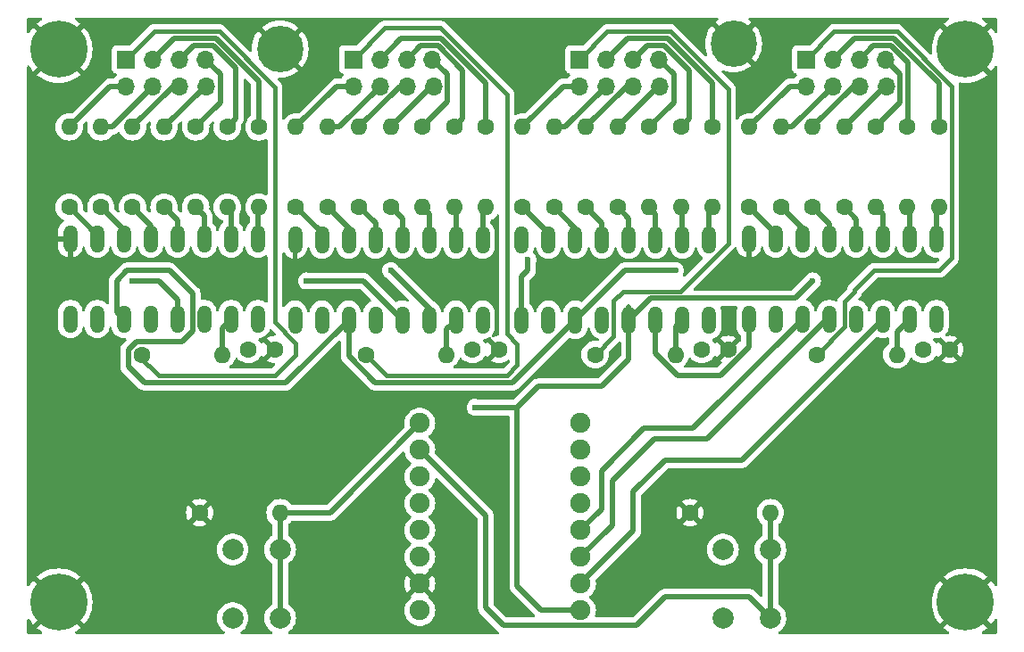
<source format=gbr>
%TF.GenerationSoftware,KiCad,Pcbnew,8.0.0*%
%TF.CreationDate,2024-03-02T12:55:41+00:00*%
%TF.ProjectId,binClock,62696e43-6c6f-4636-9b2e-6b696361645f,rev?*%
%TF.SameCoordinates,Original*%
%TF.FileFunction,Copper,L1,Top*%
%TF.FilePolarity,Positive*%
%FSLAX46Y46*%
G04 Gerber Fmt 4.6, Leading zero omitted, Abs format (unit mm)*
G04 Created by KiCad (PCBNEW 8.0.0) date 2024-03-02 12:55:41*
%MOMM*%
%LPD*%
G01*
G04 APERTURE LIST*
%TA.AperFunction,ComponentPad*%
%ADD10C,3.100000*%
%TD*%
%TA.AperFunction,ConnectorPad*%
%ADD11C,5.400000*%
%TD*%
%TA.AperFunction,ComponentPad*%
%ADD12C,2.600000*%
%TD*%
%TA.AperFunction,ConnectorPad*%
%ADD13C,4.400000*%
%TD*%
%TA.AperFunction,ComponentPad*%
%ADD14R,1.700000X1.700000*%
%TD*%
%TA.AperFunction,ComponentPad*%
%ADD15O,1.700000X1.700000*%
%TD*%
%TA.AperFunction,ComponentPad*%
%ADD16O,1.320800X2.641600*%
%TD*%
%TA.AperFunction,ComponentPad*%
%ADD17C,1.600000*%
%TD*%
%TA.AperFunction,ComponentPad*%
%ADD18O,1.600000X1.600000*%
%TD*%
%TA.AperFunction,ComponentPad*%
%ADD19C,1.905000*%
%TD*%
%TA.AperFunction,ComponentPad*%
%ADD20C,2.000000*%
%TD*%
%TA.AperFunction,ViaPad*%
%ADD21C,0.600000*%
%TD*%
%TA.AperFunction,Conductor*%
%ADD22C,0.400000*%
%TD*%
%TA.AperFunction,Conductor*%
%ADD23C,0.500000*%
%TD*%
G04 APERTURE END LIST*
D10*
%TO.P,M2.5,1,1*%
%TO.N,GND*%
X111500000Y-136500000D03*
D11*
X111500000Y-136500000D03*
%TD*%
%TO.P,M2.5,1,1*%
%TO.N,GND*%
X197500000Y-136500000D03*
D10*
X197500000Y-136500000D03*
%TD*%
%TO.P,M2.5,1,1*%
%TO.N,GND*%
X197500000Y-84000000D03*
D11*
X197500000Y-84000000D03*
%TD*%
D10*
%TO.P,M2.5,1,1*%
%TO.N,GND*%
X111500000Y-84000000D03*
D11*
X111500000Y-84000000D03*
%TD*%
D12*
%TO.P,LED GND,1,1*%
%TO.N,GND*%
X132500000Y-84000000D03*
D13*
X132500000Y-84000000D03*
%TD*%
D12*
%TO.P,LED GND,1,1*%
%TO.N,GND*%
X175500000Y-83500000D03*
D13*
X175500000Y-83500000D03*
%TD*%
D14*
%TO.P,R1,1,Pin_1*%
%TO.N,Net-(J4-Pin_1)*%
X182400000Y-84970000D03*
D15*
%TO.P,R1,2,Pin_2*%
%TO.N,Net-(J4-Pin_2)*%
X184940000Y-84970000D03*
%TO.P,R1,3,Pin_3*%
%TO.N,Net-(J4-Pin_3)*%
X187480000Y-84970000D03*
%TO.P,R1,4,Pin_4*%
%TO.N,Net-(J4-Pin_4)*%
X189900000Y-84970000D03*
%TO.P,R1,5,Pin_5*%
%TO.N,Net-(J4-Pin_5)*%
X190020000Y-87510000D03*
%TO.P,R1,6,Pin_6*%
%TO.N,Net-(J4-Pin_6)*%
X187480000Y-87510000D03*
%TO.P,R1,7,Pin_7*%
%TO.N,Net-(J4-Pin_7)*%
X184940000Y-87510000D03*
%TO.P,R1,8,Pin_8*%
%TO.N,Net-(J4-Pin_8)*%
X182400000Y-87510000D03*
%TD*%
D14*
%TO.P,R2,1,Pin_1*%
%TO.N,Net-(J3-Pin_1)*%
X160900000Y-84970000D03*
D15*
%TO.P,R2,2,Pin_2*%
%TO.N,Net-(J3-Pin_2)*%
X163440000Y-84970000D03*
%TO.P,R2,3,Pin_3*%
%TO.N,Net-(J3-Pin_3)*%
X165980000Y-84970000D03*
%TO.P,R2,4,Pin_4*%
%TO.N,Net-(J3-Pin_4)*%
X168400000Y-84970000D03*
%TO.P,R2,5,Pin_5*%
%TO.N,Net-(J3-Pin_5)*%
X168520000Y-87510000D03*
%TO.P,R2,6,Pin_6*%
%TO.N,Net-(J3-Pin_6)*%
X165980000Y-87510000D03*
%TO.P,R2,7,Pin_7*%
%TO.N,Net-(J3-Pin_7)*%
X163440000Y-87510000D03*
%TO.P,R2,8,Pin_8*%
%TO.N,Net-(J3-Pin_8)*%
X160900000Y-87510000D03*
%TD*%
D14*
%TO.P,R3,1,Pin_1*%
%TO.N,Net-(J2-Pin_1)*%
X139440000Y-84970000D03*
D15*
%TO.P,R3,2,Pin_2*%
%TO.N,Net-(J2-Pin_2)*%
X141980000Y-84970000D03*
%TO.P,R3,3,Pin_3*%
%TO.N,Net-(J2-Pin_3)*%
X144520000Y-84970000D03*
%TO.P,R3,4,Pin_4*%
%TO.N,Net-(J2-Pin_4)*%
X146940000Y-84970000D03*
%TO.P,R3,5,Pin_5*%
%TO.N,Net-(J2-Pin_5)*%
X147060000Y-87510000D03*
%TO.P,R3,6,Pin_6*%
%TO.N,Net-(J2-Pin_6)*%
X144520000Y-87510000D03*
%TO.P,R3,7,Pin_7*%
%TO.N,Net-(J2-Pin_7)*%
X141980000Y-87510000D03*
%TO.P,R3,8,Pin_8*%
%TO.N,Net-(J2-Pin_8)*%
X139440000Y-87510000D03*
%TD*%
D14*
%TO.P,R4,1,Pin_1*%
%TO.N,Net-(J1-Pin_1)*%
X117900000Y-84970000D03*
D15*
%TO.P,R4,2,Pin_2*%
%TO.N,Net-(J1-Pin_2)*%
X120440000Y-84970000D03*
%TO.P,R4,3,Pin_3*%
%TO.N,Net-(J1-Pin_3)*%
X122980000Y-84970000D03*
%TO.P,R4,4,Pin_4*%
%TO.N,Net-(J1-Pin_4)*%
X125400000Y-84970000D03*
%TO.P,R4,5,Pin_5*%
%TO.N,Net-(J1-Pin_5)*%
X125520000Y-87510000D03*
%TO.P,R4,6,Pin_6*%
%TO.N,Net-(J1-Pin_6)*%
X122980000Y-87510000D03*
%TO.P,R4,7,Pin_7*%
%TO.N,Net-(J1-Pin_7)*%
X120440000Y-87510000D03*
%TO.P,R4,8,Pin_8*%
%TO.N,Net-(J1-Pin_8)*%
X117900000Y-87510000D03*
%TD*%
D16*
%TO.P,Register 2,1,QB*%
%TO.N,Net-(U4-QB)*%
X173200000Y-102070000D03*
%TO.P,Register 2,2,QC*%
%TO.N,Net-(U4-QC)*%
X170660000Y-102070000D03*
%TO.P,Register 2,3,QD*%
%TO.N,Net-(U4-QD)*%
X168120000Y-102070000D03*
%TO.P,Register 2,4,QE*%
%TO.N,Net-(U4-QE)*%
X165580000Y-102070000D03*
%TO.P,Register 2,5,QF*%
%TO.N,Net-(U4-QF)*%
X163040000Y-102070000D03*
%TO.P,Register 2,6,QG*%
%TO.N,Net-(U4-QG)*%
X160500000Y-102070000D03*
%TO.P,Register 2,7,QH*%
%TO.N,Net-(U4-QH)*%
X157960000Y-102070000D03*
%TO.P,Register 2,8,GND*%
%TO.N,GND*%
X155420000Y-102070000D03*
%TO.P,Register 2,9,QH\u002A*%
%TO.N,Net-(U1-SER)*%
X155420000Y-109690000D03*
%TO.P,Register 2,10,SCL*%
%TO.N,+5V*%
X157960000Y-109690000D03*
%TO.P,Register 2,11,SCK*%
%TO.N,Net-(U1-SCK)*%
X160500000Y-109690000D03*
%TO.P,Register 2,12,RCK*%
%TO.N,Net-(U1-RCK)*%
X163040000Y-109690000D03*
%TO.P,Register 2,13,OE*%
%TO.N,Net-(U1-OE)*%
X165580000Y-109690000D03*
%TO.P,Register 2,14,SER*%
%TO.N,Net-(U4-SER)*%
X168120000Y-109690000D03*
%TO.P,Register 2,15,QA*%
%TO.N,Net-(U4-QA)*%
X170660000Y-109690000D03*
%TO.P,Register 2,16,VCC*%
%TO.N,+5V*%
X173200000Y-109690000D03*
%TD*%
D17*
%TO.P,C4,1*%
%TO.N,+5V*%
X193500000Y-112500000D03*
%TO.P,C4,2*%
%TO.N,GND*%
X196000000Y-112500000D03*
%TD*%
%TO.P,C3,1*%
%TO.N,+5V*%
X172500000Y-112500000D03*
%TO.P,C3,2*%
%TO.N,GND*%
X175000000Y-112500000D03*
%TD*%
%TO.P,C2,1*%
%TO.N,+5V*%
X150750000Y-112500000D03*
%TO.P,C2,2*%
%TO.N,GND*%
X153250000Y-112500000D03*
%TD*%
%TO.P,C1,1*%
%TO.N,+5V*%
X129500000Y-112500000D03*
%TO.P,C1,2*%
%TO.N,GND*%
X132000000Y-112500000D03*
%TD*%
%TO.P,R34,1*%
%TO.N,Net-(J4-Pin_4)*%
X189000000Y-91380000D03*
D18*
%TO.P,R34,2*%
%TO.N,Net-(U5-QD)*%
X189000000Y-99000000D03*
%TD*%
D17*
%TO.P,R33,1*%
%TO.N,Net-(J4-Pin_3)*%
X192000000Y-91380000D03*
D18*
%TO.P,R33,2*%
%TO.N,Net-(U5-QC)*%
X192000000Y-99000000D03*
%TD*%
D17*
%TO.P,R32,1*%
%TO.N,Net-(J4-Pin_2)*%
X195000000Y-91380000D03*
D18*
%TO.P,R32,2*%
%TO.N,Net-(U5-QB)*%
X195000000Y-99000000D03*
%TD*%
D17*
%TO.P,R31,1*%
%TO.N,Net-(J4-Pin_1)*%
X183380000Y-113000000D03*
D18*
%TO.P,R31,2*%
%TO.N,Net-(U5-QA)*%
X191000000Y-113000000D03*
%TD*%
D17*
%TO.P,R30,1*%
%TO.N,Net-(U5-QE)*%
X186000000Y-99000000D03*
D18*
%TO.P,R30,2*%
%TO.N,Net-(J4-Pin_5)*%
X186000000Y-91380000D03*
%TD*%
D17*
%TO.P,R29,1*%
%TO.N,Net-(U5-QF)*%
X183000000Y-99000000D03*
D18*
%TO.P,R29,2*%
%TO.N,Net-(J4-Pin_6)*%
X183000000Y-91380000D03*
%TD*%
D17*
%TO.P,R28,1*%
%TO.N,Net-(U5-QG)*%
X180000000Y-99000000D03*
D18*
%TO.P,R28,2*%
%TO.N,Net-(J4-Pin_7)*%
X180000000Y-91380000D03*
%TD*%
%TO.P,R27,2*%
%TO.N,Net-(J4-Pin_8)*%
X177000000Y-91380000D03*
D17*
%TO.P,R27,1*%
%TO.N,Net-(U5-QH)*%
X177000000Y-99000000D03*
%TD*%
%TO.P,R26,1*%
%TO.N,Net-(J3-Pin_4)*%
X167500000Y-91380000D03*
D18*
%TO.P,R26,2*%
%TO.N,Net-(U4-QD)*%
X167500000Y-99000000D03*
%TD*%
D17*
%TO.P,R25,1*%
%TO.N,Net-(J3-Pin_3)*%
X170500000Y-91380000D03*
D18*
%TO.P,R25,2*%
%TO.N,Net-(U4-QC)*%
X170500000Y-99000000D03*
%TD*%
D17*
%TO.P,R24,1*%
%TO.N,Net-(J3-Pin_2)*%
X173500000Y-91380000D03*
D18*
%TO.P,R24,2*%
%TO.N,Net-(U4-QB)*%
X173500000Y-99000000D03*
%TD*%
D17*
%TO.P,R23,1*%
%TO.N,Net-(J3-Pin_1)*%
X162380000Y-113000000D03*
D18*
%TO.P,R23,2*%
%TO.N,Net-(U4-QA)*%
X170000000Y-113000000D03*
%TD*%
D17*
%TO.P,R22,1*%
%TO.N,Net-(U4-QE)*%
X164500000Y-99000000D03*
D18*
%TO.P,R22,2*%
%TO.N,Net-(J3-Pin_5)*%
X164500000Y-91380000D03*
%TD*%
D17*
%TO.P,R21,1*%
%TO.N,Net-(U4-QF)*%
X161500000Y-99000000D03*
D18*
%TO.P,R21,2*%
%TO.N,Net-(J3-Pin_6)*%
X161500000Y-91380000D03*
%TD*%
D17*
%TO.P,R20,1*%
%TO.N,Net-(U4-QG)*%
X158500000Y-99000000D03*
D18*
%TO.P,R20,2*%
%TO.N,Net-(J3-Pin_7)*%
X158500000Y-91380000D03*
%TD*%
D17*
%TO.P,R19,1*%
%TO.N,Net-(U4-QH)*%
X155500000Y-99000000D03*
D18*
%TO.P,R19,2*%
%TO.N,Net-(J3-Pin_8)*%
X155500000Y-91380000D03*
%TD*%
D17*
%TO.P,R18,1*%
%TO.N,Net-(J2-Pin_4)*%
X146000000Y-91380000D03*
D18*
%TO.P,R18,2*%
%TO.N,Net-(U2-QD)*%
X146000000Y-99000000D03*
%TD*%
D17*
%TO.P,R17,1*%
%TO.N,Net-(J2-Pin_3)*%
X149000000Y-91380000D03*
D18*
%TO.P,R17,2*%
%TO.N,Net-(U2-QC)*%
X149000000Y-99000000D03*
%TD*%
D17*
%TO.P,R16,1*%
%TO.N,Net-(J2-Pin_2)*%
X152000000Y-91380000D03*
D18*
%TO.P,R16,2*%
%TO.N,Net-(U2-QB)*%
X152000000Y-99000000D03*
%TD*%
D17*
%TO.P,R15,1*%
%TO.N,Net-(J2-Pin_1)*%
X140630000Y-113000000D03*
D18*
%TO.P,R15,2*%
%TO.N,Net-(U2-QA)*%
X148250000Y-113000000D03*
%TD*%
D17*
%TO.P,R14,1*%
%TO.N,Net-(U2-QE)*%
X143000000Y-99000000D03*
D18*
%TO.P,R14,2*%
%TO.N,Net-(J2-Pin_5)*%
X143000000Y-91380000D03*
%TD*%
D17*
%TO.P,R13,1*%
%TO.N,Net-(U2-QF)*%
X140000000Y-99000000D03*
D18*
%TO.P,R13,2*%
%TO.N,Net-(J2-Pin_6)*%
X140000000Y-91380000D03*
%TD*%
D17*
%TO.P,R12,1*%
%TO.N,Net-(U2-QG)*%
X137000000Y-99000000D03*
D18*
%TO.P,R12,2*%
%TO.N,Net-(J2-Pin_7)*%
X137000000Y-91380000D03*
%TD*%
D17*
%TO.P,R11,1*%
%TO.N,Net-(U2-QH)*%
X134000000Y-99000000D03*
D18*
%TO.P,R11,2*%
%TO.N,Net-(J2-Pin_8)*%
X134000000Y-91380000D03*
%TD*%
D17*
%TO.P,R10,1*%
%TO.N,GND*%
X171380000Y-128000000D03*
D18*
%TO.P,R10,2*%
%TO.N,Net-(U3-GPIO1{slash}A)*%
X179000000Y-128000000D03*
%TD*%
D17*
%TO.P,R9,1*%
%TO.N,GND*%
X124880000Y-128000000D03*
D18*
%TO.P,R9,2*%
%TO.N,Net-(U3-GPIO0{slash}A)*%
X132500000Y-128000000D03*
%TD*%
D17*
%TO.P,R8,1*%
%TO.N,Net-(J1-Pin_4)*%
X124500000Y-91380000D03*
D18*
%TO.P,R8,2*%
%TO.N,Net-(U1-QD)*%
X124500000Y-99000000D03*
%TD*%
D17*
%TO.P,R7,1*%
%TO.N,Net-(J1-Pin_3)*%
X127500000Y-91380000D03*
D18*
%TO.P,R7,2*%
%TO.N,Net-(U1-QC)*%
X127500000Y-99000000D03*
%TD*%
D17*
%TO.P,R6,1*%
%TO.N,Net-(J1-Pin_2)*%
X130500000Y-91380000D03*
D18*
%TO.P,R6,2*%
%TO.N,Net-(U1-QB)*%
X130500000Y-99000000D03*
%TD*%
D17*
%TO.P,R5,1*%
%TO.N,Net-(J1-Pin_1)*%
X119380000Y-113000000D03*
D18*
%TO.P,R5,2*%
%TO.N,Net-(U1-QA)*%
X127000000Y-113000000D03*
%TD*%
D17*
%TO.P,R4,1*%
%TO.N,Net-(U1-QE)*%
X121500000Y-99000000D03*
D18*
%TO.P,R4,2*%
%TO.N,Net-(J1-Pin_5)*%
X121500000Y-91380000D03*
%TD*%
D17*
%TO.P,R3,1*%
%TO.N,Net-(U1-QF)*%
X118500000Y-99000000D03*
D18*
%TO.P,R3,2*%
%TO.N,Net-(J1-Pin_6)*%
X118500000Y-91380000D03*
%TD*%
D17*
%TO.P,R2,1*%
%TO.N,Net-(U1-QG)*%
X115500000Y-99000000D03*
D18*
%TO.P,R2,2*%
%TO.N,Net-(J1-Pin_7)*%
X115500000Y-91380000D03*
%TD*%
D17*
%TO.P,R1,1*%
%TO.N,Net-(U1-QH)*%
X112500000Y-99000000D03*
D18*
%TO.P,R1,2*%
%TO.N,Net-(J1-Pin_8)*%
X112500000Y-91380000D03*
%TD*%
D16*
%TO.P,Register 4,1,QB*%
%TO.N,Net-(U1-QB)*%
X130390000Y-102000000D03*
%TO.P,Register 4,2,QC*%
%TO.N,Net-(U1-QC)*%
X127850000Y-102000000D03*
%TO.P,Register 4,3,QD*%
%TO.N,Net-(U1-QD)*%
X125310000Y-102000000D03*
%TO.P,Register 4,4,QE*%
%TO.N,Net-(U1-QE)*%
X122770000Y-102000000D03*
%TO.P,Register 4,5,QF*%
%TO.N,Net-(U1-QF)*%
X120230000Y-102000000D03*
%TO.P,Register 4,6,QG*%
%TO.N,Net-(U1-QG)*%
X117690000Y-102000000D03*
%TO.P,Register 4,7,QH*%
%TO.N,Net-(U1-QH)*%
X115150000Y-102000000D03*
%TO.P,Register 4,8,GND*%
%TO.N,GND*%
X112610000Y-102000000D03*
%TO.P,Register 4,9,QH\u002A*%
%TO.N,unconnected-(U1-QH\u002A-Pad9)*%
X112610000Y-109620000D03*
%TO.P,Register 4,10,SCL*%
%TO.N,+5V*%
X115150000Y-109620000D03*
%TO.P,Register 4,11,SCK*%
%TO.N,Net-(U1-SCK)*%
X117690000Y-109620000D03*
%TO.P,Register 4,12,RCK*%
%TO.N,Net-(U1-RCK)*%
X120230000Y-109620000D03*
%TO.P,Register 4,13,OE*%
%TO.N,Net-(U1-OE)*%
X122770000Y-109620000D03*
%TO.P,Register 4,14,SER*%
%TO.N,Net-(U1-SER)*%
X125310000Y-109620000D03*
%TO.P,Register 4,15,QA*%
%TO.N,Net-(U1-QA)*%
X127850000Y-109620000D03*
%TO.P,Register 4,16,VCC*%
%TO.N,+5V*%
X130390000Y-109620000D03*
%TD*%
D19*
%TO.P,ESP32-C3 Supermini,0,GPIO0/A*%
%TO.N,Net-(U3-GPIO0{slash}A)*%
X145760000Y-119500000D03*
%TO.P,ESP32-C3 Supermini,1,GPIO1/A*%
%TO.N,Net-(U3-GPIO1{slash}A)*%
X145760000Y-122040000D03*
%TO.P,ESP32-C3 Supermini,2,GPIO2/A*%
%TO.N,unconnected-(U3-GPIO2{slash}A-Pad2)*%
X145760000Y-124580000D03*
%TO.P,ESP32-C3 Supermini,3,GPIO3/A*%
%TO.N,unconnected-(U3-GPIO3{slash}A-Pad3)*%
X145760000Y-127120000D03*
%TO.P,ESP32-C3 Supermini,3.3,3V3*%
%TO.N,unconnected-(U3-3V3-Pad3.3)*%
X145760000Y-132200000D03*
%TO.P,ESP32-C3 Supermini,4,GPIO4/A/SCK*%
%TO.N,unconnected-(U3-GPIO4{slash}A{slash}SCK-Pad4)*%
X145760000Y-129660000D03*
%TO.P,ESP32-C3 Supermini,5,GPIO5/A/MISO*%
%TO.N,Net-(U1-OE)*%
X161000000Y-137280000D03*
%TO.P,ESP32-C3 Supermini,5V,5V*%
%TO.N,+5V*%
X145760000Y-137280000D03*
%TO.P,ESP32-C3 Supermini,6,GPIO6/MOSI*%
%TO.N,Net-(U3-GPIO6{slash}MOSI)*%
X161000000Y-134740000D03*
%TO.P,ESP32-C3 Supermini,7,GPIO7/SS*%
%TO.N,Net-(U1-RCK)*%
X161000000Y-132200000D03*
%TO.P,ESP32-C3 Supermini,8,GPIO8/SDA*%
%TO.N,Net-(U1-SCK)*%
X161000000Y-129660000D03*
%TO.P,ESP32-C3 Supermini,9,GPIO9/SCL*%
%TO.N,unconnected-(U3-GPIO9{slash}SCL-Pad9)*%
X161000000Y-127120000D03*
%TO.P,ESP32-C3 Supermini,10,GPIO10*%
%TO.N,unconnected-(U3-GPIO10-Pad10)*%
X161000000Y-124580000D03*
%TO.P,ESP32-C3 Supermini,20,GPIO20/RX*%
%TO.N,unconnected-(U3-GPIO20{slash}RX-Pad20)*%
X161000000Y-122040000D03*
%TO.P,ESP32-C3 Supermini,21,GPIO21/TX*%
%TO.N,unconnected-(U3-GPIO21{slash}TX-Pad21)*%
X161000000Y-119500000D03*
%TO.P,ESP32-C3 Supermini,G,GND*%
%TO.N,GND*%
X145760000Y-134740000D03*
%TD*%
D16*
%TO.P,Register 1,1,QB*%
%TO.N,Net-(U5-QB)*%
X194740000Y-102000000D03*
%TO.P,Register 1,2,QC*%
%TO.N,Net-(U5-QC)*%
X192200000Y-102000000D03*
%TO.P,Register 1,3,QD*%
%TO.N,Net-(U5-QD)*%
X189660000Y-102000000D03*
%TO.P,Register 1,4,QE*%
%TO.N,Net-(U5-QE)*%
X187120000Y-102000000D03*
%TO.P,Register 1,5,QF*%
%TO.N,Net-(U5-QF)*%
X184580000Y-102000000D03*
%TO.P,Register 1,6,QG*%
%TO.N,Net-(U5-QG)*%
X182040000Y-102000000D03*
%TO.P,Register 1,7,QH*%
%TO.N,Net-(U5-QH)*%
X179500000Y-102000000D03*
%TO.P,Register 1,8,GND*%
%TO.N,GND*%
X176960000Y-102000000D03*
%TO.P,Register 1,9,QH\u002A*%
%TO.N,Net-(U4-SER)*%
X176960000Y-109620000D03*
%TO.P,Register 1,10,SCL*%
%TO.N,+5V*%
X179500000Y-109620000D03*
%TO.P,Register 1,11,SCK*%
%TO.N,Net-(U1-SCK)*%
X182040000Y-109620000D03*
%TO.P,Register 1,12,RCK*%
%TO.N,Net-(U1-RCK)*%
X184580000Y-109620000D03*
%TO.P,Register 1,13,OE*%
%TO.N,Net-(U1-OE)*%
X187120000Y-109620000D03*
%TO.P,Register 1,14,SER*%
%TO.N,Net-(U3-GPIO6{slash}MOSI)*%
X189660000Y-109620000D03*
%TO.P,Register 1,15,QA*%
%TO.N,Net-(U5-QA)*%
X192200000Y-109620000D03*
%TO.P,Register 1,16,VCC*%
%TO.N,+5V*%
X194740000Y-109620000D03*
%TD*%
D20*
%TO.P,SW2,1,1*%
%TO.N,+5V*%
X174500000Y-138000000D03*
X174500000Y-131500000D03*
%TO.P,SW2,2,2*%
%TO.N,Net-(U3-GPIO1{slash}A)*%
X179000000Y-138000000D03*
X179000000Y-131500000D03*
%TD*%
D16*
%TO.P,Register 3,1,QB*%
%TO.N,Net-(U2-QB)*%
X151700000Y-102070000D03*
%TO.P,Register 3,2,QC*%
%TO.N,Net-(U2-QC)*%
X149160000Y-102070000D03*
%TO.P,Register 3,3,QD*%
%TO.N,Net-(U2-QD)*%
X146620000Y-102070000D03*
%TO.P,Register 3,4,QE*%
%TO.N,Net-(U2-QE)*%
X144080000Y-102070000D03*
%TO.P,Register 3,5,QF*%
%TO.N,Net-(U2-QF)*%
X141540000Y-102070000D03*
%TO.P,Register 3,6,QG*%
%TO.N,Net-(U2-QG)*%
X139000000Y-102070000D03*
%TO.P,Register 3,7,QH*%
%TO.N,Net-(U2-QH)*%
X136460000Y-102070000D03*
%TO.P,Register 3,8,GND*%
%TO.N,GND*%
X133920000Y-102070000D03*
%TO.P,Register 3,9,QH\u002A*%
%TO.N,unconnected-(U2-QH\u002A-Pad9)*%
X133920000Y-109690000D03*
%TO.P,Register 3,10,SCL*%
%TO.N,+5V*%
X136460000Y-109690000D03*
%TO.P,Register 3,11,SCK*%
%TO.N,Net-(U1-SCK)*%
X139000000Y-109690000D03*
%TO.P,Register 3,12,RCK*%
%TO.N,Net-(U1-RCK)*%
X141540000Y-109690000D03*
%TO.P,Register 3,13,OE*%
%TO.N,Net-(U1-OE)*%
X144080000Y-109690000D03*
%TO.P,Register 3,14,SER*%
%TO.N,Net-(U1-SER)*%
X146620000Y-109690000D03*
%TO.P,Register 3,15,QA*%
%TO.N,Net-(U2-QA)*%
X149160000Y-109690000D03*
%TO.P,Register 3,16,VCC*%
%TO.N,+5V*%
X151700000Y-109690000D03*
%TD*%
D20*
%TO.P,SW1,1,1*%
%TO.N,+5V*%
X128000000Y-138000000D03*
X128000000Y-131500000D03*
%TO.P,SW1,2,2*%
%TO.N,Net-(U3-GPIO0{slash}A)*%
X132500000Y-138000000D03*
X132500000Y-131500000D03*
%TD*%
D21*
%TO.N,Net-(U1-OE)*%
X151000000Y-118000000D03*
X118500000Y-106000000D03*
%TO.N,Net-(U1-SER)*%
X156000000Y-104000000D03*
X143000000Y-105000000D03*
%TO.N,GND*%
X157000000Y-107000000D03*
X129000000Y-107000000D03*
X174000000Y-106000000D03*
%TO.N,Net-(U1-OE)*%
X183000000Y-106000000D03*
X135000000Y-106000000D03*
%TO.N,Net-(U1-SCK)*%
X170000000Y-105000000D03*
%TD*%
D22*
%TO.N,Net-(J4-Pin_1)*%
X185050000Y-82320000D02*
X182400000Y-84970000D01*
X190997665Y-82320000D02*
X185050000Y-82320000D01*
X195000000Y-105000000D02*
X196200000Y-103800000D01*
X188820032Y-105000000D02*
X195000000Y-105000000D01*
X187000000Y-106820032D02*
X188820032Y-105000000D01*
X196200000Y-103800000D02*
X196200000Y-87522335D01*
X196200000Y-87522335D02*
X190997665Y-82320000D01*
X187000000Y-107000000D02*
X187000000Y-106820032D01*
X186059600Y-110320400D02*
X186059600Y-107940400D01*
X183380000Y-113000000D02*
X186059600Y-110320400D01*
X186059600Y-107940400D02*
X187000000Y-107000000D01*
D23*
%TO.N,Net-(J4-Pin_2)*%
X186940000Y-82970000D02*
X184940000Y-84970000D01*
X190728427Y-82970000D02*
X186940000Y-82970000D01*
X195000000Y-87241573D02*
X190728427Y-82970000D01*
X195000000Y-91380000D02*
X195000000Y-87241573D01*
%TO.N,Net-(J4-Pin_3)*%
X188780000Y-83670000D02*
X187480000Y-84970000D01*
X190438478Y-83670000D02*
X188780000Y-83670000D01*
X192020000Y-85251522D02*
X190438478Y-83670000D01*
X192020000Y-91360000D02*
X192020000Y-85251522D01*
X192000000Y-91380000D02*
X192020000Y-91360000D01*
%TO.N,Net-(J4-Pin_4)*%
X191320000Y-86390000D02*
X189900000Y-84970000D01*
X191320000Y-89060000D02*
X191320000Y-86390000D01*
X189000000Y-91380000D02*
X191320000Y-89060000D01*
%TO.N,Net-(J4-Pin_5)*%
X186000000Y-91380000D02*
X189870000Y-87510000D01*
X189870000Y-87510000D02*
X190020000Y-87510000D01*
%TO.N,Net-(J4-Pin_6)*%
X186870000Y-87510000D02*
X187480000Y-87510000D01*
X183000000Y-91380000D02*
X186870000Y-87510000D01*
%TO.N,Net-(J4-Pin_7)*%
X181070000Y-91380000D02*
X184940000Y-87510000D01*
X180000000Y-91380000D02*
X181070000Y-91380000D01*
%TO.N,Net-(J4-Pin_8)*%
X180870000Y-87510000D02*
X182400000Y-87510000D01*
X177000000Y-91380000D02*
X180870000Y-87510000D01*
D22*
%TO.N,Net-(J3-Pin_1)*%
X163550000Y-82320000D02*
X160900000Y-84970000D01*
X175000000Y-102430032D02*
X175000000Y-87822335D01*
X165000000Y-107000000D02*
X170430032Y-107000000D01*
X164100400Y-107899600D02*
X165000000Y-107000000D01*
X164100400Y-111279600D02*
X164100400Y-107899600D01*
X162380000Y-113000000D02*
X164100400Y-111279600D01*
X170430032Y-107000000D02*
X175000000Y-102430032D01*
X175000000Y-87822335D02*
X169497665Y-82320000D01*
X169497665Y-82320000D02*
X163550000Y-82320000D01*
D23*
%TO.N,Net-(J3-Pin_2)*%
X165440000Y-82970000D02*
X163440000Y-84970000D01*
X169228427Y-82970000D02*
X165440000Y-82970000D01*
X173500000Y-91380000D02*
X173500000Y-87241573D01*
X173500000Y-87241573D02*
X169228427Y-82970000D01*
%TO.N,Net-(J3-Pin_3)*%
X168938478Y-83670000D02*
X167280000Y-83670000D01*
X171299999Y-86031521D02*
X168938478Y-83670000D01*
X171299999Y-90580001D02*
X171299999Y-86031521D01*
X167280000Y-83670000D02*
X165980000Y-84970000D01*
X170500000Y-91380000D02*
X171299999Y-90580001D01*
%TO.N,Net-(J3-Pin_4)*%
X169820000Y-86390000D02*
X168400000Y-84970000D01*
X169820000Y-89060000D02*
X169820000Y-86390000D01*
X167500000Y-91380000D02*
X169820000Y-89060000D01*
%TO.N,Net-(J3-Pin_5)*%
X164500000Y-91380000D02*
X168370000Y-87510000D01*
X168370000Y-87510000D02*
X168520000Y-87510000D01*
%TO.N,Net-(J3-Pin_6)*%
X165370000Y-87510000D02*
X165980000Y-87510000D01*
X161500000Y-91380000D02*
X165370000Y-87510000D01*
%TO.N,Net-(J3-Pin_7)*%
X159570000Y-91380000D02*
X163440000Y-87510000D01*
X158500000Y-91380000D02*
X159570000Y-91380000D01*
%TO.N,Net-(J3-Pin_8)*%
X159370000Y-87510000D02*
X160900000Y-87510000D01*
X155500000Y-91380000D02*
X159370000Y-87510000D01*
D22*
%TO.N,Net-(J2-Pin_1)*%
X142410000Y-82000000D02*
X139440000Y-84970000D01*
X147717665Y-82000000D02*
X142410000Y-82000000D01*
X154000000Y-88282335D02*
X147717665Y-82000000D01*
X154000000Y-111000000D02*
X154000000Y-88282335D01*
X155000000Y-114000000D02*
X155000000Y-112000000D01*
X155000000Y-112000000D02*
X154000000Y-111000000D01*
X140630000Y-113000000D02*
X142630000Y-115000000D01*
X142630000Y-115000000D02*
X154000000Y-115000000D01*
X154000000Y-115000000D02*
X155000000Y-114000000D01*
D23*
%TO.N,Net-(J2-Pin_2)*%
X147768427Y-82970000D02*
X143980000Y-82970000D01*
X152000000Y-87201573D02*
X147768427Y-82970000D01*
X152000000Y-91380000D02*
X152000000Y-87201573D01*
X143980000Y-82970000D02*
X141980000Y-84970000D01*
%TO.N,Net-(J2-Pin_3)*%
X145820000Y-83670000D02*
X144520000Y-84970000D01*
X149799999Y-85991521D02*
X147478478Y-83670000D01*
X149799999Y-90580001D02*
X149799999Y-85991521D01*
X149000000Y-91380000D02*
X149799999Y-90580001D01*
X147478478Y-83670000D02*
X145820000Y-83670000D01*
%TO.N,Net-(J2-Pin_4)*%
X148360000Y-86390000D02*
X146940000Y-84970000D01*
X148360000Y-89020000D02*
X148360000Y-86390000D01*
X146000000Y-91380000D02*
X148360000Y-89020000D01*
%TO.N,Net-(J2-Pin_5)*%
X146870000Y-87510000D02*
X147060000Y-87510000D01*
X143000000Y-91380000D02*
X146870000Y-87510000D01*
%TO.N,Net-(J2-Pin_6)*%
X143870000Y-87510000D02*
X144520000Y-87510000D01*
X140000000Y-91380000D02*
X143870000Y-87510000D01*
%TO.N,Net-(J2-Pin_7)*%
X138110000Y-91380000D02*
X141980000Y-87510000D01*
X137000000Y-91380000D02*
X138110000Y-91380000D01*
%TO.N,Net-(J2-Pin_8)*%
X137870000Y-87510000D02*
X139440000Y-87510000D01*
X134000000Y-91380000D02*
X137870000Y-87510000D01*
D22*
%TO.N,Net-(J1-Pin_1)*%
X120550000Y-82320000D02*
X117900000Y-84970000D01*
X132000000Y-87590812D02*
X126729189Y-82320000D01*
X126729189Y-82320000D02*
X120550000Y-82320000D01*
X132000000Y-109930032D02*
X132000000Y-87590812D01*
X134000000Y-113000000D02*
X134000000Y-111930032D01*
X132000000Y-115000000D02*
X134000000Y-113000000D01*
X121000000Y-115000000D02*
X132000000Y-115000000D01*
X119000000Y-113000000D02*
X121000000Y-115000000D01*
X119380000Y-113000000D02*
X119000000Y-113000000D01*
X134000000Y-111930032D02*
X132000000Y-109930032D01*
D23*
%TO.N,Net-(J1-Pin_2)*%
X122440000Y-82970000D02*
X120440000Y-84970000D01*
X130500000Y-87010051D02*
X126459950Y-82970000D01*
X130500000Y-91380000D02*
X130500000Y-87010051D01*
X126459950Y-82970000D02*
X122440000Y-82970000D01*
%TO.N,Net-(J1-Pin_3)*%
X124280000Y-83670000D02*
X122980000Y-84970000D01*
X128299999Y-85799999D02*
X126170000Y-83670000D01*
X128299999Y-90580001D02*
X128299999Y-85799999D01*
X126170000Y-83670000D02*
X124280000Y-83670000D01*
X127500000Y-91380000D02*
X128299999Y-90580001D01*
%TO.N,Net-(J1-Pin_4)*%
X126820000Y-89060000D02*
X126820000Y-86390000D01*
X124500000Y-91380000D02*
X126820000Y-89060000D01*
X126820000Y-86390000D02*
X125400000Y-84970000D01*
%TO.N,Net-(J1-Pin_5)*%
X125370000Y-87510000D02*
X125520000Y-87510000D01*
X121500000Y-91380000D02*
X125370000Y-87510000D01*
%TO.N,Net-(J1-Pin_6)*%
X122370000Y-87510000D02*
X122980000Y-87510000D01*
X118500000Y-91380000D02*
X122370000Y-87510000D01*
%TO.N,Net-(J1-Pin_7)*%
X115500000Y-91380000D02*
X116570000Y-91380000D01*
X116570000Y-91380000D02*
X120440000Y-87510000D01*
%TO.N,Net-(J1-Pin_8)*%
X116370000Y-87510000D02*
X117900000Y-87510000D01*
X112500000Y-91380000D02*
X116370000Y-87510000D01*
%TO.N,Net-(U1-OE)*%
X151000000Y-118000000D02*
X155000000Y-118000000D01*
X121000000Y-106000000D02*
X120000000Y-106000000D01*
X120000000Y-106000000D02*
X118500000Y-106000000D01*
X122770000Y-107770000D02*
X121000000Y-106000000D01*
X122770000Y-109620000D02*
X122770000Y-107770000D01*
%TO.N,Net-(U1-SCK)*%
X133040000Y-115650000D02*
X139000000Y-109690000D01*
X119650000Y-115650000D02*
X133040000Y-115650000D01*
X118130000Y-114130000D02*
X119650000Y-115650000D01*
X118130000Y-112482233D02*
X118130000Y-114130000D01*
X118862233Y-111750000D02*
X118130000Y-112482233D01*
X123189943Y-111750000D02*
X118862233Y-111750000D01*
X124199600Y-110740343D02*
X123189943Y-111750000D01*
X124199600Y-107199600D02*
X124199600Y-110740343D01*
X118000000Y-105000000D02*
X122000000Y-105000000D01*
X117000000Y-106000000D02*
X118000000Y-105000000D01*
X122000000Y-105000000D02*
X124199600Y-107199600D01*
X117000000Y-108930000D02*
X117000000Y-106000000D01*
X117690000Y-109620000D02*
X117000000Y-108930000D01*
%TO.N,Net-(U1-SER)*%
X155420000Y-105580000D02*
X155420000Y-109690000D01*
X156000000Y-105000000D02*
X155420000Y-105580000D01*
X156000000Y-104000000D02*
X156000000Y-105000000D01*
X146620000Y-108620000D02*
X146620000Y-109690000D01*
X143000000Y-105000000D02*
X146620000Y-108620000D01*
%TO.N,Net-(U1-OE)*%
X135000000Y-106000000D02*
X140390000Y-106000000D01*
X140390000Y-106000000D02*
X144080000Y-109690000D01*
%TO.N,Net-(U4-SER)*%
X176960000Y-112307767D02*
X176960000Y-109620000D01*
X174267767Y-115000000D02*
X176960000Y-112307767D01*
X170232233Y-115000000D02*
X174267767Y-115000000D01*
X168120000Y-112887767D02*
X170232233Y-115000000D01*
X168120000Y-109690000D02*
X168120000Y-112887767D01*
%TO.N,Net-(U1-OE)*%
X167620000Y-107650000D02*
X165580000Y-109690000D01*
X183000000Y-106000000D02*
X181350000Y-107650000D01*
X181350000Y-107650000D02*
X167620000Y-107650000D01*
%TO.N,Net-(U1-SCK)*%
X165190000Y-105000000D02*
X170000000Y-105000000D01*
X160500000Y-109690000D02*
X165190000Y-105000000D01*
X154540000Y-115650000D02*
X160500000Y-109690000D01*
X141512233Y-115650000D02*
X154540000Y-115650000D01*
X139000000Y-109690000D02*
X139000000Y-113137767D01*
X139000000Y-113137767D02*
X141512233Y-115650000D01*
X171660000Y-120000000D02*
X182040000Y-109620000D01*
X167000000Y-120000000D02*
X171660000Y-120000000D01*
X163000000Y-124000000D02*
X167000000Y-120000000D01*
X163000000Y-127660000D02*
X163000000Y-124000000D01*
X161000000Y-129660000D02*
X163000000Y-127660000D01*
%TO.N,Net-(U1-RCK)*%
X184380000Y-109620000D02*
X184580000Y-109620000D01*
X168000000Y-121000000D02*
X173000000Y-121000000D01*
X164000000Y-125000000D02*
X168000000Y-121000000D01*
X173000000Y-121000000D02*
X184380000Y-109620000D01*
X161000000Y-132200000D02*
X164000000Y-129200000D01*
X164000000Y-129200000D02*
X164000000Y-125000000D01*
%TO.N,Net-(U3-GPIO6{slash}MOSI)*%
X166000000Y-129740000D02*
X166000000Y-126000000D01*
X161000000Y-134740000D02*
X166000000Y-129740000D01*
%TO.N,Net-(U5-QA)*%
X191000000Y-110820000D02*
X192200000Y-109620000D01*
X191000000Y-113000000D02*
X191000000Y-110820000D01*
%TO.N,Net-(U4-QA)*%
X170000000Y-110350000D02*
X170660000Y-109690000D01*
X170000000Y-113000000D02*
X170000000Y-110350000D01*
%TO.N,Net-(U2-QA)*%
X148250000Y-110600000D02*
X149160000Y-109690000D01*
X148250000Y-113000000D02*
X148250000Y-110600000D01*
%TO.N,Net-(U1-QA)*%
X127000000Y-110470000D02*
X127850000Y-109620000D01*
X127000000Y-113000000D02*
X127000000Y-110470000D01*
%TO.N,Net-(U3-GPIO0{slash}A)*%
X137260000Y-128000000D02*
X145760000Y-119500000D01*
X132500000Y-128000000D02*
X137260000Y-128000000D01*
X132500000Y-131500000D02*
X132500000Y-138000000D01*
X132500000Y-128000000D02*
X132500000Y-131500000D01*
%TO.N,Net-(U3-GPIO1{slash}A)*%
X152000000Y-128280000D02*
X145760000Y-122040000D01*
X152000000Y-137000000D02*
X152000000Y-128280000D01*
X166317500Y-138682500D02*
X153682500Y-138682500D01*
X169000000Y-136000000D02*
X166317500Y-138682500D01*
X153682500Y-138682500D02*
X152000000Y-137000000D01*
X179000000Y-138000000D02*
X177000000Y-136000000D01*
X177000000Y-136000000D02*
X169000000Y-136000000D01*
X179000000Y-131500000D02*
X179000000Y-128000000D01*
X179000000Y-138000000D02*
X179000000Y-131500000D01*
%TO.N,Net-(U3-GPIO6{slash}MOSI)*%
X166000000Y-126000000D02*
X169000000Y-123000000D01*
X169000000Y-123000000D02*
X176280000Y-123000000D01*
X176280000Y-123000000D02*
X189660000Y-109620000D01*
%TO.N,Net-(U1-OE)*%
X163000000Y-116000000D02*
X165580000Y-113420000D01*
X157000000Y-116000000D02*
X163000000Y-116000000D01*
X165580000Y-113420000D02*
X165580000Y-109690000D01*
X155000000Y-118000000D02*
X157000000Y-116000000D01*
X155000000Y-135000000D02*
X155000000Y-118000000D01*
X157280000Y-137280000D02*
X155000000Y-135000000D01*
X161000000Y-137280000D02*
X157280000Y-137280000D01*
X165580000Y-109690000D02*
X165580000Y-108580000D01*
X165580000Y-109690000D02*
X165580000Y-108420000D01*
%TO.N,Net-(U5-QB)*%
X194740000Y-99260000D02*
X195000000Y-99000000D01*
X194740000Y-102000000D02*
X194740000Y-99260000D01*
%TO.N,Net-(U5-QC)*%
X192200000Y-99200000D02*
X192000000Y-99000000D01*
X192200000Y-102000000D02*
X192200000Y-99200000D01*
%TO.N,Net-(U5-QD)*%
X189660000Y-99660000D02*
X189000000Y-99000000D01*
X189660000Y-102000000D02*
X189660000Y-99660000D01*
%TO.N,Net-(U5-QE)*%
X187120000Y-100120000D02*
X186000000Y-99000000D01*
X187120000Y-102000000D02*
X187120000Y-100120000D01*
%TO.N,Net-(U5-QF)*%
X184580000Y-100580000D02*
X183000000Y-99000000D01*
X184580000Y-102000000D02*
X184580000Y-100580000D01*
%TO.N,Net-(U5-QG)*%
X182040000Y-101040000D02*
X180000000Y-99000000D01*
X182040000Y-102000000D02*
X182040000Y-101040000D01*
%TO.N,Net-(U5-QH)*%
X179500000Y-101500000D02*
X177000000Y-99000000D01*
X179500000Y-102000000D02*
X179500000Y-101500000D01*
%TO.N,Net-(U4-QB)*%
X173200000Y-102070000D02*
X173200000Y-99300000D01*
X173200000Y-99300000D02*
X173500000Y-99000000D01*
%TO.N,Net-(U4-QC)*%
X170660000Y-99160000D02*
X170500000Y-99000000D01*
X170660000Y-102070000D02*
X170660000Y-99160000D01*
%TO.N,Net-(U4-QD)*%
X168120000Y-99620000D02*
X167500000Y-99000000D01*
X168120000Y-102070000D02*
X168120000Y-99620000D01*
%TO.N,Net-(U4-QE)*%
X165580000Y-100080000D02*
X164500000Y-99000000D01*
X165580000Y-102070000D02*
X165580000Y-100080000D01*
%TO.N,Net-(U4-QF)*%
X163040000Y-100540000D02*
X161500000Y-99000000D01*
X163040000Y-102070000D02*
X163040000Y-100540000D01*
%TO.N,Net-(U4-QG)*%
X160500000Y-101000000D02*
X158500000Y-99000000D01*
X160500000Y-102070000D02*
X160500000Y-101000000D01*
%TO.N,Net-(U4-QH)*%
X157960000Y-102070000D02*
X157960000Y-101460000D01*
X157960000Y-101460000D02*
X155500000Y-99000000D01*
%TO.N,Net-(U2-QB)*%
X151700000Y-99300000D02*
X152000000Y-99000000D01*
X151700000Y-102070000D02*
X151700000Y-99300000D01*
%TO.N,Net-(U2-QC)*%
X149160000Y-99160000D02*
X149000000Y-99000000D01*
X149160000Y-102070000D02*
X149160000Y-99160000D01*
%TO.N,Net-(U2-QD)*%
X146620000Y-99620000D02*
X146000000Y-99000000D01*
X146620000Y-102070000D02*
X146620000Y-99620000D01*
%TO.N,Net-(U2-QE)*%
X144080000Y-100080000D02*
X143000000Y-99000000D01*
X144080000Y-102070000D02*
X144080000Y-100080000D01*
%TO.N,Net-(U2-QF)*%
X141540000Y-100540000D02*
X140000000Y-99000000D01*
X141540000Y-102070000D02*
X141540000Y-100540000D01*
%TO.N,Net-(U2-QG)*%
X139000000Y-101000000D02*
X137000000Y-99000000D01*
X139000000Y-102070000D02*
X139000000Y-101000000D01*
%TO.N,Net-(U2-QH)*%
X136460000Y-101460000D02*
X134000000Y-99000000D01*
X136460000Y-102070000D02*
X136460000Y-101460000D01*
%TO.N,Net-(U1-QB)*%
X130390000Y-99110000D02*
X130500000Y-99000000D01*
X130390000Y-102000000D02*
X130390000Y-99110000D01*
%TO.N,Net-(U1-QC)*%
X127850000Y-102000000D02*
X127850000Y-99350000D01*
X127850000Y-99350000D02*
X127500000Y-99000000D01*
%TO.N,Net-(U1-QD)*%
X125310000Y-99810000D02*
X124500000Y-99000000D01*
X125310000Y-102000000D02*
X125310000Y-99810000D01*
%TO.N,Net-(U1-QE)*%
X122770000Y-100270000D02*
X121500000Y-99000000D01*
X122770000Y-102000000D02*
X122770000Y-100270000D01*
%TO.N,Net-(U1-QF)*%
X120230000Y-100730000D02*
X118500000Y-99000000D01*
X120230000Y-102000000D02*
X120230000Y-100730000D01*
%TO.N,Net-(U1-QG)*%
X117690000Y-101190000D02*
X115500000Y-99000000D01*
X117690000Y-102000000D02*
X117690000Y-101190000D01*
%TO.N,Net-(U1-QH)*%
X115150000Y-101650000D02*
X112500000Y-99000000D01*
X115150000Y-102000000D02*
X115150000Y-101650000D01*
%TD*%
%TA.AperFunction,Conductor*%
%TO.N,GND*%
G36*
X110470278Y-137379466D02*
G01*
X110620534Y-137529722D01*
X110738281Y-137615270D01*
X109420397Y-138933154D01*
X109501693Y-139005806D01*
X109794805Y-139213781D01*
X109794810Y-139213784D01*
X109891046Y-139266972D01*
X109940199Y-139316629D01*
X109954702Y-139384977D01*
X109929952Y-139450316D01*
X109873805Y-139491901D01*
X109831065Y-139499500D01*
X108624500Y-139499500D01*
X108557461Y-139479815D01*
X108511706Y-139427011D01*
X108500500Y-139375500D01*
X108500500Y-138168934D01*
X108520185Y-138101895D01*
X108572989Y-138056140D01*
X108642147Y-138046196D01*
X108705703Y-138075221D01*
X108733028Y-138108953D01*
X108786215Y-138205189D01*
X108786218Y-138205194D01*
X108994193Y-138498306D01*
X109066844Y-138579601D01*
X110384728Y-137261717D01*
X110470278Y-137379466D01*
G37*
%TD.AperFunction*%
%TA.AperFunction,Conductor*%
G36*
X174037880Y-81020185D02*
G01*
X174083635Y-81072989D01*
X174093579Y-81142147D01*
X174064554Y-81205703D01*
X174034991Y-81230617D01*
X173963422Y-81273881D01*
X173963416Y-81273886D01*
X173775030Y-81421474D01*
X173775029Y-81421476D01*
X174917262Y-82563709D01*
X174783398Y-82660967D01*
X174660967Y-82783398D01*
X174563709Y-82917262D01*
X173421476Y-81775029D01*
X173421474Y-81775030D01*
X173273886Y-81963416D01*
X173273881Y-81963422D01*
X173104898Y-82242956D01*
X173104897Y-82242958D01*
X172970839Y-82540824D01*
X172970835Y-82540835D01*
X172873667Y-82852658D01*
X172814786Y-83173961D01*
X172795065Y-83500000D01*
X172814786Y-83826038D01*
X172873667Y-84147341D01*
X172970835Y-84459164D01*
X172970844Y-84459188D01*
X172974123Y-84466474D01*
X172983684Y-84535686D01*
X172954309Y-84599081D01*
X172895322Y-84636529D01*
X172825454Y-84636143D01*
X172773365Y-84605042D01*
X169944210Y-81775887D01*
X169829472Y-81699222D01*
X169701997Y-81646421D01*
X169701987Y-81646418D01*
X169566661Y-81619500D01*
X169566659Y-81619500D01*
X169566658Y-81619500D01*
X163618994Y-81619500D01*
X163481006Y-81619500D01*
X163481004Y-81619500D01*
X163345677Y-81646418D01*
X163345667Y-81646421D01*
X163218192Y-81699222D01*
X163103454Y-81775887D01*
X161296160Y-83583181D01*
X161234837Y-83616666D01*
X161208479Y-83619500D01*
X160002129Y-83619500D01*
X160002123Y-83619501D01*
X159942516Y-83625908D01*
X159807671Y-83676202D01*
X159807664Y-83676206D01*
X159692455Y-83762452D01*
X159692452Y-83762455D01*
X159606206Y-83877664D01*
X159606202Y-83877671D01*
X159555908Y-84012517D01*
X159549501Y-84072116D01*
X159549500Y-84072135D01*
X159549500Y-85867870D01*
X159549501Y-85867876D01*
X159555908Y-85927483D01*
X159606202Y-86062328D01*
X159606206Y-86062335D01*
X159692452Y-86177544D01*
X159692455Y-86177547D01*
X159807664Y-86263793D01*
X159807671Y-86263797D01*
X159939081Y-86312810D01*
X159995015Y-86354681D01*
X160019432Y-86420145D01*
X160004580Y-86488418D01*
X159983430Y-86516673D01*
X159861503Y-86638600D01*
X159813874Y-86706623D01*
X159759297Y-86750248D01*
X159712299Y-86759500D01*
X159296080Y-86759500D01*
X159151092Y-86788340D01*
X159151082Y-86788343D01*
X159014511Y-86844912D01*
X159014498Y-86844919D01*
X158891584Y-86927048D01*
X158891580Y-86927051D01*
X155765348Y-90053282D01*
X155704025Y-90086767D01*
X155666861Y-90089129D01*
X155500003Y-90074532D01*
X155499998Y-90074532D01*
X155273313Y-90094364D01*
X155273302Y-90094366D01*
X155053511Y-90153258D01*
X155053502Y-90153262D01*
X154876905Y-90235611D01*
X154807827Y-90246103D01*
X154744043Y-90217583D01*
X154705804Y-90159107D01*
X154700500Y-90123229D01*
X154700500Y-88213339D01*
X154673581Y-88078012D01*
X154673580Y-88078011D01*
X154673580Y-88078007D01*
X154656741Y-88037355D01*
X154651707Y-88025201D01*
X154650999Y-88023491D01*
X154620778Y-87950530D01*
X154620771Y-87950517D01*
X154544115Y-87835794D01*
X154540289Y-87831968D01*
X154446542Y-87738221D01*
X152879408Y-86171087D01*
X148164211Y-81455888D01*
X148164210Y-81455887D01*
X148049472Y-81379222D01*
X147921997Y-81326421D01*
X147921987Y-81326418D01*
X147786661Y-81299500D01*
X147786659Y-81299500D01*
X147786658Y-81299500D01*
X142341007Y-81299500D01*
X142341003Y-81299500D01*
X142232590Y-81321065D01*
X142232589Y-81321065D01*
X142205681Y-81326418D01*
X142205671Y-81326420D01*
X142078190Y-81379224D01*
X141963454Y-81455887D01*
X139836160Y-83583181D01*
X139774837Y-83616666D01*
X139748479Y-83619500D01*
X138542129Y-83619500D01*
X138542123Y-83619501D01*
X138482516Y-83625908D01*
X138347671Y-83676202D01*
X138347664Y-83676206D01*
X138232455Y-83762452D01*
X138232452Y-83762455D01*
X138146206Y-83877664D01*
X138146202Y-83877671D01*
X138095908Y-84012517D01*
X138089501Y-84072116D01*
X138089500Y-84072135D01*
X138089500Y-85867870D01*
X138089501Y-85867876D01*
X138095908Y-85927483D01*
X138146202Y-86062328D01*
X138146206Y-86062335D01*
X138232452Y-86177544D01*
X138232455Y-86177547D01*
X138347664Y-86263793D01*
X138347671Y-86263797D01*
X138479081Y-86312810D01*
X138535015Y-86354681D01*
X138559432Y-86420145D01*
X138544580Y-86488418D01*
X138523430Y-86516673D01*
X138401503Y-86638600D01*
X138353874Y-86706623D01*
X138299297Y-86750248D01*
X138252299Y-86759500D01*
X137796080Y-86759500D01*
X137651092Y-86788340D01*
X137651082Y-86788343D01*
X137514511Y-86844912D01*
X137514498Y-86844919D01*
X137391584Y-86927048D01*
X137391580Y-86927051D01*
X134265348Y-90053282D01*
X134204025Y-90086767D01*
X134166861Y-90089129D01*
X134000003Y-90074532D01*
X133999998Y-90074532D01*
X133773313Y-90094364D01*
X133773302Y-90094366D01*
X133553511Y-90153258D01*
X133553502Y-90153261D01*
X133347267Y-90249431D01*
X133347265Y-90249432D01*
X133160858Y-90379954D01*
X132999954Y-90540858D01*
X132926075Y-90646370D01*
X132871498Y-90689995D01*
X132802000Y-90697189D01*
X132739645Y-90665666D01*
X132704231Y-90605437D01*
X132700500Y-90575247D01*
X132700500Y-87521817D01*
X132691410Y-87476122D01*
X132680343Y-87420486D01*
X132673580Y-87386484D01*
X132620775Y-87259001D01*
X132544114Y-87144269D01*
X132544112Y-87144266D01*
X132310531Y-86910685D01*
X132277046Y-86849362D01*
X132282030Y-86779670D01*
X132323902Y-86723737D01*
X132389366Y-86699320D01*
X132405700Y-86699230D01*
X132500000Y-86704934D01*
X132826038Y-86685213D01*
X133147341Y-86626332D01*
X133459164Y-86529164D01*
X133459175Y-86529160D01*
X133757041Y-86395102D01*
X133757043Y-86395101D01*
X134036586Y-86226112D01*
X134224968Y-86078523D01*
X134224968Y-86078522D01*
X133082737Y-84936290D01*
X133216602Y-84839033D01*
X133339033Y-84716602D01*
X133436290Y-84582737D01*
X134578522Y-85724968D01*
X134578523Y-85724968D01*
X134726112Y-85536586D01*
X134895101Y-85257043D01*
X134895102Y-85257041D01*
X135029160Y-84959175D01*
X135029164Y-84959164D01*
X135126332Y-84647341D01*
X135185213Y-84326038D01*
X135204934Y-84000000D01*
X135185213Y-83673961D01*
X135126332Y-83352658D01*
X135029164Y-83040835D01*
X135029160Y-83040824D01*
X134895102Y-82742958D01*
X134895101Y-82742956D01*
X134726118Y-82463423D01*
X134578522Y-82275030D01*
X133436290Y-83417262D01*
X133339033Y-83283398D01*
X133216602Y-83160967D01*
X133082736Y-83063709D01*
X134224968Y-81921476D01*
X134036576Y-81773881D01*
X133757043Y-81604898D01*
X133757041Y-81604897D01*
X133459175Y-81470839D01*
X133459164Y-81470835D01*
X133147341Y-81373667D01*
X132826038Y-81314786D01*
X132500000Y-81295065D01*
X132173961Y-81314786D01*
X131852658Y-81373667D01*
X131540835Y-81470835D01*
X131540824Y-81470839D01*
X131242958Y-81604897D01*
X131242956Y-81604898D01*
X130963422Y-81773881D01*
X130963416Y-81773886D01*
X130775030Y-81921474D01*
X130775029Y-81921476D01*
X131917262Y-83063709D01*
X131783398Y-83160967D01*
X131660967Y-83283398D01*
X131563709Y-83417262D01*
X130421476Y-82275029D01*
X130421474Y-82275030D01*
X130273886Y-82463416D01*
X130273881Y-82463422D01*
X130104898Y-82742956D01*
X130104897Y-82742958D01*
X129970839Y-83040824D01*
X129970835Y-83040835D01*
X129873667Y-83352658D01*
X129814786Y-83673961D01*
X129795065Y-84000000D01*
X129800769Y-84094300D01*
X129785168Y-84162406D01*
X129735222Y-84211266D01*
X129666790Y-84225366D01*
X129601598Y-84200232D01*
X129589314Y-84189468D01*
X127175735Y-81775888D01*
X127175734Y-81775887D01*
X127060996Y-81699222D01*
X126933521Y-81646421D01*
X126933511Y-81646418D01*
X126798185Y-81619500D01*
X126798183Y-81619500D01*
X126798182Y-81619500D01*
X120618994Y-81619500D01*
X120481006Y-81619500D01*
X120481004Y-81619500D01*
X120345677Y-81646418D01*
X120345667Y-81646421D01*
X120218192Y-81699222D01*
X120103454Y-81775887D01*
X118296160Y-83583181D01*
X118234837Y-83616666D01*
X118208479Y-83619500D01*
X117002129Y-83619500D01*
X117002123Y-83619501D01*
X116942516Y-83625908D01*
X116807671Y-83676202D01*
X116807664Y-83676206D01*
X116692455Y-83762452D01*
X116692452Y-83762455D01*
X116606206Y-83877664D01*
X116606202Y-83877671D01*
X116555908Y-84012517D01*
X116549501Y-84072116D01*
X116549500Y-84072135D01*
X116549500Y-85867870D01*
X116549501Y-85867876D01*
X116555908Y-85927483D01*
X116606202Y-86062328D01*
X116606206Y-86062335D01*
X116692452Y-86177544D01*
X116692455Y-86177547D01*
X116807664Y-86263793D01*
X116807671Y-86263797D01*
X116939081Y-86312810D01*
X116995015Y-86354681D01*
X117019432Y-86420145D01*
X117004580Y-86488418D01*
X116983430Y-86516673D01*
X116861503Y-86638600D01*
X116813874Y-86706623D01*
X116759297Y-86750248D01*
X116712299Y-86759500D01*
X116296080Y-86759500D01*
X116151092Y-86788340D01*
X116151082Y-86788343D01*
X116014511Y-86844912D01*
X116014498Y-86844919D01*
X115891584Y-86927048D01*
X115891580Y-86927051D01*
X112765348Y-90053282D01*
X112704025Y-90086767D01*
X112666861Y-90089129D01*
X112500003Y-90074532D01*
X112499998Y-90074532D01*
X112273313Y-90094364D01*
X112273302Y-90094366D01*
X112053511Y-90153258D01*
X112053502Y-90153261D01*
X111847267Y-90249431D01*
X111847265Y-90249432D01*
X111660858Y-90379954D01*
X111499954Y-90540858D01*
X111369432Y-90727265D01*
X111369432Y-90727266D01*
X111273261Y-90933502D01*
X111273258Y-90933511D01*
X111214366Y-91153302D01*
X111214364Y-91153313D01*
X111194532Y-91379998D01*
X111194532Y-91380001D01*
X111214364Y-91606686D01*
X111214366Y-91606697D01*
X111273258Y-91826488D01*
X111273261Y-91826497D01*
X111369431Y-92032732D01*
X111369432Y-92032734D01*
X111499954Y-92219141D01*
X111660858Y-92380045D01*
X111660861Y-92380047D01*
X111847266Y-92510568D01*
X112053504Y-92606739D01*
X112273308Y-92665635D01*
X112435230Y-92679801D01*
X112499998Y-92685468D01*
X112500000Y-92685468D01*
X112500002Y-92685468D01*
X112556673Y-92680509D01*
X112726692Y-92665635D01*
X112946496Y-92606739D01*
X113152734Y-92510568D01*
X113339139Y-92380047D01*
X113500047Y-92219139D01*
X113630568Y-92032734D01*
X113726739Y-91826496D01*
X113785635Y-91606692D01*
X113805468Y-91380000D01*
X113790869Y-91213137D01*
X113804635Y-91144639D01*
X113826713Y-91114653D01*
X114043174Y-90898192D01*
X114104495Y-90864709D01*
X114174187Y-90869693D01*
X114230120Y-90911565D01*
X114254537Y-90977029D01*
X114250628Y-91017967D01*
X114214367Y-91153299D01*
X114214364Y-91153313D01*
X114194532Y-91379998D01*
X114194532Y-91380001D01*
X114214364Y-91606686D01*
X114214366Y-91606697D01*
X114273258Y-91826488D01*
X114273261Y-91826497D01*
X114369431Y-92032732D01*
X114369432Y-92032734D01*
X114499954Y-92219141D01*
X114660858Y-92380045D01*
X114660861Y-92380047D01*
X114847266Y-92510568D01*
X115053504Y-92606739D01*
X115273308Y-92665635D01*
X115435230Y-92679801D01*
X115499998Y-92685468D01*
X115500000Y-92685468D01*
X115500002Y-92685468D01*
X115556673Y-92680509D01*
X115726692Y-92665635D01*
X115946496Y-92606739D01*
X116152734Y-92510568D01*
X116339139Y-92380047D01*
X116500047Y-92219139D01*
X116525088Y-92183377D01*
X116579665Y-92139752D01*
X116626663Y-92130500D01*
X116643920Y-92130500D01*
X116741462Y-92111096D01*
X116788913Y-92101658D01*
X116925495Y-92045084D01*
X116974729Y-92012186D01*
X117048416Y-91962952D01*
X117119932Y-91891435D01*
X117181252Y-91857952D01*
X117250944Y-91862936D01*
X117306878Y-91904807D01*
X117319993Y-91926713D01*
X117369431Y-92032732D01*
X117369432Y-92032734D01*
X117499954Y-92219141D01*
X117660858Y-92380045D01*
X117660861Y-92380047D01*
X117847266Y-92510568D01*
X118053504Y-92606739D01*
X118273308Y-92665635D01*
X118435230Y-92679801D01*
X118499998Y-92685468D01*
X118500000Y-92685468D01*
X118500002Y-92685468D01*
X118556673Y-92680509D01*
X118726692Y-92665635D01*
X118946496Y-92606739D01*
X119152734Y-92510568D01*
X119339139Y-92380047D01*
X119500047Y-92219139D01*
X119630568Y-92032734D01*
X119726739Y-91826496D01*
X119785635Y-91606692D01*
X119805468Y-91380000D01*
X119790869Y-91213137D01*
X119804635Y-91144639D01*
X119826713Y-91114653D01*
X120043174Y-90898192D01*
X120104495Y-90864709D01*
X120174187Y-90869693D01*
X120230120Y-90911565D01*
X120254537Y-90977029D01*
X120250628Y-91017967D01*
X120214367Y-91153299D01*
X120214364Y-91153313D01*
X120194532Y-91379998D01*
X120194532Y-91380001D01*
X120214364Y-91606686D01*
X120214366Y-91606697D01*
X120273258Y-91826488D01*
X120273261Y-91826497D01*
X120369431Y-92032732D01*
X120369432Y-92032734D01*
X120499954Y-92219141D01*
X120660858Y-92380045D01*
X120660861Y-92380047D01*
X120847266Y-92510568D01*
X121053504Y-92606739D01*
X121273308Y-92665635D01*
X121435230Y-92679801D01*
X121499998Y-92685468D01*
X121500000Y-92685468D01*
X121500002Y-92685468D01*
X121556673Y-92680509D01*
X121726692Y-92665635D01*
X121946496Y-92606739D01*
X122152734Y-92510568D01*
X122339139Y-92380047D01*
X122500047Y-92219139D01*
X122630568Y-92032734D01*
X122726739Y-91826496D01*
X122785635Y-91606692D01*
X122805468Y-91380000D01*
X122790869Y-91213137D01*
X122804635Y-91144639D01*
X122826713Y-91114653D01*
X123043173Y-90898192D01*
X123104495Y-90864709D01*
X123174187Y-90869693D01*
X123230120Y-90911565D01*
X123254537Y-90977029D01*
X123250628Y-91017967D01*
X123214367Y-91153299D01*
X123214364Y-91153313D01*
X123194532Y-91379998D01*
X123194532Y-91380001D01*
X123214364Y-91606686D01*
X123214366Y-91606697D01*
X123273258Y-91826488D01*
X123273261Y-91826497D01*
X123369431Y-92032732D01*
X123369432Y-92032734D01*
X123499954Y-92219141D01*
X123660858Y-92380045D01*
X123660861Y-92380047D01*
X123847266Y-92510568D01*
X124053504Y-92606739D01*
X124273308Y-92665635D01*
X124435230Y-92679801D01*
X124499998Y-92685468D01*
X124500000Y-92685468D01*
X124500002Y-92685468D01*
X124556673Y-92680509D01*
X124726692Y-92665635D01*
X124946496Y-92606739D01*
X125152734Y-92510568D01*
X125339139Y-92380047D01*
X125500047Y-92219139D01*
X125630568Y-92032734D01*
X125726739Y-91826496D01*
X125785635Y-91606692D01*
X125805468Y-91380000D01*
X125790869Y-91213137D01*
X125804635Y-91144639D01*
X125826713Y-91114653D01*
X126043174Y-90898192D01*
X126104495Y-90864709D01*
X126174187Y-90869693D01*
X126230120Y-90911565D01*
X126254537Y-90977029D01*
X126250628Y-91017967D01*
X126214367Y-91153299D01*
X126214364Y-91153313D01*
X126194532Y-91379998D01*
X126194532Y-91380001D01*
X126214364Y-91606686D01*
X126214366Y-91606697D01*
X126273258Y-91826488D01*
X126273261Y-91826497D01*
X126369431Y-92032732D01*
X126369432Y-92032734D01*
X126499954Y-92219141D01*
X126660858Y-92380045D01*
X126660861Y-92380047D01*
X126847266Y-92510568D01*
X127053504Y-92606739D01*
X127273308Y-92665635D01*
X127435230Y-92679801D01*
X127499998Y-92685468D01*
X127500000Y-92685468D01*
X127500002Y-92685468D01*
X127556673Y-92680509D01*
X127726692Y-92665635D01*
X127946496Y-92606739D01*
X128152734Y-92510568D01*
X128339139Y-92380047D01*
X128500047Y-92219139D01*
X128630568Y-92032734D01*
X128726739Y-91826496D01*
X128785635Y-91606692D01*
X128805468Y-91380000D01*
X128790869Y-91213137D01*
X128804635Y-91144639D01*
X128826711Y-91114655D01*
X128882950Y-91058417D01*
X128965083Y-90935496D01*
X129021657Y-90798914D01*
X129035909Y-90727266D01*
X129047507Y-90668960D01*
X129050499Y-90653921D01*
X129050499Y-86921279D01*
X129070184Y-86854240D01*
X129122988Y-86808485D01*
X129192146Y-86798541D01*
X129255702Y-86827566D01*
X129262180Y-86833598D01*
X129713181Y-87284599D01*
X129746666Y-87345922D01*
X129749500Y-87372280D01*
X129749500Y-90253336D01*
X129729815Y-90320375D01*
X129696625Y-90354910D01*
X129660863Y-90379951D01*
X129499951Y-90540862D01*
X129369432Y-90727265D01*
X129369432Y-90727266D01*
X129273261Y-90933502D01*
X129273258Y-90933511D01*
X129214366Y-91153302D01*
X129214364Y-91153313D01*
X129194532Y-91379998D01*
X129194532Y-91380001D01*
X129214364Y-91606686D01*
X129214366Y-91606697D01*
X129273258Y-91826488D01*
X129273261Y-91826497D01*
X129369431Y-92032732D01*
X129369432Y-92032734D01*
X129499954Y-92219141D01*
X129660858Y-92380045D01*
X129660861Y-92380047D01*
X129847266Y-92510568D01*
X130053504Y-92606739D01*
X130273308Y-92665635D01*
X130435230Y-92679801D01*
X130499998Y-92685468D01*
X130500000Y-92685468D01*
X130500002Y-92685468D01*
X130556673Y-92680509D01*
X130726692Y-92665635D01*
X130946496Y-92606739D01*
X131123095Y-92524389D01*
X131192173Y-92513897D01*
X131255957Y-92542417D01*
X131294196Y-92600893D01*
X131299500Y-92636771D01*
X131299500Y-97743229D01*
X131279815Y-97810268D01*
X131227011Y-97856023D01*
X131157853Y-97865967D01*
X131123095Y-97855611D01*
X131025857Y-97810268D01*
X130946496Y-97773261D01*
X130946492Y-97773260D01*
X130946488Y-97773258D01*
X130726697Y-97714366D01*
X130726693Y-97714365D01*
X130726692Y-97714365D01*
X130726691Y-97714364D01*
X130726686Y-97714364D01*
X130500002Y-97694532D01*
X130499998Y-97694532D01*
X130273313Y-97714364D01*
X130273302Y-97714366D01*
X130053511Y-97773258D01*
X130053502Y-97773261D01*
X129847267Y-97869431D01*
X129847265Y-97869432D01*
X129660858Y-97999954D01*
X129499954Y-98160858D01*
X129369432Y-98347265D01*
X129369431Y-98347267D01*
X129273261Y-98553502D01*
X129273258Y-98553511D01*
X129214366Y-98773302D01*
X129214364Y-98773313D01*
X129194532Y-98999998D01*
X129194532Y-99000001D01*
X129214364Y-99226686D01*
X129214366Y-99226697D01*
X129273258Y-99446488D01*
X129273261Y-99446497D01*
X129369431Y-99652732D01*
X129369432Y-99652734D01*
X129499951Y-99839137D01*
X129499952Y-99839138D01*
X129499953Y-99839139D01*
X129603182Y-99942368D01*
X129636666Y-100003689D01*
X129639500Y-100030048D01*
X129639500Y-100396977D01*
X129619815Y-100464016D01*
X129603181Y-100484658D01*
X129504517Y-100583321D01*
X129397109Y-100731155D01*
X129314153Y-100893966D01*
X129257684Y-101067758D01*
X129242473Y-101163797D01*
X129212544Y-101226932D01*
X129153232Y-101263863D01*
X129083369Y-101262865D01*
X129025137Y-101224255D01*
X128997527Y-101163797D01*
X128982315Y-101067758D01*
X128982315Y-101067755D01*
X128925848Y-100893969D01*
X128842891Y-100731156D01*
X128735485Y-100583324D01*
X128636819Y-100484658D01*
X128603334Y-100423335D01*
X128600500Y-100396977D01*
X128600500Y-99734772D01*
X128620185Y-99667733D01*
X128622927Y-99663646D01*
X128630568Y-99652734D01*
X128726739Y-99446496D01*
X128785635Y-99226692D01*
X128805468Y-99000000D01*
X128785635Y-98773308D01*
X128726739Y-98553504D01*
X128630568Y-98347266D01*
X128500047Y-98160861D01*
X128500045Y-98160858D01*
X128339141Y-97999954D01*
X128152734Y-97869432D01*
X128152732Y-97869431D01*
X127946497Y-97773261D01*
X127946488Y-97773258D01*
X127726697Y-97714366D01*
X127726693Y-97714365D01*
X127726692Y-97714365D01*
X127726691Y-97714364D01*
X127726686Y-97714364D01*
X127500002Y-97694532D01*
X127499998Y-97694532D01*
X127273313Y-97714364D01*
X127273302Y-97714366D01*
X127053511Y-97773258D01*
X127053502Y-97773261D01*
X126847267Y-97869431D01*
X126847265Y-97869432D01*
X126660858Y-97999954D01*
X126499954Y-98160858D01*
X126369432Y-98347265D01*
X126369431Y-98347267D01*
X126273261Y-98553502D01*
X126273258Y-98553511D01*
X126214366Y-98773302D01*
X126214364Y-98773313D01*
X126194532Y-98999998D01*
X126194532Y-99000001D01*
X126214364Y-99226686D01*
X126214366Y-99226697D01*
X126273258Y-99446488D01*
X126273261Y-99446497D01*
X126369431Y-99652732D01*
X126369432Y-99652734D01*
X126499954Y-99839141D01*
X126660858Y-100000045D01*
X126660861Y-100000047D01*
X126847266Y-100130568D01*
X127027907Y-100214802D01*
X127080344Y-100260973D01*
X127099500Y-100327183D01*
X127099500Y-100396977D01*
X127079815Y-100464016D01*
X127063181Y-100484658D01*
X126964517Y-100583321D01*
X126857109Y-100731155D01*
X126774153Y-100893966D01*
X126717684Y-101067758D01*
X126702473Y-101163797D01*
X126672544Y-101226932D01*
X126613232Y-101263863D01*
X126543369Y-101262865D01*
X126485137Y-101224255D01*
X126457527Y-101163797D01*
X126442315Y-101067758D01*
X126442315Y-101067755D01*
X126385848Y-100893969D01*
X126302891Y-100731156D01*
X126195485Y-100583324D01*
X126096819Y-100484658D01*
X126063334Y-100423335D01*
X126060500Y-100396977D01*
X126060500Y-99736079D01*
X126031659Y-99591092D01*
X126031658Y-99591091D01*
X126031658Y-99591087D01*
X126029584Y-99586079D01*
X125975087Y-99454511D01*
X125975083Y-99454504D01*
X125969733Y-99446497D01*
X125937557Y-99398342D01*
X125892952Y-99331584D01*
X125826716Y-99265348D01*
X125793231Y-99204025D01*
X125790869Y-99166863D01*
X125805468Y-99000000D01*
X125785635Y-98773308D01*
X125726739Y-98553504D01*
X125630568Y-98347266D01*
X125500047Y-98160861D01*
X125500045Y-98160858D01*
X125339141Y-97999954D01*
X125152734Y-97869432D01*
X125152732Y-97869431D01*
X124946497Y-97773261D01*
X124946488Y-97773258D01*
X124726697Y-97714366D01*
X124726693Y-97714365D01*
X124726692Y-97714365D01*
X124726691Y-97714364D01*
X124726686Y-97714364D01*
X124500002Y-97694532D01*
X124499998Y-97694532D01*
X124273313Y-97714364D01*
X124273302Y-97714366D01*
X124053511Y-97773258D01*
X124053502Y-97773261D01*
X123847267Y-97869431D01*
X123847265Y-97869432D01*
X123660858Y-97999954D01*
X123499954Y-98160858D01*
X123369432Y-98347265D01*
X123369431Y-98347267D01*
X123273261Y-98553502D01*
X123273258Y-98553511D01*
X123214366Y-98773302D01*
X123214364Y-98773313D01*
X123194532Y-98999998D01*
X123194532Y-99000001D01*
X123214364Y-99226686D01*
X123214366Y-99226697D01*
X123250628Y-99362031D01*
X123248965Y-99431881D01*
X123209802Y-99489743D01*
X123145573Y-99517247D01*
X123076671Y-99505660D01*
X123043172Y-99481805D01*
X123015878Y-99454511D01*
X122826716Y-99265348D01*
X122793231Y-99204025D01*
X122790869Y-99166863D01*
X122805468Y-99000000D01*
X122785635Y-98773308D01*
X122726739Y-98553504D01*
X122630568Y-98347266D01*
X122500047Y-98160861D01*
X122500045Y-98160858D01*
X122339141Y-97999954D01*
X122152734Y-97869432D01*
X122152732Y-97869431D01*
X121946497Y-97773261D01*
X121946488Y-97773258D01*
X121726697Y-97714366D01*
X121726693Y-97714365D01*
X121726692Y-97714365D01*
X121726691Y-97714364D01*
X121726686Y-97714364D01*
X121500002Y-97694532D01*
X121499998Y-97694532D01*
X121273313Y-97714364D01*
X121273302Y-97714366D01*
X121053511Y-97773258D01*
X121053502Y-97773261D01*
X120847267Y-97869431D01*
X120847265Y-97869432D01*
X120660858Y-97999954D01*
X120499954Y-98160858D01*
X120369432Y-98347265D01*
X120369431Y-98347267D01*
X120273261Y-98553502D01*
X120273258Y-98553511D01*
X120214366Y-98773302D01*
X120214364Y-98773313D01*
X120194532Y-98999998D01*
X120194532Y-99000001D01*
X120214364Y-99226686D01*
X120214366Y-99226697D01*
X120250628Y-99362030D01*
X120248965Y-99431880D01*
X120209802Y-99489742D01*
X120145573Y-99517246D01*
X120076671Y-99505659D01*
X120043172Y-99481804D01*
X119826716Y-99265348D01*
X119793231Y-99204025D01*
X119790869Y-99166863D01*
X119805468Y-99000000D01*
X119785635Y-98773308D01*
X119726739Y-98553504D01*
X119630568Y-98347266D01*
X119500047Y-98160861D01*
X119500045Y-98160858D01*
X119339141Y-97999954D01*
X119152734Y-97869432D01*
X119152732Y-97869431D01*
X118946497Y-97773261D01*
X118946488Y-97773258D01*
X118726697Y-97714366D01*
X118726693Y-97714365D01*
X118726692Y-97714365D01*
X118726691Y-97714364D01*
X118726686Y-97714364D01*
X118500002Y-97694532D01*
X118499998Y-97694532D01*
X118273313Y-97714364D01*
X118273302Y-97714366D01*
X118053511Y-97773258D01*
X118053502Y-97773261D01*
X117847267Y-97869431D01*
X117847265Y-97869432D01*
X117660858Y-97999954D01*
X117499954Y-98160858D01*
X117369432Y-98347265D01*
X117369431Y-98347267D01*
X117273261Y-98553502D01*
X117273258Y-98553511D01*
X117214366Y-98773302D01*
X117214364Y-98773313D01*
X117194532Y-98999998D01*
X117194532Y-99000001D01*
X117214364Y-99226686D01*
X117214366Y-99226697D01*
X117250628Y-99362030D01*
X117248965Y-99431880D01*
X117209802Y-99489742D01*
X117145573Y-99517246D01*
X117076671Y-99505659D01*
X117043172Y-99481804D01*
X116826716Y-99265348D01*
X116793231Y-99204025D01*
X116790869Y-99166863D01*
X116805468Y-99000000D01*
X116785635Y-98773308D01*
X116726739Y-98553504D01*
X116630568Y-98347266D01*
X116500047Y-98160861D01*
X116500045Y-98160858D01*
X116339141Y-97999954D01*
X116152734Y-97869432D01*
X116152732Y-97869431D01*
X115946497Y-97773261D01*
X115946488Y-97773258D01*
X115726697Y-97714366D01*
X115726693Y-97714365D01*
X115726692Y-97714365D01*
X115726691Y-97714364D01*
X115726686Y-97714364D01*
X115500002Y-97694532D01*
X115499998Y-97694532D01*
X115273313Y-97714364D01*
X115273302Y-97714366D01*
X115053511Y-97773258D01*
X115053502Y-97773261D01*
X114847267Y-97869431D01*
X114847265Y-97869432D01*
X114660858Y-97999954D01*
X114499954Y-98160858D01*
X114369432Y-98347265D01*
X114369431Y-98347267D01*
X114273261Y-98553502D01*
X114273258Y-98553511D01*
X114214366Y-98773302D01*
X114214364Y-98773313D01*
X114194532Y-98999998D01*
X114194532Y-99000001D01*
X114214364Y-99226686D01*
X114214366Y-99226697D01*
X114250628Y-99362030D01*
X114248965Y-99431880D01*
X114209802Y-99489742D01*
X114145573Y-99517246D01*
X114076671Y-99505659D01*
X114043172Y-99481804D01*
X113826716Y-99265348D01*
X113793231Y-99204025D01*
X113790869Y-99166863D01*
X113805468Y-99000000D01*
X113785635Y-98773308D01*
X113726739Y-98553504D01*
X113630568Y-98347266D01*
X113500047Y-98160861D01*
X113500045Y-98160858D01*
X113339141Y-97999954D01*
X113152734Y-97869432D01*
X113152732Y-97869431D01*
X112946497Y-97773261D01*
X112946488Y-97773258D01*
X112726697Y-97714366D01*
X112726693Y-97714365D01*
X112726692Y-97714365D01*
X112726691Y-97714364D01*
X112726686Y-97714364D01*
X112500002Y-97694532D01*
X112499998Y-97694532D01*
X112273313Y-97714364D01*
X112273302Y-97714366D01*
X112053511Y-97773258D01*
X112053502Y-97773261D01*
X111847267Y-97869431D01*
X111847265Y-97869432D01*
X111660858Y-97999954D01*
X111499954Y-98160858D01*
X111369432Y-98347265D01*
X111369431Y-98347267D01*
X111273261Y-98553502D01*
X111273258Y-98553511D01*
X111214366Y-98773302D01*
X111214364Y-98773313D01*
X111194532Y-98999998D01*
X111194532Y-99000001D01*
X111214364Y-99226686D01*
X111214366Y-99226697D01*
X111273258Y-99446488D01*
X111273261Y-99446497D01*
X111369431Y-99652732D01*
X111369432Y-99652734D01*
X111499954Y-99839141D01*
X111660858Y-100000045D01*
X111660861Y-100000047D01*
X111847266Y-100130568D01*
X111932169Y-100170159D01*
X111984608Y-100216332D01*
X112003760Y-100283525D01*
X111983544Y-100350406D01*
X111952650Y-100382858D01*
X111854056Y-100454492D01*
X111854047Y-100454499D01*
X111724899Y-100583647D01*
X111724899Y-100583648D01*
X111617537Y-100731417D01*
X111534616Y-100894156D01*
X111478172Y-101067871D01*
X111449600Y-101248269D01*
X111449600Y-101750000D01*
X112285263Y-101750000D01*
X112284799Y-101750464D01*
X112231295Y-101843135D01*
X112203600Y-101946496D01*
X112203600Y-102053504D01*
X112231295Y-102156865D01*
X112284799Y-102249536D01*
X112285263Y-102250000D01*
X111449600Y-102250000D01*
X111449600Y-102751730D01*
X111478172Y-102932128D01*
X111534616Y-103105843D01*
X111617537Y-103268582D01*
X111724899Y-103416351D01*
X111724899Y-103416352D01*
X111854047Y-103545500D01*
X112001817Y-103652862D01*
X112164558Y-103735783D01*
X112338271Y-103792227D01*
X112359999Y-103795668D01*
X112360000Y-103795667D01*
X112360000Y-102324737D01*
X112360464Y-102325201D01*
X112453135Y-102378705D01*
X112556496Y-102406400D01*
X112663504Y-102406400D01*
X112766865Y-102378705D01*
X112859536Y-102325201D01*
X112860000Y-102324737D01*
X112860000Y-103795668D01*
X112881728Y-103792227D01*
X113055441Y-103735783D01*
X113218182Y-103652862D01*
X113365951Y-103545500D01*
X113365952Y-103545500D01*
X113495100Y-103416352D01*
X113495100Y-103416351D01*
X113602462Y-103268582D01*
X113685383Y-103105843D01*
X113741827Y-102932128D01*
X113741827Y-102932127D01*
X113757273Y-102834605D01*
X113787202Y-102771470D01*
X113846513Y-102734538D01*
X113916376Y-102735536D01*
X113974609Y-102774145D01*
X114002219Y-102834603D01*
X114017684Y-102932242D01*
X114017685Y-102932245D01*
X114074152Y-103106031D01*
X114157109Y-103268844D01*
X114264515Y-103416676D01*
X114393724Y-103545885D01*
X114541556Y-103653291D01*
X114704369Y-103736248D01*
X114878155Y-103792715D01*
X114945835Y-103803434D01*
X115058630Y-103821300D01*
X115058635Y-103821300D01*
X115241370Y-103821300D01*
X115341631Y-103805419D01*
X115421845Y-103792715D01*
X115595631Y-103736248D01*
X115758444Y-103653291D01*
X115906276Y-103545885D01*
X116035485Y-103416676D01*
X116142891Y-103268844D01*
X116225848Y-103106031D01*
X116282315Y-102932245D01*
X116294316Y-102856473D01*
X116297527Y-102836202D01*
X116327456Y-102773067D01*
X116386768Y-102736136D01*
X116456630Y-102737134D01*
X116514863Y-102775744D01*
X116542473Y-102836202D01*
X116557684Y-102932241D01*
X116557684Y-102932243D01*
X116557685Y-102932245D01*
X116614152Y-103106031D01*
X116697109Y-103268844D01*
X116804515Y-103416676D01*
X116933724Y-103545885D01*
X117081556Y-103653291D01*
X117244369Y-103736248D01*
X117418155Y-103792715D01*
X117485835Y-103803434D01*
X117598630Y-103821300D01*
X117598635Y-103821300D01*
X117781370Y-103821300D01*
X117881631Y-103805419D01*
X117961845Y-103792715D01*
X118135631Y-103736248D01*
X118298444Y-103653291D01*
X118446276Y-103545885D01*
X118575485Y-103416676D01*
X118682891Y-103268844D01*
X118765848Y-103106031D01*
X118822315Y-102932245D01*
X118834316Y-102856473D01*
X118837527Y-102836202D01*
X118867456Y-102773067D01*
X118926768Y-102736136D01*
X118996630Y-102737134D01*
X119054863Y-102775744D01*
X119082473Y-102836202D01*
X119097684Y-102932241D01*
X119097684Y-102932243D01*
X119097685Y-102932245D01*
X119154152Y-103106031D01*
X119237109Y-103268844D01*
X119344515Y-103416676D01*
X119473724Y-103545885D01*
X119621556Y-103653291D01*
X119784369Y-103736248D01*
X119958155Y-103792715D01*
X120025835Y-103803434D01*
X120138630Y-103821300D01*
X120138635Y-103821300D01*
X120321370Y-103821300D01*
X120421631Y-103805419D01*
X120501845Y-103792715D01*
X120675631Y-103736248D01*
X120838444Y-103653291D01*
X120986276Y-103545885D01*
X121115485Y-103416676D01*
X121222891Y-103268844D01*
X121305848Y-103106031D01*
X121362315Y-102932245D01*
X121374316Y-102856473D01*
X121377527Y-102836202D01*
X121407456Y-102773067D01*
X121466768Y-102736136D01*
X121536630Y-102737134D01*
X121594863Y-102775744D01*
X121622473Y-102836202D01*
X121637684Y-102932241D01*
X121637684Y-102932243D01*
X121637685Y-102932245D01*
X121694152Y-103106031D01*
X121777109Y-103268844D01*
X121884515Y-103416676D01*
X122013724Y-103545885D01*
X122161556Y-103653291D01*
X122324369Y-103736248D01*
X122498155Y-103792715D01*
X122565835Y-103803434D01*
X122678630Y-103821300D01*
X122678635Y-103821300D01*
X122861370Y-103821300D01*
X122961631Y-103805419D01*
X123041845Y-103792715D01*
X123215631Y-103736248D01*
X123378444Y-103653291D01*
X123526276Y-103545885D01*
X123655485Y-103416676D01*
X123762891Y-103268844D01*
X123845848Y-103106031D01*
X123902315Y-102932245D01*
X123914316Y-102856473D01*
X123917527Y-102836202D01*
X123947456Y-102773067D01*
X124006768Y-102736136D01*
X124076630Y-102737134D01*
X124134863Y-102775744D01*
X124162473Y-102836202D01*
X124177684Y-102932241D01*
X124177684Y-102932243D01*
X124177685Y-102932245D01*
X124234152Y-103106031D01*
X124317109Y-103268844D01*
X124424515Y-103416676D01*
X124553724Y-103545885D01*
X124701556Y-103653291D01*
X124864369Y-103736248D01*
X125038155Y-103792715D01*
X125105835Y-103803434D01*
X125218630Y-103821300D01*
X125218635Y-103821300D01*
X125401370Y-103821300D01*
X125501631Y-103805419D01*
X125581845Y-103792715D01*
X125755631Y-103736248D01*
X125918444Y-103653291D01*
X126066276Y-103545885D01*
X126195485Y-103416676D01*
X126302891Y-103268844D01*
X126385848Y-103106031D01*
X126442315Y-102932245D01*
X126454316Y-102856473D01*
X126457527Y-102836202D01*
X126487456Y-102773067D01*
X126546768Y-102736136D01*
X126616630Y-102737134D01*
X126674863Y-102775744D01*
X126702473Y-102836202D01*
X126717684Y-102932241D01*
X126717684Y-102932243D01*
X126717685Y-102932245D01*
X126774152Y-103106031D01*
X126857109Y-103268844D01*
X126964515Y-103416676D01*
X127093724Y-103545885D01*
X127241556Y-103653291D01*
X127404369Y-103736248D01*
X127578155Y-103792715D01*
X127645835Y-103803434D01*
X127758630Y-103821300D01*
X127758635Y-103821300D01*
X127941370Y-103821300D01*
X128041631Y-103805419D01*
X128121845Y-103792715D01*
X128295631Y-103736248D01*
X128458444Y-103653291D01*
X128606276Y-103545885D01*
X128735485Y-103416676D01*
X128842891Y-103268844D01*
X128925848Y-103106031D01*
X128982315Y-102932245D01*
X128994316Y-102856473D01*
X128997527Y-102836202D01*
X129027456Y-102773067D01*
X129086768Y-102736136D01*
X129156630Y-102737134D01*
X129214863Y-102775744D01*
X129242473Y-102836202D01*
X129257684Y-102932241D01*
X129257684Y-102932243D01*
X129257685Y-102932245D01*
X129314152Y-103106031D01*
X129397109Y-103268844D01*
X129504515Y-103416676D01*
X129633724Y-103545885D01*
X129781556Y-103653291D01*
X129944369Y-103736248D01*
X130118155Y-103792715D01*
X130185835Y-103803434D01*
X130298630Y-103821300D01*
X130298635Y-103821300D01*
X130481370Y-103821300D01*
X130581631Y-103805419D01*
X130661845Y-103792715D01*
X130835631Y-103736248D01*
X130998444Y-103653291D01*
X131102617Y-103577604D01*
X131168420Y-103554126D01*
X131236474Y-103569951D01*
X131285169Y-103620057D01*
X131299500Y-103677924D01*
X131299500Y-107942075D01*
X131279815Y-108009114D01*
X131227011Y-108054869D01*
X131157853Y-108064813D01*
X131102615Y-108042393D01*
X130998447Y-107966711D01*
X130998446Y-107966710D01*
X130998444Y-107966709D01*
X130835631Y-107883752D01*
X130661845Y-107827285D01*
X130661843Y-107827284D01*
X130661841Y-107827284D01*
X130481370Y-107798700D01*
X130481365Y-107798700D01*
X130298635Y-107798700D01*
X130298630Y-107798700D01*
X130118158Y-107827284D01*
X129944366Y-107883753D01*
X129781555Y-107966709D01*
X129633721Y-108074117D01*
X129504517Y-108203321D01*
X129397109Y-108351155D01*
X129314153Y-108513966D01*
X129257684Y-108687758D01*
X129242473Y-108783797D01*
X129212544Y-108846932D01*
X129153232Y-108883863D01*
X129083369Y-108882865D01*
X129025137Y-108844255D01*
X128997527Y-108783797D01*
X128982315Y-108687758D01*
X128982315Y-108687755D01*
X128925848Y-108513969D01*
X128842891Y-108351156D01*
X128735485Y-108203324D01*
X128606276Y-108074115D01*
X128458444Y-107966709D01*
X128295631Y-107883752D01*
X128121845Y-107827285D01*
X128121843Y-107827284D01*
X128121841Y-107827284D01*
X127941370Y-107798700D01*
X127941365Y-107798700D01*
X127758635Y-107798700D01*
X127758630Y-107798700D01*
X127578158Y-107827284D01*
X127404366Y-107883753D01*
X127241555Y-107966709D01*
X127093721Y-108074117D01*
X126964517Y-108203321D01*
X126857109Y-108351155D01*
X126774153Y-108513966D01*
X126717684Y-108687758D01*
X126702473Y-108783797D01*
X126672544Y-108846932D01*
X126613232Y-108883863D01*
X126543369Y-108882865D01*
X126485137Y-108844255D01*
X126457527Y-108783797D01*
X126442315Y-108687758D01*
X126442315Y-108687755D01*
X126385848Y-108513969D01*
X126302891Y-108351156D01*
X126195485Y-108203324D01*
X126066276Y-108074115D01*
X125918444Y-107966709D01*
X125755631Y-107883752D01*
X125581845Y-107827285D01*
X125581843Y-107827284D01*
X125581841Y-107827284D01*
X125401370Y-107798700D01*
X125401365Y-107798700D01*
X125218635Y-107798700D01*
X125218630Y-107798700D01*
X125093498Y-107818519D01*
X125024205Y-107809564D01*
X124970753Y-107764568D01*
X124950113Y-107697817D01*
X124950100Y-107696046D01*
X124950100Y-107125679D01*
X124921259Y-106980692D01*
X124921258Y-106980691D01*
X124921258Y-106980687D01*
X124921256Y-106980682D01*
X124864687Y-106844111D01*
X124864680Y-106844098D01*
X124782552Y-106721185D01*
X124743307Y-106681940D01*
X124678016Y-106616649D01*
X124149186Y-106087819D01*
X122478421Y-104417052D01*
X122478420Y-104417051D01*
X122478416Y-104417048D01*
X122377354Y-104349522D01*
X122377353Y-104349521D01*
X122377352Y-104349519D01*
X122355495Y-104334916D01*
X122355490Y-104334913D01*
X122218917Y-104278343D01*
X122218907Y-104278340D01*
X122073920Y-104249500D01*
X122073918Y-104249500D01*
X117926082Y-104249500D01*
X117926076Y-104249500D01*
X117897242Y-104255234D01*
X117897243Y-104255235D01*
X117781093Y-104278339D01*
X117781089Y-104278340D01*
X117717880Y-104304523D01*
X117644506Y-104334915D01*
X117644504Y-104334916D01*
X117622644Y-104349521D01*
X117622645Y-104349522D01*
X117521582Y-104417049D01*
X117521579Y-104417052D01*
X116417052Y-105521578D01*
X116417049Y-105521581D01*
X116387724Y-105565469D01*
X116387725Y-105565470D01*
X116334914Y-105644508D01*
X116278343Y-105781082D01*
X116278340Y-105781092D01*
X116249500Y-105926079D01*
X116249500Y-108117977D01*
X116229815Y-108185016D01*
X116177011Y-108230771D01*
X116107853Y-108240715D01*
X116044297Y-108211690D01*
X116037819Y-108205658D01*
X115906278Y-108074117D01*
X115906276Y-108074115D01*
X115758444Y-107966709D01*
X115595631Y-107883752D01*
X115421845Y-107827285D01*
X115421843Y-107827284D01*
X115421841Y-107827284D01*
X115241370Y-107798700D01*
X115241365Y-107798700D01*
X115058635Y-107798700D01*
X115058630Y-107798700D01*
X114878158Y-107827284D01*
X114704366Y-107883753D01*
X114541555Y-107966709D01*
X114393721Y-108074117D01*
X114264517Y-108203321D01*
X114157109Y-108351155D01*
X114074153Y-108513966D01*
X114017684Y-108687758D01*
X114002473Y-108783797D01*
X113972544Y-108846932D01*
X113913232Y-108883863D01*
X113843369Y-108882865D01*
X113785137Y-108844255D01*
X113757527Y-108783797D01*
X113742315Y-108687758D01*
X113742315Y-108687755D01*
X113685848Y-108513969D01*
X113602891Y-108351156D01*
X113495485Y-108203324D01*
X113366276Y-108074115D01*
X113218444Y-107966709D01*
X113055631Y-107883752D01*
X112881845Y-107827285D01*
X112881843Y-107827284D01*
X112881841Y-107827284D01*
X112701370Y-107798700D01*
X112701365Y-107798700D01*
X112518635Y-107798700D01*
X112518630Y-107798700D01*
X112338158Y-107827284D01*
X112164366Y-107883753D01*
X112001555Y-107966709D01*
X111853721Y-108074117D01*
X111724517Y-108203321D01*
X111617109Y-108351155D01*
X111534153Y-108513966D01*
X111477684Y-108687758D01*
X111449100Y-108868229D01*
X111449100Y-110371770D01*
X111473560Y-110526202D01*
X111477685Y-110552245D01*
X111534152Y-110726031D01*
X111617109Y-110888844D01*
X111724515Y-111036676D01*
X111853724Y-111165885D01*
X112001556Y-111273291D01*
X112164369Y-111356248D01*
X112338155Y-111412715D01*
X112390301Y-111420974D01*
X112518630Y-111441300D01*
X112518635Y-111441300D01*
X112701370Y-111441300D01*
X112801631Y-111425419D01*
X112881845Y-111412715D01*
X113055631Y-111356248D01*
X113218444Y-111273291D01*
X113366276Y-111165885D01*
X113495485Y-111036676D01*
X113602891Y-110888844D01*
X113685848Y-110726031D01*
X113742315Y-110552245D01*
X113751619Y-110493501D01*
X113757527Y-110456202D01*
X113787456Y-110393067D01*
X113846768Y-110356136D01*
X113916630Y-110357134D01*
X113974863Y-110395744D01*
X114002473Y-110456202D01*
X114013560Y-110526202D01*
X114017685Y-110552245D01*
X114074152Y-110726031D01*
X114157109Y-110888844D01*
X114264515Y-111036676D01*
X114393724Y-111165885D01*
X114541556Y-111273291D01*
X114704369Y-111356248D01*
X114878155Y-111412715D01*
X114930301Y-111420974D01*
X115058630Y-111441300D01*
X115058635Y-111441300D01*
X115241370Y-111441300D01*
X115341631Y-111425419D01*
X115421845Y-111412715D01*
X115595631Y-111356248D01*
X115758444Y-111273291D01*
X115906276Y-111165885D01*
X116035485Y-111036676D01*
X116142891Y-110888844D01*
X116225848Y-110726031D01*
X116282315Y-110552245D01*
X116291619Y-110493501D01*
X116297527Y-110456202D01*
X116327456Y-110393067D01*
X116386768Y-110356136D01*
X116456630Y-110357134D01*
X116514863Y-110395744D01*
X116542473Y-110456202D01*
X116553560Y-110526202D01*
X116557685Y-110552245D01*
X116614152Y-110726031D01*
X116697109Y-110888844D01*
X116804515Y-111036676D01*
X116933724Y-111165885D01*
X117081556Y-111273291D01*
X117244369Y-111356248D01*
X117418155Y-111412715D01*
X117470301Y-111420974D01*
X117598630Y-111441300D01*
X117598635Y-111441300D01*
X117781368Y-111441300D01*
X117794392Y-111439237D01*
X117863686Y-111448191D01*
X117917139Y-111493186D01*
X117937779Y-111559938D01*
X117919055Y-111627252D01*
X117901473Y-111649391D01*
X117547047Y-112003817D01*
X117513848Y-112053503D01*
X117513849Y-112053504D01*
X117464913Y-112126741D01*
X117408343Y-112263315D01*
X117408340Y-112263325D01*
X117379500Y-112408312D01*
X117379500Y-112408315D01*
X117379500Y-114203918D01*
X117379500Y-114203920D01*
X117379499Y-114203920D01*
X117408340Y-114348907D01*
X117408343Y-114348917D01*
X117464912Y-114485488D01*
X117464916Y-114485495D01*
X117489028Y-114521581D01*
X117489029Y-114521584D01*
X117489030Y-114521584D01*
X117547051Y-114608420D01*
X117547052Y-114608421D01*
X119067049Y-116128416D01*
X119171584Y-116232951D01*
X119171587Y-116232953D01*
X119171588Y-116232954D01*
X119294503Y-116315083D01*
X119294506Y-116315085D01*
X119351079Y-116338518D01*
X119351080Y-116338518D01*
X119431088Y-116371659D01*
X119547241Y-116394763D01*
X119566468Y-116398587D01*
X119576081Y-116400500D01*
X119576082Y-116400500D01*
X133113920Y-116400500D01*
X133211462Y-116381096D01*
X133258913Y-116371658D01*
X133395495Y-116315084D01*
X133444729Y-116282186D01*
X133444734Y-116282183D01*
X133469071Y-116265921D01*
X133518416Y-116232952D01*
X138037819Y-111713549D01*
X138099142Y-111680064D01*
X138168834Y-111685048D01*
X138224767Y-111726920D01*
X138249184Y-111792384D01*
X138249500Y-111801230D01*
X138249500Y-113211685D01*
X138249500Y-113211687D01*
X138249499Y-113211687D01*
X138278340Y-113356674D01*
X138278342Y-113356680D01*
X138334916Y-113493262D01*
X138339444Y-113500038D01*
X138339447Y-113500048D01*
X138339450Y-113500047D01*
X138398444Y-113588340D01*
X138417051Y-113616187D01*
X138417052Y-113616188D01*
X141033817Y-116232952D01*
X141033819Y-116232954D01*
X141063291Y-116252645D01*
X141107503Y-116282186D01*
X141156738Y-116315084D01*
X141156739Y-116315084D01*
X141156740Y-116315085D01*
X141156742Y-116315086D01*
X141293315Y-116371656D01*
X141293320Y-116371658D01*
X141293324Y-116371658D01*
X141293325Y-116371659D01*
X141438312Y-116400500D01*
X141438315Y-116400500D01*
X154613920Y-116400500D01*
X154711462Y-116381096D01*
X154758913Y-116371658D01*
X154895495Y-116315084D01*
X154944729Y-116282186D01*
X154944734Y-116282183D01*
X154969071Y-116265921D01*
X155018416Y-116232952D01*
X159838797Y-111412569D01*
X159900118Y-111379086D01*
X159969810Y-111384070D01*
X159982770Y-111389766D01*
X160054369Y-111426248D01*
X160228155Y-111482715D01*
X160294267Y-111493186D01*
X160408630Y-111511300D01*
X160408635Y-111511300D01*
X160591370Y-111511300D01*
X160695101Y-111494870D01*
X160771845Y-111482715D01*
X160945631Y-111426248D01*
X161108444Y-111343291D01*
X161256276Y-111235885D01*
X161385485Y-111106676D01*
X161492891Y-110958844D01*
X161575848Y-110796031D01*
X161632315Y-110622245D01*
X161643402Y-110552245D01*
X161647527Y-110526202D01*
X161677456Y-110463067D01*
X161736768Y-110426136D01*
X161806630Y-110427134D01*
X161864863Y-110465744D01*
X161892473Y-110526202D01*
X161902464Y-110589280D01*
X161907685Y-110622245D01*
X161964152Y-110796031D01*
X162047109Y-110958844D01*
X162154515Y-111106676D01*
X162283724Y-111235885D01*
X162431556Y-111343291D01*
X162594369Y-111426248D01*
X162680225Y-111454144D01*
X162737898Y-111493580D01*
X162765097Y-111557939D01*
X162753183Y-111626785D01*
X162729586Y-111659755D01*
X162710369Y-111678972D01*
X162649046Y-111712457D01*
X162611881Y-111714819D01*
X162606680Y-111714364D01*
X162587171Y-111712657D01*
X162380002Y-111694532D01*
X162379998Y-111694532D01*
X162153313Y-111714364D01*
X162153302Y-111714366D01*
X161933511Y-111773258D01*
X161933502Y-111773261D01*
X161727267Y-111869431D01*
X161727265Y-111869432D01*
X161540858Y-111999954D01*
X161379954Y-112160858D01*
X161249432Y-112347265D01*
X161249431Y-112347267D01*
X161153261Y-112553502D01*
X161153258Y-112553511D01*
X161094366Y-112773302D01*
X161094364Y-112773313D01*
X161074532Y-112999998D01*
X161074532Y-113000001D01*
X161094364Y-113226686D01*
X161094366Y-113226697D01*
X161153258Y-113446488D01*
X161153261Y-113446497D01*
X161249431Y-113652732D01*
X161249432Y-113652734D01*
X161379954Y-113839141D01*
X161540858Y-114000045D01*
X161540861Y-114000047D01*
X161727266Y-114130568D01*
X161933504Y-114226739D01*
X161933509Y-114226740D01*
X161933511Y-114226741D01*
X161986415Y-114240916D01*
X162153308Y-114285635D01*
X162311786Y-114299500D01*
X162379998Y-114305468D01*
X162380000Y-114305468D01*
X162380002Y-114305468D01*
X162448214Y-114299500D01*
X162606692Y-114285635D01*
X162826496Y-114226739D01*
X163032734Y-114130568D01*
X163219139Y-114000047D01*
X163380047Y-113839139D01*
X163510568Y-113652734D01*
X163606739Y-113446496D01*
X163665635Y-113226692D01*
X163685468Y-113000000D01*
X163665635Y-112773308D01*
X163665633Y-112773303D01*
X163665180Y-112768117D01*
X163678946Y-112699617D01*
X163701024Y-112669631D01*
X164617819Y-111752838D01*
X164679142Y-111719353D01*
X164748834Y-111724337D01*
X164804767Y-111766209D01*
X164829184Y-111831673D01*
X164829500Y-111840519D01*
X164829500Y-113057770D01*
X164809815Y-113124809D01*
X164793181Y-113145451D01*
X162725451Y-115213181D01*
X162664128Y-115246666D01*
X162637770Y-115249500D01*
X156926080Y-115249500D01*
X156781092Y-115278340D01*
X156781082Y-115278343D01*
X156644511Y-115334912D01*
X156644498Y-115334919D01*
X156521584Y-115417048D01*
X156521580Y-115417051D01*
X154725451Y-117213181D01*
X154664128Y-117246666D01*
X154637770Y-117249500D01*
X151299972Y-117249500D01*
X151259017Y-117242542D01*
X151179254Y-117214631D01*
X151179249Y-117214630D01*
X151000004Y-117194435D01*
X150999996Y-117194435D01*
X150820750Y-117214630D01*
X150820745Y-117214631D01*
X150650476Y-117274211D01*
X150497737Y-117370184D01*
X150370184Y-117497737D01*
X150274211Y-117650476D01*
X150214631Y-117820745D01*
X150214630Y-117820750D01*
X150194435Y-117999996D01*
X150194435Y-118000003D01*
X150214630Y-118179249D01*
X150214631Y-118179254D01*
X150274211Y-118349523D01*
X150323100Y-118427329D01*
X150370184Y-118502262D01*
X150497738Y-118629816D01*
X150650478Y-118725789D01*
X150820745Y-118785368D01*
X150820750Y-118785369D01*
X150999996Y-118805565D01*
X151000000Y-118805565D01*
X151000004Y-118805565D01*
X151179249Y-118785369D01*
X151179252Y-118785368D01*
X151179255Y-118785368D01*
X151259017Y-118757457D01*
X151299972Y-118750500D01*
X154125500Y-118750500D01*
X154192539Y-118770185D01*
X154238294Y-118822989D01*
X154249500Y-118874500D01*
X154249500Y-135073918D01*
X154249500Y-135073920D01*
X154249499Y-135073920D01*
X154278340Y-135218907D01*
X154278343Y-135218917D01*
X154334914Y-135355492D01*
X154367812Y-135404727D01*
X154367813Y-135404730D01*
X154417046Y-135478414D01*
X154417052Y-135478421D01*
X156658951Y-137720319D01*
X156692436Y-137781642D01*
X156687452Y-137851334D01*
X156645580Y-137907267D01*
X156580116Y-137931684D01*
X156571270Y-137932000D01*
X154044729Y-137932000D01*
X153977690Y-137912315D01*
X153957048Y-137895681D01*
X152786819Y-136725451D01*
X152753334Y-136664128D01*
X152750500Y-136637770D01*
X152750500Y-128206081D01*
X152740218Y-128154394D01*
X152737040Y-128138416D01*
X152721659Y-128061088D01*
X152688518Y-127981080D01*
X152688518Y-127981079D01*
X152665085Y-127924506D01*
X152665083Y-127924503D01*
X152582954Y-127801588D01*
X152582953Y-127801587D01*
X152582951Y-127801584D01*
X152478416Y-127697049D01*
X150055285Y-125273918D01*
X147220283Y-122438915D01*
X147186798Y-122377592D01*
X147187759Y-122320792D01*
X147198093Y-122279984D01*
X147198093Y-122279983D01*
X147198095Y-122279976D01*
X147198096Y-122279962D01*
X147217980Y-122040005D01*
X147217980Y-122039994D01*
X147198095Y-121800027D01*
X147198095Y-121800024D01*
X147138983Y-121566595D01*
X147042255Y-121346078D01*
X146910551Y-121144490D01*
X146747463Y-120967329D01*
X146619656Y-120867853D01*
X146578843Y-120811143D01*
X146575168Y-120741370D01*
X146609800Y-120680687D01*
X146619656Y-120672147D01*
X146640072Y-120656255D01*
X146747463Y-120572671D01*
X146910551Y-120395510D01*
X147042255Y-120193922D01*
X147138983Y-119973405D01*
X147198095Y-119739976D01*
X147217980Y-119500000D01*
X147211106Y-119417049D01*
X147198095Y-119260027D01*
X147198095Y-119260024D01*
X147138983Y-119026595D01*
X147042255Y-118806078D01*
X146910551Y-118604490D01*
X146747463Y-118427329D01*
X146597832Y-118310867D01*
X146557441Y-118279429D01*
X146345665Y-118164821D01*
X146345656Y-118164818D01*
X146117916Y-118086634D01*
X145939777Y-118056908D01*
X145880399Y-118047000D01*
X145639601Y-118047000D01*
X145592098Y-118054926D01*
X145402083Y-118086634D01*
X145174343Y-118164818D01*
X145174334Y-118164821D01*
X144962558Y-118279429D01*
X144828456Y-118383805D01*
X144772537Y-118427329D01*
X144772534Y-118427331D01*
X144772534Y-118427332D01*
X144609449Y-118604490D01*
X144477743Y-118806081D01*
X144381017Y-119026594D01*
X144321904Y-119260027D01*
X144302020Y-119499994D01*
X144302020Y-119500005D01*
X144321904Y-119739974D01*
X144332241Y-119780795D01*
X144329615Y-119850616D01*
X144299716Y-119898915D01*
X136985451Y-127213181D01*
X136924128Y-127246666D01*
X136897770Y-127249500D01*
X133626663Y-127249500D01*
X133559624Y-127229815D01*
X133525088Y-127196623D01*
X133500045Y-127160858D01*
X133339141Y-126999954D01*
X133152734Y-126869432D01*
X133152732Y-126869431D01*
X132946497Y-126773261D01*
X132946488Y-126773258D01*
X132726697Y-126714366D01*
X132726693Y-126714365D01*
X132726692Y-126714365D01*
X132726691Y-126714364D01*
X132726686Y-126714364D01*
X132500002Y-126694532D01*
X132499998Y-126694532D01*
X132273313Y-126714364D01*
X132273302Y-126714366D01*
X132053511Y-126773258D01*
X132053502Y-126773261D01*
X131847267Y-126869431D01*
X131847265Y-126869432D01*
X131660858Y-126999954D01*
X131499954Y-127160858D01*
X131369432Y-127347265D01*
X131369431Y-127347267D01*
X131273261Y-127553502D01*
X131273258Y-127553511D01*
X131214366Y-127773302D01*
X131214364Y-127773313D01*
X131194532Y-127999998D01*
X131194532Y-128000001D01*
X131214364Y-128226686D01*
X131214366Y-128226697D01*
X131273258Y-128446488D01*
X131273261Y-128446497D01*
X131369431Y-128652732D01*
X131369432Y-128652734D01*
X131499954Y-128839141D01*
X131660859Y-129000046D01*
X131696621Y-129025086D01*
X131740247Y-129079662D01*
X131749500Y-129126662D01*
X131749500Y-130126128D01*
X131729815Y-130193167D01*
X131684522Y-130235179D01*
X131676491Y-130239526D01*
X131545667Y-130341350D01*
X131480257Y-130392261D01*
X131311833Y-130575217D01*
X131175826Y-130783393D01*
X131075936Y-131011118D01*
X131014892Y-131252175D01*
X131014890Y-131252187D01*
X130994357Y-131499994D01*
X130994357Y-131500005D01*
X131014890Y-131747812D01*
X131014892Y-131747824D01*
X131075936Y-131988881D01*
X131175826Y-132216606D01*
X131311833Y-132424782D01*
X131325820Y-132439976D01*
X131480256Y-132607738D01*
X131676491Y-132760474D01*
X131684513Y-132764815D01*
X131734106Y-132814032D01*
X131749500Y-132873872D01*
X131749500Y-136626128D01*
X131729815Y-136693167D01*
X131684522Y-136735179D01*
X131676491Y-136739526D01*
X131569258Y-136822989D01*
X131480257Y-136892261D01*
X131311833Y-137075217D01*
X131175826Y-137283393D01*
X131075936Y-137511118D01*
X131014892Y-137752175D01*
X131014890Y-137752187D01*
X130994357Y-137999994D01*
X130994357Y-138000005D01*
X131014890Y-138247812D01*
X131014892Y-138247824D01*
X131075936Y-138488881D01*
X131175826Y-138716606D01*
X131311833Y-138924782D01*
X131311836Y-138924785D01*
X131480256Y-139107738D01*
X131676491Y-139260474D01*
X131687525Y-139266445D01*
X131737115Y-139315665D01*
X131752223Y-139383881D01*
X131728053Y-139449437D01*
X131672277Y-139491518D01*
X131628507Y-139499500D01*
X128871493Y-139499500D01*
X128804454Y-139479815D01*
X128758699Y-139427011D01*
X128748755Y-139357853D01*
X128777780Y-139294297D01*
X128812473Y-139266445D01*
X128823509Y-139260474D01*
X129019744Y-139107738D01*
X129188164Y-138924785D01*
X129324173Y-138716607D01*
X129424063Y-138488881D01*
X129485108Y-138247821D01*
X129491645Y-138168934D01*
X129505643Y-138000005D01*
X129505643Y-137999994D01*
X129485109Y-137752187D01*
X129485107Y-137752175D01*
X129424063Y-137511118D01*
X129324173Y-137283393D01*
X129188166Y-137075217D01*
X129135696Y-137018220D01*
X129019744Y-136892262D01*
X128823509Y-136739526D01*
X128823507Y-136739525D01*
X128823506Y-136739524D01*
X128604811Y-136621172D01*
X128604802Y-136621169D01*
X128369616Y-136540429D01*
X128124335Y-136499500D01*
X127875665Y-136499500D01*
X127630383Y-136540429D01*
X127395197Y-136621169D01*
X127395188Y-136621172D01*
X127176493Y-136739524D01*
X126980257Y-136892261D01*
X126811833Y-137075217D01*
X126675826Y-137283393D01*
X126575936Y-137511118D01*
X126514892Y-137752175D01*
X126514890Y-137752187D01*
X126494357Y-137999994D01*
X126494357Y-138000005D01*
X126514890Y-138247812D01*
X126514892Y-138247824D01*
X126575936Y-138488881D01*
X126675826Y-138716606D01*
X126811833Y-138924782D01*
X126811836Y-138924785D01*
X126980256Y-139107738D01*
X127176491Y-139260474D01*
X127187525Y-139266445D01*
X127237115Y-139315665D01*
X127252223Y-139383881D01*
X127228053Y-139449437D01*
X127172277Y-139491518D01*
X127128507Y-139499500D01*
X113168935Y-139499500D01*
X113101896Y-139479815D01*
X113056141Y-139427011D01*
X113046197Y-139357853D01*
X113075222Y-139294297D01*
X113108954Y-139266972D01*
X113205189Y-139213784D01*
X113205194Y-139213781D01*
X113498299Y-139005811D01*
X113498322Y-139005793D01*
X113579602Y-138933155D01*
X113579602Y-138933154D01*
X112261718Y-137615270D01*
X112379466Y-137529722D01*
X112529722Y-137379466D01*
X112615270Y-137261718D01*
X113933154Y-138579602D01*
X113933155Y-138579602D01*
X114005793Y-138498322D01*
X114005811Y-138498299D01*
X114213781Y-138205194D01*
X114213784Y-138205189D01*
X114387644Y-137890613D01*
X114387646Y-137890609D01*
X114525187Y-137558552D01*
X114624683Y-137213194D01*
X114624685Y-137213185D01*
X114684887Y-136858858D01*
X114684889Y-136858846D01*
X114705041Y-136500000D01*
X114684889Y-136141153D01*
X114684887Y-136141141D01*
X114624685Y-135786814D01*
X114624683Y-135786805D01*
X114525187Y-135441447D01*
X114387646Y-135109390D01*
X114387644Y-135109386D01*
X114213784Y-134794810D01*
X114213781Y-134794805D01*
X114005806Y-134501693D01*
X113933154Y-134420397D01*
X112615270Y-135738281D01*
X112529722Y-135620534D01*
X112379466Y-135470278D01*
X112261717Y-135384729D01*
X113579601Y-134066844D01*
X113579602Y-134066844D01*
X113498306Y-133994193D01*
X113205194Y-133786218D01*
X113205189Y-133786215D01*
X112890613Y-133612355D01*
X112890609Y-133612353D01*
X112558552Y-133474812D01*
X112213194Y-133375316D01*
X112213185Y-133375314D01*
X111858858Y-133315112D01*
X111858846Y-133315110D01*
X111500000Y-133294958D01*
X111141153Y-133315110D01*
X111141141Y-133315112D01*
X110786814Y-133375314D01*
X110786805Y-133375316D01*
X110441447Y-133474812D01*
X110109390Y-133612353D01*
X110109386Y-133612355D01*
X109794810Y-133786215D01*
X109794805Y-133786218D01*
X109501693Y-133994193D01*
X109420397Y-134066844D01*
X110738282Y-135384729D01*
X110620534Y-135470278D01*
X110470278Y-135620534D01*
X110384729Y-135738282D01*
X109066844Y-134420397D01*
X108994193Y-134501693D01*
X108786218Y-134794805D01*
X108786215Y-134794810D01*
X108733028Y-134891046D01*
X108683371Y-134940199D01*
X108615023Y-134954702D01*
X108549684Y-134929952D01*
X108508099Y-134873805D01*
X108500500Y-134831065D01*
X108500500Y-131500005D01*
X126494357Y-131500005D01*
X126514890Y-131747812D01*
X126514892Y-131747824D01*
X126575936Y-131988881D01*
X126675826Y-132216606D01*
X126811833Y-132424782D01*
X126825820Y-132439976D01*
X126980256Y-132607738D01*
X127176491Y-132760474D01*
X127395190Y-132878828D01*
X127630386Y-132959571D01*
X127875665Y-133000500D01*
X128124335Y-133000500D01*
X128369614Y-132959571D01*
X128604810Y-132878828D01*
X128823509Y-132760474D01*
X129019744Y-132607738D01*
X129188164Y-132424785D01*
X129324173Y-132216607D01*
X129424063Y-131988881D01*
X129485108Y-131747821D01*
X129486867Y-131726594D01*
X129505643Y-131500005D01*
X129505643Y-131499994D01*
X129485109Y-131252187D01*
X129485107Y-131252175D01*
X129424063Y-131011118D01*
X129324173Y-130783393D01*
X129188166Y-130575217D01*
X129166557Y-130551744D01*
X129019744Y-130392262D01*
X128823509Y-130239526D01*
X128823507Y-130239525D01*
X128823506Y-130239524D01*
X128604811Y-130121172D01*
X128604802Y-130121169D01*
X128369616Y-130040429D01*
X128124335Y-129999500D01*
X127875665Y-129999500D01*
X127630383Y-130040429D01*
X127395197Y-130121169D01*
X127395188Y-130121172D01*
X127176493Y-130239524D01*
X126980257Y-130392261D01*
X126811833Y-130575217D01*
X126675826Y-130783393D01*
X126575936Y-131011118D01*
X126514892Y-131252175D01*
X126514890Y-131252187D01*
X126494357Y-131499994D01*
X126494357Y-131500005D01*
X108500500Y-131500005D01*
X108500500Y-128000002D01*
X123575034Y-128000002D01*
X123594858Y-128226599D01*
X123594860Y-128226610D01*
X123653730Y-128446317D01*
X123653735Y-128446331D01*
X123749863Y-128652478D01*
X123800974Y-128725472D01*
X124480000Y-128046446D01*
X124480000Y-128052661D01*
X124507259Y-128154394D01*
X124559920Y-128245606D01*
X124634394Y-128320080D01*
X124725606Y-128372741D01*
X124827339Y-128400000D01*
X124833553Y-128400000D01*
X124154526Y-129079025D01*
X124227513Y-129130132D01*
X124227521Y-129130136D01*
X124433668Y-129226264D01*
X124433682Y-129226269D01*
X124653389Y-129285139D01*
X124653400Y-129285141D01*
X124879998Y-129304966D01*
X124880002Y-129304966D01*
X125106599Y-129285141D01*
X125106610Y-129285139D01*
X125326317Y-129226269D01*
X125326331Y-129226264D01*
X125532478Y-129130136D01*
X125605471Y-129079024D01*
X124926447Y-128400000D01*
X124932661Y-128400000D01*
X125034394Y-128372741D01*
X125125606Y-128320080D01*
X125200080Y-128245606D01*
X125252741Y-128154394D01*
X125280000Y-128052661D01*
X125280000Y-128046447D01*
X125959024Y-128725471D01*
X126010136Y-128652478D01*
X126106264Y-128446331D01*
X126106269Y-128446317D01*
X126165139Y-128226610D01*
X126165141Y-128226599D01*
X126184966Y-128000002D01*
X126184966Y-127999997D01*
X126165141Y-127773400D01*
X126165139Y-127773389D01*
X126106269Y-127553682D01*
X126106264Y-127553668D01*
X126010136Y-127347521D01*
X126010132Y-127347513D01*
X125959025Y-127274526D01*
X125280000Y-127953551D01*
X125280000Y-127947339D01*
X125252741Y-127845606D01*
X125200080Y-127754394D01*
X125125606Y-127679920D01*
X125034394Y-127627259D01*
X124932661Y-127600000D01*
X124926448Y-127600000D01*
X125605472Y-126920974D01*
X125532478Y-126869863D01*
X125326331Y-126773735D01*
X125326317Y-126773730D01*
X125106610Y-126714860D01*
X125106599Y-126714858D01*
X124880002Y-126695034D01*
X124879998Y-126695034D01*
X124653400Y-126714858D01*
X124653389Y-126714860D01*
X124433682Y-126773730D01*
X124433673Y-126773734D01*
X124227516Y-126869866D01*
X124227512Y-126869868D01*
X124154526Y-126920973D01*
X124154526Y-126920974D01*
X124833553Y-127600000D01*
X124827339Y-127600000D01*
X124725606Y-127627259D01*
X124634394Y-127679920D01*
X124559920Y-127754394D01*
X124507259Y-127845606D01*
X124480000Y-127947339D01*
X124480000Y-127953552D01*
X123800974Y-127274526D01*
X123800973Y-127274526D01*
X123749868Y-127347512D01*
X123749866Y-127347516D01*
X123653734Y-127553673D01*
X123653730Y-127553682D01*
X123594860Y-127773389D01*
X123594858Y-127773400D01*
X123575034Y-127999997D01*
X123575034Y-128000002D01*
X108500500Y-128000002D01*
X108500500Y-85668934D01*
X108520185Y-85601895D01*
X108572989Y-85556140D01*
X108642147Y-85546196D01*
X108705703Y-85575221D01*
X108733028Y-85608953D01*
X108786215Y-85705189D01*
X108786218Y-85705194D01*
X108994193Y-85998306D01*
X109066844Y-86079601D01*
X110384728Y-84761717D01*
X110470278Y-84879466D01*
X110620534Y-85029722D01*
X110738281Y-85115270D01*
X109420397Y-86433154D01*
X109501693Y-86505806D01*
X109794805Y-86713781D01*
X109794810Y-86713784D01*
X110109386Y-86887644D01*
X110109390Y-86887646D01*
X110441447Y-87025187D01*
X110786805Y-87124683D01*
X110786814Y-87124685D01*
X111141141Y-87184887D01*
X111141153Y-87184889D01*
X111500000Y-87205041D01*
X111858846Y-87184889D01*
X111858858Y-87184887D01*
X112213185Y-87124685D01*
X112213194Y-87124683D01*
X112558552Y-87025187D01*
X112890609Y-86887646D01*
X112890613Y-86887644D01*
X113205189Y-86713784D01*
X113205194Y-86713781D01*
X113498299Y-86505811D01*
X113498322Y-86505793D01*
X113579602Y-86433155D01*
X113579602Y-86433154D01*
X112261718Y-85115270D01*
X112379466Y-85029722D01*
X112529722Y-84879466D01*
X112615270Y-84761718D01*
X113933154Y-86079602D01*
X113933155Y-86079602D01*
X114005793Y-85998322D01*
X114005811Y-85998299D01*
X114213781Y-85705194D01*
X114213784Y-85705189D01*
X114387644Y-85390613D01*
X114387646Y-85390609D01*
X114525187Y-85058552D01*
X114624683Y-84713194D01*
X114624685Y-84713185D01*
X114684887Y-84358858D01*
X114684889Y-84358846D01*
X114705041Y-84000000D01*
X114684889Y-83641153D01*
X114684887Y-83641141D01*
X114624685Y-83286814D01*
X114624683Y-83286805D01*
X114525187Y-82941447D01*
X114387646Y-82609390D01*
X114387644Y-82609386D01*
X114213784Y-82294810D01*
X114213781Y-82294805D01*
X114005806Y-82001693D01*
X113933154Y-81920397D01*
X112615270Y-83238281D01*
X112529722Y-83120534D01*
X112379466Y-82970278D01*
X112261717Y-82884729D01*
X113579601Y-81566844D01*
X113579602Y-81566844D01*
X113498306Y-81494193D01*
X113205194Y-81286218D01*
X113205189Y-81286215D01*
X113108954Y-81233028D01*
X113059801Y-81183371D01*
X113045298Y-81115023D01*
X113070048Y-81049684D01*
X113126195Y-81008099D01*
X113168935Y-81000500D01*
X173970841Y-81000500D01*
X174037880Y-81020185D01*
G37*
%TD.AperFunction*%
%TA.AperFunction,Conductor*%
G36*
X144242464Y-122181415D02*
G01*
X144298397Y-122223287D01*
X144320520Y-122275035D01*
X144320646Y-122275004D01*
X144320847Y-122275800D01*
X144321437Y-122277179D01*
X144321901Y-122279962D01*
X144349715Y-122389795D01*
X144381017Y-122513405D01*
X144477745Y-122733922D01*
X144609449Y-122935510D01*
X144772537Y-123112671D01*
X144862608Y-123182776D01*
X144900344Y-123212147D01*
X144941157Y-123268857D01*
X144944831Y-123338630D01*
X144910199Y-123399313D01*
X144900344Y-123407853D01*
X144772539Y-123507327D01*
X144772534Y-123507332D01*
X144609449Y-123684490D01*
X144477743Y-123886081D01*
X144381017Y-124106594D01*
X144321904Y-124340027D01*
X144302020Y-124579994D01*
X144302020Y-124580005D01*
X144321904Y-124819972D01*
X144321904Y-124819975D01*
X144321905Y-124819976D01*
X144381017Y-125053405D01*
X144477745Y-125273922D01*
X144609449Y-125475510D01*
X144772537Y-125652671D01*
X144862608Y-125722776D01*
X144900344Y-125752147D01*
X144941157Y-125808857D01*
X144944831Y-125878630D01*
X144910199Y-125939313D01*
X144900344Y-125947853D01*
X144772539Y-126047327D01*
X144772534Y-126047332D01*
X144609449Y-126224490D01*
X144477743Y-126426081D01*
X144381017Y-126646594D01*
X144321904Y-126880027D01*
X144302020Y-127119994D01*
X144302020Y-127120005D01*
X144321904Y-127359972D01*
X144381017Y-127593405D01*
X144459965Y-127773389D01*
X144477745Y-127813922D01*
X144609449Y-128015510D01*
X144772537Y-128192671D01*
X144816254Y-128226697D01*
X144900344Y-128292147D01*
X144941157Y-128348857D01*
X144944831Y-128418630D01*
X144910199Y-128479313D01*
X144900344Y-128487853D01*
X144772539Y-128587327D01*
X144772534Y-128587332D01*
X144609449Y-128764490D01*
X144477743Y-128966081D01*
X144381017Y-129186594D01*
X144321904Y-129420027D01*
X144302020Y-129659994D01*
X144302020Y-129660005D01*
X144321904Y-129899972D01*
X144381017Y-130133405D01*
X144418308Y-130218421D01*
X144477745Y-130353922D01*
X144609449Y-130555510D01*
X144772537Y-130732671D01*
X144837705Y-130783393D01*
X144900344Y-130832147D01*
X144941157Y-130888857D01*
X144944831Y-130958630D01*
X144910199Y-131019313D01*
X144900344Y-131027853D01*
X144772539Y-131127327D01*
X144772534Y-131127332D01*
X144609449Y-131304490D01*
X144477743Y-131506081D01*
X144381017Y-131726594D01*
X144321904Y-131960027D01*
X144302020Y-132199994D01*
X144302020Y-132200005D01*
X144321904Y-132439972D01*
X144381017Y-132673405D01*
X144471123Y-132878827D01*
X144477745Y-132893922D01*
X144609449Y-133095510D01*
X144772537Y-133272671D01*
X144857021Y-133338428D01*
X144900750Y-133372463D01*
X144941563Y-133429173D01*
X144945238Y-133498946D01*
X144924746Y-133534851D01*
X144923791Y-133550237D01*
X145523992Y-134150438D01*
X145459215Y-134177271D01*
X145355211Y-134246764D01*
X145266764Y-134335211D01*
X145197271Y-134439215D01*
X145170438Y-134503992D01*
X144570881Y-133904435D01*
X144478185Y-134046317D01*
X144381491Y-134266759D01*
X144322399Y-134500110D01*
X144302522Y-134739994D01*
X144302522Y-134740005D01*
X144322399Y-134979889D01*
X144381491Y-135213240D01*
X144478185Y-135433682D01*
X144570880Y-135575563D01*
X145170438Y-134976006D01*
X145197271Y-135040785D01*
X145266764Y-135144789D01*
X145355211Y-135233236D01*
X145459215Y-135302729D01*
X145523991Y-135329560D01*
X144923790Y-135929761D01*
X144924747Y-135945171D01*
X144941565Y-135968539D01*
X144945239Y-136038312D01*
X144910607Y-136098995D01*
X144900752Y-136107535D01*
X144772539Y-136207327D01*
X144772534Y-136207332D01*
X144609449Y-136384490D01*
X144477743Y-136586081D01*
X144381017Y-136806594D01*
X144321904Y-137040027D01*
X144302020Y-137279994D01*
X144302020Y-137280005D01*
X144321904Y-137519972D01*
X144381017Y-137753405D01*
X144459217Y-137931684D01*
X144477745Y-137973922D01*
X144609449Y-138175510D01*
X144772537Y-138352671D01*
X144928908Y-138474379D01*
X144959649Y-138498306D01*
X144962561Y-138500572D01*
X145174336Y-138615179D01*
X145292598Y-138655778D01*
X145402083Y-138693365D01*
X145402085Y-138693365D01*
X145402087Y-138693366D01*
X145639601Y-138733000D01*
X145639602Y-138733000D01*
X145880398Y-138733000D01*
X145880399Y-138733000D01*
X146117913Y-138693366D01*
X146345664Y-138615179D01*
X146557439Y-138500572D01*
X146747463Y-138352671D01*
X146910551Y-138175510D01*
X147042255Y-137973922D01*
X147138983Y-137753405D01*
X147198095Y-137519976D01*
X147217980Y-137280000D01*
X147212444Y-137213194D01*
X147200904Y-137073920D01*
X147198095Y-137040024D01*
X147138983Y-136806595D01*
X147042255Y-136586078D01*
X146910551Y-136384490D01*
X146747463Y-136207329D01*
X146619246Y-136107534D01*
X146578433Y-136050824D01*
X146574759Y-135981051D01*
X146595253Y-135945140D01*
X146596208Y-135929760D01*
X145996008Y-135329560D01*
X146060785Y-135302729D01*
X146164789Y-135233236D01*
X146253236Y-135144789D01*
X146322729Y-135040785D01*
X146349560Y-134976007D01*
X146949117Y-135575564D01*
X147041815Y-135433679D01*
X147138508Y-135213240D01*
X147197600Y-134979889D01*
X147217478Y-134740005D01*
X147217478Y-134739994D01*
X147197600Y-134500110D01*
X147138508Y-134266759D01*
X147041815Y-134046320D01*
X146949117Y-133904434D01*
X146349560Y-134503991D01*
X146322729Y-134439215D01*
X146253236Y-134335211D01*
X146164789Y-134246764D01*
X146060785Y-134177271D01*
X145996007Y-134150438D01*
X146596208Y-133550237D01*
X146595251Y-133534823D01*
X146578435Y-133511456D01*
X146574762Y-133441683D01*
X146609395Y-133381001D01*
X146619231Y-133372477D01*
X146747463Y-133272671D01*
X146910551Y-133095510D01*
X147042255Y-132893922D01*
X147138983Y-132673405D01*
X147198095Y-132439976D01*
X147206932Y-132333320D01*
X147217980Y-132200005D01*
X147217980Y-132199994D01*
X147198504Y-131964963D01*
X147198095Y-131960024D01*
X147138983Y-131726595D01*
X147042255Y-131506078D01*
X146910551Y-131304490D01*
X146747463Y-131127329D01*
X146619656Y-131027853D01*
X146578843Y-130971143D01*
X146575168Y-130901370D01*
X146609800Y-130840687D01*
X146619656Y-130832147D01*
X146640072Y-130816255D01*
X146747463Y-130732671D01*
X146910551Y-130555510D01*
X147042255Y-130353922D01*
X147138983Y-130133405D01*
X147198095Y-129899976D01*
X147216454Y-129678415D01*
X147217980Y-129660005D01*
X147217980Y-129659994D01*
X147201859Y-129465450D01*
X147198095Y-129420024D01*
X147138983Y-129186595D01*
X147042255Y-128966078D01*
X146910551Y-128764490D01*
X146747463Y-128587329D01*
X146619656Y-128487853D01*
X146578843Y-128431143D01*
X146575168Y-128361370D01*
X146609800Y-128300687D01*
X146619656Y-128292147D01*
X146640072Y-128276255D01*
X146747463Y-128192671D01*
X146910551Y-128015510D01*
X147042255Y-127813922D01*
X147138983Y-127593405D01*
X147198095Y-127359976D01*
X147207484Y-127246666D01*
X147217980Y-127120005D01*
X147217980Y-127119994D01*
X147198095Y-126880027D01*
X147198095Y-126880024D01*
X147138983Y-126646595D01*
X147042255Y-126426078D01*
X146910551Y-126224490D01*
X146747463Y-126047329D01*
X146619656Y-125947853D01*
X146578843Y-125891143D01*
X146575168Y-125821370D01*
X146609800Y-125760687D01*
X146619656Y-125752147D01*
X146640072Y-125736255D01*
X146747463Y-125652671D01*
X146910551Y-125475510D01*
X147042255Y-125273922D01*
X147138983Y-125053405D01*
X147198095Y-124819976D01*
X147198096Y-124819969D01*
X147198560Y-124817192D01*
X147199063Y-124816153D01*
X147199354Y-124815004D01*
X147199590Y-124815063D01*
X147229008Y-124754306D01*
X147288621Y-124717865D01*
X147358473Y-124719437D01*
X147408550Y-124749917D01*
X151213181Y-128554548D01*
X151246666Y-128615871D01*
X151249500Y-128642229D01*
X151249500Y-137073918D01*
X151249500Y-137073920D01*
X151249499Y-137073920D01*
X151278340Y-137218907D01*
X151278343Y-137218917D01*
X151334914Y-137355492D01*
X151367812Y-137404727D01*
X151367813Y-137404730D01*
X151417046Y-137478414D01*
X151417052Y-137478421D01*
X153204080Y-139265448D01*
X153204086Y-139265453D01*
X153214481Y-139272399D01*
X153259285Y-139326011D01*
X153267992Y-139395337D01*
X153237837Y-139458364D01*
X153178393Y-139495082D01*
X153145589Y-139499500D01*
X133371493Y-139499500D01*
X133304454Y-139479815D01*
X133258699Y-139427011D01*
X133248755Y-139357853D01*
X133277780Y-139294297D01*
X133312473Y-139266445D01*
X133323509Y-139260474D01*
X133519744Y-139107738D01*
X133688164Y-138924785D01*
X133824173Y-138716607D01*
X133924063Y-138488881D01*
X133985108Y-138247821D01*
X133991645Y-138168934D01*
X134005643Y-138000005D01*
X134005643Y-137999994D01*
X133985109Y-137752187D01*
X133985107Y-137752175D01*
X133924063Y-137511118D01*
X133824173Y-137283393D01*
X133688166Y-137075217D01*
X133635696Y-137018220D01*
X133519744Y-136892262D01*
X133323509Y-136739526D01*
X133315477Y-136735179D01*
X133265891Y-136685961D01*
X133250500Y-136626128D01*
X133250500Y-132873872D01*
X133270185Y-132806833D01*
X133315487Y-132764815D01*
X133323509Y-132760474D01*
X133519744Y-132607738D01*
X133688164Y-132424785D01*
X133824173Y-132216607D01*
X133924063Y-131988881D01*
X133985108Y-131747821D01*
X133986867Y-131726594D01*
X134005643Y-131500005D01*
X134005643Y-131499994D01*
X133985109Y-131252187D01*
X133985107Y-131252175D01*
X133924063Y-131011118D01*
X133824173Y-130783393D01*
X133688166Y-130575217D01*
X133666557Y-130551744D01*
X133519744Y-130392262D01*
X133323509Y-130239526D01*
X133315477Y-130235179D01*
X133265891Y-130185961D01*
X133250500Y-130126128D01*
X133250500Y-129126662D01*
X133270185Y-129059623D01*
X133303379Y-129025086D01*
X133339140Y-129000046D01*
X133500045Y-128839141D01*
X133500047Y-128839139D01*
X133525088Y-128803377D01*
X133579665Y-128759752D01*
X133626663Y-128750500D01*
X137333920Y-128750500D01*
X137459744Y-128725471D01*
X137478913Y-128721658D01*
X137615495Y-128665084D01*
X137664729Y-128632186D01*
X137738416Y-128582952D01*
X144111451Y-122209914D01*
X144172772Y-122176431D01*
X144242464Y-122181415D01*
G37*
%TD.AperFunction*%
%TA.AperFunction,Conductor*%
G36*
X199933154Y-86079602D02*
G01*
X199933155Y-86079602D01*
X200005793Y-85998322D01*
X200005811Y-85998299D01*
X200213781Y-85705194D01*
X200213784Y-85705189D01*
X200266972Y-85608953D01*
X200316629Y-85559800D01*
X200384976Y-85545297D01*
X200450315Y-85570047D01*
X200491901Y-85626193D01*
X200499500Y-85668934D01*
X200499500Y-134831065D01*
X200479815Y-134898104D01*
X200427011Y-134943859D01*
X200357853Y-134953803D01*
X200294297Y-134924778D01*
X200266972Y-134891046D01*
X200213784Y-134794810D01*
X200213781Y-134794805D01*
X200005806Y-134501693D01*
X199933154Y-134420397D01*
X198615270Y-135738281D01*
X198529722Y-135620534D01*
X198379466Y-135470278D01*
X198261717Y-135384729D01*
X199579601Y-134066844D01*
X199579602Y-134066844D01*
X199498306Y-133994193D01*
X199205194Y-133786218D01*
X199205189Y-133786215D01*
X198890613Y-133612355D01*
X198890609Y-133612353D01*
X198558552Y-133474812D01*
X198213194Y-133375316D01*
X198213185Y-133375314D01*
X197858858Y-133315112D01*
X197858846Y-133315110D01*
X197500000Y-133294958D01*
X197141153Y-133315110D01*
X197141141Y-133315112D01*
X196786814Y-133375314D01*
X196786805Y-133375316D01*
X196441447Y-133474812D01*
X196109390Y-133612353D01*
X196109386Y-133612355D01*
X195794810Y-133786215D01*
X195794805Y-133786218D01*
X195501693Y-133994193D01*
X195420397Y-134066844D01*
X196738282Y-135384729D01*
X196620534Y-135470278D01*
X196470278Y-135620534D01*
X196384729Y-135738282D01*
X195066844Y-134420397D01*
X194994193Y-134501693D01*
X194786218Y-134794805D01*
X194786215Y-134794810D01*
X194612355Y-135109386D01*
X194612353Y-135109390D01*
X194474812Y-135441447D01*
X194375316Y-135786805D01*
X194375314Y-135786814D01*
X194315112Y-136141141D01*
X194315110Y-136141153D01*
X194294958Y-136500000D01*
X194315110Y-136858846D01*
X194315112Y-136858858D01*
X194375314Y-137213185D01*
X194375316Y-137213194D01*
X194474812Y-137558552D01*
X194612353Y-137890609D01*
X194612355Y-137890613D01*
X194786215Y-138205189D01*
X194786218Y-138205194D01*
X194994193Y-138498306D01*
X195066844Y-138579601D01*
X196384728Y-137261717D01*
X196470278Y-137379466D01*
X196620534Y-137529722D01*
X196738281Y-137615270D01*
X195420397Y-138933154D01*
X195501693Y-139005806D01*
X195794805Y-139213781D01*
X195794810Y-139213784D01*
X195891046Y-139266972D01*
X195940199Y-139316629D01*
X195954702Y-139384977D01*
X195929952Y-139450316D01*
X195873805Y-139491901D01*
X195831065Y-139499500D01*
X179871493Y-139499500D01*
X179804454Y-139479815D01*
X179758699Y-139427011D01*
X179748755Y-139357853D01*
X179777780Y-139294297D01*
X179812473Y-139266445D01*
X179823509Y-139260474D01*
X180019744Y-139107738D01*
X180188164Y-138924785D01*
X180324173Y-138716607D01*
X180424063Y-138488881D01*
X180485108Y-138247821D01*
X180491645Y-138168934D01*
X180505643Y-138000005D01*
X180505643Y-137999994D01*
X180485109Y-137752187D01*
X180485107Y-137752175D01*
X180424063Y-137511118D01*
X180324173Y-137283393D01*
X180188166Y-137075217D01*
X180135696Y-137018220D01*
X180019744Y-136892262D01*
X179823509Y-136739526D01*
X179815477Y-136735179D01*
X179765891Y-136685961D01*
X179750500Y-136626128D01*
X179750500Y-132873872D01*
X179770185Y-132806833D01*
X179815487Y-132764815D01*
X179823509Y-132760474D01*
X180019744Y-132607738D01*
X180188164Y-132424785D01*
X180324173Y-132216607D01*
X180424063Y-131988881D01*
X180485108Y-131747821D01*
X180486867Y-131726594D01*
X180505643Y-131500005D01*
X180505643Y-131499994D01*
X180485109Y-131252187D01*
X180485107Y-131252175D01*
X180424063Y-131011118D01*
X180324173Y-130783393D01*
X180188166Y-130575217D01*
X180166557Y-130551744D01*
X180019744Y-130392262D01*
X179823509Y-130239526D01*
X179815477Y-130235179D01*
X179765891Y-130185961D01*
X179750500Y-130126128D01*
X179750500Y-129126662D01*
X179770185Y-129059623D01*
X179803379Y-129025086D01*
X179839140Y-129000046D01*
X180000045Y-128839141D01*
X180000047Y-128839139D01*
X180130568Y-128652734D01*
X180226739Y-128446496D01*
X180285635Y-128226692D01*
X180305468Y-128000000D01*
X180285635Y-127773308D01*
X180226739Y-127553504D01*
X180130568Y-127347266D01*
X180000047Y-127160861D01*
X180000045Y-127160858D01*
X179839141Y-126999954D01*
X179652734Y-126869432D01*
X179652732Y-126869431D01*
X179446497Y-126773261D01*
X179446488Y-126773258D01*
X179226697Y-126714366D01*
X179226693Y-126714365D01*
X179226692Y-126714365D01*
X179226691Y-126714364D01*
X179226686Y-126714364D01*
X179000002Y-126694532D01*
X178999998Y-126694532D01*
X178773313Y-126714364D01*
X178773302Y-126714366D01*
X178553511Y-126773258D01*
X178553502Y-126773261D01*
X178347267Y-126869431D01*
X178347265Y-126869432D01*
X178160858Y-126999954D01*
X177999954Y-127160858D01*
X177869432Y-127347265D01*
X177869431Y-127347267D01*
X177773261Y-127553502D01*
X177773258Y-127553511D01*
X177714366Y-127773302D01*
X177714364Y-127773313D01*
X177694532Y-127999998D01*
X177694532Y-128000001D01*
X177714364Y-128226686D01*
X177714366Y-128226697D01*
X177773258Y-128446488D01*
X177773261Y-128446497D01*
X177869431Y-128652732D01*
X177869432Y-128652734D01*
X177999954Y-128839141D01*
X178160859Y-129000046D01*
X178196621Y-129025086D01*
X178240247Y-129079662D01*
X178249500Y-129126662D01*
X178249500Y-130126128D01*
X178229815Y-130193167D01*
X178184522Y-130235179D01*
X178176491Y-130239526D01*
X178045667Y-130341350D01*
X177980257Y-130392261D01*
X177811833Y-130575217D01*
X177675826Y-130783393D01*
X177575936Y-131011118D01*
X177514892Y-131252175D01*
X177514890Y-131252187D01*
X177494357Y-131499994D01*
X177494357Y-131500005D01*
X177514890Y-131747812D01*
X177514892Y-131747824D01*
X177575936Y-131988881D01*
X177675826Y-132216606D01*
X177811833Y-132424782D01*
X177825820Y-132439976D01*
X177980256Y-132607738D01*
X178176491Y-132760474D01*
X178184513Y-132764815D01*
X178234106Y-132814032D01*
X178249500Y-132873872D01*
X178249500Y-135888769D01*
X178229815Y-135955808D01*
X178177011Y-136001563D01*
X178107853Y-136011507D01*
X178044297Y-135982482D01*
X178037819Y-135976450D01*
X177478421Y-135417052D01*
X177478414Y-135417046D01*
X177404729Y-135367812D01*
X177404729Y-135367813D01*
X177355491Y-135334913D01*
X177218917Y-135278343D01*
X177218907Y-135278340D01*
X177073920Y-135249500D01*
X177073918Y-135249500D01*
X168926082Y-135249500D01*
X168926080Y-135249500D01*
X168781092Y-135278340D01*
X168781086Y-135278342D01*
X168644508Y-135334914D01*
X168644496Y-135334921D01*
X168595269Y-135367813D01*
X168521588Y-135417044D01*
X168521580Y-135417050D01*
X166042951Y-137895681D01*
X165981628Y-137929166D01*
X165955270Y-137932000D01*
X162490440Y-137932000D01*
X162423401Y-137912315D01*
X162377646Y-137859511D01*
X162367702Y-137790353D01*
X162376883Y-137758192D01*
X162378983Y-137753405D01*
X162438095Y-137519976D01*
X162457980Y-137280000D01*
X162452444Y-137213194D01*
X162440904Y-137073920D01*
X162438095Y-137040024D01*
X162378983Y-136806595D01*
X162282255Y-136586078D01*
X162150551Y-136384490D01*
X161987463Y-136207329D01*
X161924471Y-136158301D01*
X161859656Y-136107853D01*
X161818843Y-136051143D01*
X161815168Y-135981370D01*
X161849800Y-135920687D01*
X161859656Y-135912147D01*
X161889692Y-135888769D01*
X161987463Y-135812671D01*
X162150551Y-135635510D01*
X162282255Y-135433922D01*
X162378983Y-135213405D01*
X162438095Y-134979976D01*
X162452798Y-134802542D01*
X162457980Y-134740005D01*
X162457980Y-134739994D01*
X162438096Y-134500032D01*
X162438095Y-134500027D01*
X162438095Y-134500024D01*
X162427758Y-134459204D01*
X162430383Y-134389384D01*
X162460281Y-134341085D01*
X165301362Y-131500005D01*
X172994357Y-131500005D01*
X173014890Y-131747812D01*
X173014892Y-131747824D01*
X173075936Y-131988881D01*
X173175826Y-132216606D01*
X173311833Y-132424782D01*
X173325820Y-132439976D01*
X173480256Y-132607738D01*
X173676491Y-132760474D01*
X173895190Y-132878828D01*
X174130386Y-132959571D01*
X174375665Y-133000500D01*
X174624335Y-133000500D01*
X174869614Y-132959571D01*
X175104810Y-132878828D01*
X175323509Y-132760474D01*
X175519744Y-132607738D01*
X175688164Y-132424785D01*
X175824173Y-132216607D01*
X175924063Y-131988881D01*
X175985108Y-131747821D01*
X175986867Y-131726594D01*
X176005643Y-131500005D01*
X176005643Y-131499994D01*
X175985109Y-131252187D01*
X175985107Y-131252175D01*
X175924063Y-131011118D01*
X175824173Y-130783393D01*
X175688166Y-130575217D01*
X175666557Y-130551744D01*
X175519744Y-130392262D01*
X175323509Y-130239526D01*
X175323507Y-130239525D01*
X175323506Y-130239524D01*
X175104811Y-130121172D01*
X175104802Y-130121169D01*
X174869616Y-130040429D01*
X174624335Y-129999500D01*
X174375665Y-129999500D01*
X174130383Y-130040429D01*
X173895197Y-130121169D01*
X173895188Y-130121172D01*
X173676493Y-130239524D01*
X173480257Y-130392261D01*
X173311833Y-130575217D01*
X173175826Y-130783393D01*
X173075936Y-131011118D01*
X173014892Y-131252175D01*
X173014890Y-131252187D01*
X172994357Y-131499994D01*
X172994357Y-131500005D01*
X165301362Y-131500005D01*
X166582952Y-130218416D01*
X166647927Y-130121172D01*
X166665084Y-130095495D01*
X166721658Y-129958913D01*
X166750500Y-129813918D01*
X166750500Y-128000002D01*
X170075034Y-128000002D01*
X170094858Y-128226599D01*
X170094860Y-128226610D01*
X170153730Y-128446317D01*
X170153735Y-128446331D01*
X170249863Y-128652478D01*
X170300974Y-128725472D01*
X170980000Y-128046446D01*
X170980000Y-128052661D01*
X171007259Y-128154394D01*
X171059920Y-128245606D01*
X171134394Y-128320080D01*
X171225606Y-128372741D01*
X171327339Y-128400000D01*
X171333553Y-128400000D01*
X170654526Y-129079025D01*
X170727513Y-129130132D01*
X170727521Y-129130136D01*
X170933668Y-129226264D01*
X170933682Y-129226269D01*
X171153389Y-129285139D01*
X171153400Y-129285141D01*
X171379998Y-129304966D01*
X171380002Y-129304966D01*
X171606599Y-129285141D01*
X171606610Y-129285139D01*
X171826317Y-129226269D01*
X171826331Y-129226264D01*
X172032478Y-129130136D01*
X172105471Y-129079024D01*
X171426447Y-128400000D01*
X171432661Y-128400000D01*
X171534394Y-128372741D01*
X171625606Y-128320080D01*
X171700080Y-128245606D01*
X171752741Y-128154394D01*
X171780000Y-128052661D01*
X171780000Y-128046447D01*
X172459024Y-128725471D01*
X172510136Y-128652478D01*
X172606264Y-128446331D01*
X172606269Y-128446317D01*
X172665139Y-128226610D01*
X172665141Y-128226599D01*
X172684966Y-128000002D01*
X172684966Y-127999997D01*
X172665141Y-127773400D01*
X172665139Y-127773389D01*
X172606269Y-127553682D01*
X172606264Y-127553668D01*
X172510136Y-127347521D01*
X172510132Y-127347513D01*
X172459025Y-127274526D01*
X171780000Y-127953551D01*
X171780000Y-127947339D01*
X171752741Y-127845606D01*
X171700080Y-127754394D01*
X171625606Y-127679920D01*
X171534394Y-127627259D01*
X171432661Y-127600000D01*
X171426448Y-127600000D01*
X172105472Y-126920974D01*
X172032478Y-126869863D01*
X171826331Y-126773735D01*
X171826317Y-126773730D01*
X171606610Y-126714860D01*
X171606599Y-126714858D01*
X171380002Y-126695034D01*
X171379998Y-126695034D01*
X171153400Y-126714858D01*
X171153389Y-126714860D01*
X170933682Y-126773730D01*
X170933673Y-126773734D01*
X170727516Y-126869866D01*
X170727512Y-126869868D01*
X170654526Y-126920973D01*
X170654526Y-126920974D01*
X171333553Y-127600000D01*
X171327339Y-127600000D01*
X171225606Y-127627259D01*
X171134394Y-127679920D01*
X171059920Y-127754394D01*
X171007259Y-127845606D01*
X170980000Y-127947339D01*
X170980000Y-127953552D01*
X170300974Y-127274526D01*
X170300973Y-127274526D01*
X170249868Y-127347512D01*
X170249866Y-127347516D01*
X170153734Y-127553673D01*
X170153730Y-127553682D01*
X170094860Y-127773389D01*
X170094858Y-127773400D01*
X170075034Y-127999997D01*
X170075034Y-128000002D01*
X166750500Y-128000002D01*
X166750500Y-126362229D01*
X166770185Y-126295190D01*
X166786819Y-126274548D01*
X169274548Y-123786819D01*
X169335871Y-123753334D01*
X169362229Y-123750500D01*
X176353920Y-123750500D01*
X176451462Y-123731096D01*
X176498913Y-123721658D01*
X176635495Y-123665084D01*
X176719681Y-123608833D01*
X176758416Y-123582952D01*
X188998796Y-111342569D01*
X189060117Y-111309086D01*
X189129809Y-111314070D01*
X189142769Y-111319767D01*
X189206428Y-111352202D01*
X189214369Y-111356248D01*
X189388155Y-111412715D01*
X189440301Y-111420974D01*
X189568630Y-111441300D01*
X189568635Y-111441300D01*
X189751370Y-111441300D01*
X189846400Y-111426248D01*
X189931845Y-111412715D01*
X190087183Y-111362241D01*
X190157023Y-111360247D01*
X190216856Y-111396327D01*
X190247684Y-111459028D01*
X190249500Y-111480173D01*
X190249500Y-111873336D01*
X190229815Y-111940375D01*
X190196625Y-111974910D01*
X190160863Y-111999951D01*
X189999951Y-112160862D01*
X189869432Y-112347265D01*
X189869431Y-112347267D01*
X189773261Y-112553502D01*
X189773258Y-112553511D01*
X189714366Y-112773302D01*
X189714364Y-112773313D01*
X189694532Y-112999998D01*
X189694532Y-113000001D01*
X189714364Y-113226686D01*
X189714366Y-113226697D01*
X189773258Y-113446488D01*
X189773261Y-113446497D01*
X189869431Y-113652732D01*
X189869432Y-113652734D01*
X189999954Y-113839141D01*
X190160858Y-114000045D01*
X190160861Y-114000047D01*
X190347266Y-114130568D01*
X190553504Y-114226739D01*
X190553509Y-114226740D01*
X190553511Y-114226741D01*
X190606415Y-114240916D01*
X190773308Y-114285635D01*
X190931786Y-114299500D01*
X190999998Y-114305468D01*
X191000000Y-114305468D01*
X191000002Y-114305468D01*
X191068214Y-114299500D01*
X191226692Y-114285635D01*
X191446496Y-114226739D01*
X191652734Y-114130568D01*
X191839139Y-114000047D01*
X192000047Y-113839139D01*
X192130568Y-113652734D01*
X192226739Y-113446496D01*
X192254334Y-113343508D01*
X192290699Y-113283849D01*
X192353545Y-113253319D01*
X192422921Y-113261613D01*
X192475685Y-113304480D01*
X192499955Y-113339142D01*
X192660858Y-113500045D01*
X192660861Y-113500047D01*
X192847266Y-113630568D01*
X193053504Y-113726739D01*
X193273308Y-113785635D01*
X193417281Y-113798231D01*
X193499998Y-113805468D01*
X193500000Y-113805468D01*
X193500002Y-113805468D01*
X193556673Y-113800509D01*
X193726692Y-113785635D01*
X193946496Y-113726739D01*
X194152734Y-113630568D01*
X194339139Y-113500047D01*
X194500047Y-113339139D01*
X194630568Y-113152734D01*
X194637893Y-113137024D01*
X194684064Y-113084586D01*
X194751257Y-113065433D01*
X194818138Y-113085648D01*
X194862657Y-113137024D01*
X194869864Y-113152480D01*
X194920974Y-113225472D01*
X195600000Y-112546446D01*
X195600000Y-112552661D01*
X195627259Y-112654394D01*
X195679920Y-112745606D01*
X195754394Y-112820080D01*
X195845606Y-112872741D01*
X195947339Y-112900000D01*
X195953553Y-112900000D01*
X195274526Y-113579025D01*
X195347513Y-113630132D01*
X195347521Y-113630136D01*
X195553668Y-113726264D01*
X195553682Y-113726269D01*
X195773389Y-113785139D01*
X195773400Y-113785141D01*
X195999998Y-113804966D01*
X196000002Y-113804966D01*
X196226599Y-113785141D01*
X196226610Y-113785139D01*
X196446317Y-113726269D01*
X196446331Y-113726264D01*
X196652478Y-113630136D01*
X196725471Y-113579024D01*
X196046447Y-112900000D01*
X196052661Y-112900000D01*
X196154394Y-112872741D01*
X196245606Y-112820080D01*
X196320080Y-112745606D01*
X196372741Y-112654394D01*
X196400000Y-112552661D01*
X196400000Y-112546447D01*
X197079024Y-113225471D01*
X197130136Y-113152478D01*
X197226264Y-112946331D01*
X197226269Y-112946317D01*
X197285139Y-112726610D01*
X197285141Y-112726599D01*
X197304966Y-112500002D01*
X197304966Y-112499997D01*
X197285141Y-112273400D01*
X197285139Y-112273389D01*
X197226269Y-112053682D01*
X197226264Y-112053668D01*
X197130136Y-111847521D01*
X197130132Y-111847513D01*
X197079025Y-111774526D01*
X196400000Y-112453551D01*
X196400000Y-112447339D01*
X196372741Y-112345606D01*
X196320080Y-112254394D01*
X196245606Y-112179920D01*
X196154394Y-112127259D01*
X196052661Y-112100000D01*
X196046448Y-112100000D01*
X196725472Y-111420974D01*
X196652478Y-111369863D01*
X196446331Y-111273735D01*
X196446317Y-111273730D01*
X196226610Y-111214860D01*
X196226599Y-111214858D01*
X196000002Y-111195034D01*
X195999998Y-111195034D01*
X195773400Y-111214858D01*
X195773390Y-111214860D01*
X195767207Y-111216517D01*
X195697357Y-111214852D01*
X195639496Y-111175688D01*
X195611993Y-111111458D01*
X195623582Y-111042556D01*
X195634794Y-111023862D01*
X195732891Y-110888844D01*
X195815848Y-110726031D01*
X195872315Y-110552245D01*
X195887527Y-110456202D01*
X195900900Y-110371770D01*
X195900900Y-108868229D01*
X195872315Y-108687758D01*
X195872315Y-108687755D01*
X195815848Y-108513969D01*
X195732891Y-108351156D01*
X195625485Y-108203324D01*
X195496276Y-108074115D01*
X195348444Y-107966709D01*
X195185631Y-107883752D01*
X195011845Y-107827285D01*
X195011843Y-107827284D01*
X195011841Y-107827284D01*
X194831370Y-107798700D01*
X194831365Y-107798700D01*
X194648635Y-107798700D01*
X194648630Y-107798700D01*
X194468158Y-107827284D01*
X194294366Y-107883753D01*
X194131555Y-107966709D01*
X193983721Y-108074117D01*
X193854517Y-108203321D01*
X193747109Y-108351155D01*
X193664153Y-108513966D01*
X193607684Y-108687758D01*
X193592473Y-108783797D01*
X193562544Y-108846932D01*
X193503232Y-108883863D01*
X193433369Y-108882865D01*
X193375137Y-108844255D01*
X193347527Y-108783797D01*
X193332315Y-108687758D01*
X193332315Y-108687755D01*
X193275848Y-108513969D01*
X193192891Y-108351156D01*
X193085485Y-108203324D01*
X192956276Y-108074115D01*
X192808444Y-107966709D01*
X192645631Y-107883752D01*
X192471845Y-107827285D01*
X192471843Y-107827284D01*
X192471841Y-107827284D01*
X192291370Y-107798700D01*
X192291365Y-107798700D01*
X192108635Y-107798700D01*
X192108630Y-107798700D01*
X191928158Y-107827284D01*
X191754366Y-107883753D01*
X191591555Y-107966709D01*
X191443721Y-108074117D01*
X191314517Y-108203321D01*
X191207109Y-108351155D01*
X191124153Y-108513966D01*
X191067684Y-108687758D01*
X191052473Y-108783797D01*
X191022544Y-108846932D01*
X190963232Y-108883863D01*
X190893369Y-108882865D01*
X190835137Y-108844255D01*
X190807527Y-108783797D01*
X190792315Y-108687758D01*
X190792315Y-108687755D01*
X190735848Y-108513969D01*
X190652891Y-108351156D01*
X190545485Y-108203324D01*
X190416276Y-108074115D01*
X190268444Y-107966709D01*
X190105631Y-107883752D01*
X189931845Y-107827285D01*
X189931843Y-107827284D01*
X189931841Y-107827284D01*
X189751370Y-107798700D01*
X189751365Y-107798700D01*
X189568635Y-107798700D01*
X189568630Y-107798700D01*
X189388158Y-107827284D01*
X189214366Y-107883753D01*
X189051555Y-107966709D01*
X188903721Y-108074117D01*
X188774517Y-108203321D01*
X188667109Y-108351155D01*
X188584153Y-108513966D01*
X188527684Y-108687758D01*
X188512473Y-108783797D01*
X188482544Y-108846932D01*
X188423232Y-108883863D01*
X188353369Y-108882865D01*
X188295137Y-108844255D01*
X188267527Y-108783797D01*
X188252315Y-108687758D01*
X188252315Y-108687755D01*
X188195848Y-108513969D01*
X188112891Y-108351156D01*
X188005485Y-108203324D01*
X187876276Y-108074115D01*
X187728444Y-107966709D01*
X187565631Y-107883752D01*
X187411845Y-107833783D01*
X187354170Y-107794346D01*
X187326972Y-107729988D01*
X187338887Y-107661141D01*
X187362480Y-107628175D01*
X187544113Y-107446543D01*
X187554441Y-107431087D01*
X187620775Y-107331811D01*
X187673580Y-107204328D01*
X187682932Y-107157308D01*
X187715315Y-107095399D01*
X187716809Y-107093878D01*
X189073870Y-105736819D01*
X189135193Y-105703334D01*
X189161551Y-105700500D01*
X195068996Y-105700500D01*
X195160040Y-105682389D01*
X195204328Y-105673580D01*
X195274522Y-105644505D01*
X195331807Y-105620777D01*
X195331808Y-105620776D01*
X195331811Y-105620775D01*
X195446543Y-105544114D01*
X196744114Y-104246543D01*
X196820775Y-104131811D01*
X196873580Y-104004329D01*
X196889144Y-103926082D01*
X196900500Y-103868993D01*
X196900500Y-87453342D01*
X196893964Y-87420486D01*
X196893964Y-87420484D01*
X196872392Y-87312032D01*
X196874568Y-87311599D01*
X196874023Y-87251697D01*
X196911261Y-87192577D01*
X196974550Y-87162976D01*
X197014084Y-87163300D01*
X197141141Y-87184887D01*
X197141153Y-87184889D01*
X197500000Y-87205041D01*
X197858846Y-87184889D01*
X197858858Y-87184887D01*
X198213185Y-87124685D01*
X198213194Y-87124683D01*
X198558552Y-87025187D01*
X198890609Y-86887646D01*
X198890613Y-86887644D01*
X199205189Y-86713784D01*
X199205194Y-86713781D01*
X199498299Y-86505811D01*
X199498322Y-86505793D01*
X199579602Y-86433155D01*
X199579602Y-86433154D01*
X198261718Y-85115270D01*
X198379466Y-85029722D01*
X198529722Y-84879466D01*
X198615270Y-84761718D01*
X199933154Y-86079602D01*
G37*
%TD.AperFunction*%
%TA.AperFunction,Conductor*%
G36*
X199933154Y-138579602D02*
G01*
X199933155Y-138579602D01*
X200005793Y-138498322D01*
X200005811Y-138498299D01*
X200213781Y-138205194D01*
X200213784Y-138205189D01*
X200266972Y-138108953D01*
X200316629Y-138059800D01*
X200384976Y-138045297D01*
X200450315Y-138070047D01*
X200491901Y-138126193D01*
X200499500Y-138168934D01*
X200499500Y-139375500D01*
X200479815Y-139442539D01*
X200427011Y-139488294D01*
X200375500Y-139499500D01*
X199168935Y-139499500D01*
X199101896Y-139479815D01*
X199056141Y-139427011D01*
X199046197Y-139357853D01*
X199075222Y-139294297D01*
X199108954Y-139266972D01*
X199205189Y-139213784D01*
X199205194Y-139213781D01*
X199498299Y-139005811D01*
X199498322Y-139005793D01*
X199579602Y-138933155D01*
X199579602Y-138933154D01*
X198261718Y-137615270D01*
X198379466Y-137529722D01*
X198529722Y-137379466D01*
X198615270Y-137261718D01*
X199933154Y-138579602D01*
G37*
%TD.AperFunction*%
%TA.AperFunction,Conductor*%
G36*
X131600000Y-112552661D02*
G01*
X131627259Y-112654394D01*
X131679920Y-112745606D01*
X131754394Y-112820080D01*
X131845606Y-112872741D01*
X131947339Y-112900000D01*
X131953551Y-112900000D01*
X131274526Y-113579025D01*
X131347513Y-113630132D01*
X131347521Y-113630136D01*
X131553668Y-113726264D01*
X131553682Y-113726269D01*
X131773389Y-113785139D01*
X131773399Y-113785141D01*
X131923027Y-113798231D01*
X131988095Y-113823683D01*
X132029074Y-113880273D01*
X132032953Y-113950035D01*
X131999902Y-114009440D01*
X131935418Y-114073925D01*
X131746160Y-114263182D01*
X131684840Y-114296666D01*
X131658481Y-114299500D01*
X127804752Y-114299500D01*
X127737713Y-114279815D01*
X127691958Y-114227011D01*
X127682014Y-114157853D01*
X127711039Y-114094297D01*
X127733629Y-114073925D01*
X127839139Y-114000047D01*
X128000047Y-113839139D01*
X128130568Y-113652734D01*
X128226739Y-113446496D01*
X128254334Y-113343508D01*
X128290699Y-113283849D01*
X128353545Y-113253319D01*
X128422921Y-113261613D01*
X128475685Y-113304480D01*
X128499955Y-113339142D01*
X128660858Y-113500045D01*
X128660861Y-113500047D01*
X128847266Y-113630568D01*
X129053504Y-113726739D01*
X129273308Y-113785635D01*
X129417281Y-113798231D01*
X129499998Y-113805468D01*
X129500000Y-113805468D01*
X129500002Y-113805468D01*
X129556673Y-113800509D01*
X129726692Y-113785635D01*
X129946496Y-113726739D01*
X130152734Y-113630568D01*
X130339139Y-113500047D01*
X130500047Y-113339139D01*
X130630568Y-113152734D01*
X130637893Y-113137024D01*
X130684064Y-113084586D01*
X130751257Y-113065433D01*
X130818138Y-113085648D01*
X130862657Y-113137024D01*
X130869864Y-113152480D01*
X130920974Y-113225472D01*
X131600000Y-112546446D01*
X131600000Y-112552661D01*
G37*
%TD.AperFunction*%
%TA.AperFunction,Conductor*%
G36*
X152850000Y-112552661D02*
G01*
X152877259Y-112654394D01*
X152929920Y-112745606D01*
X153004394Y-112820080D01*
X153095606Y-112872741D01*
X153197339Y-112900000D01*
X153203551Y-112900000D01*
X152524526Y-113579025D01*
X152597513Y-113630132D01*
X152597521Y-113630136D01*
X152803668Y-113726264D01*
X152803682Y-113726269D01*
X153023389Y-113785139D01*
X153023400Y-113785141D01*
X153249998Y-113804966D01*
X153250002Y-113804966D01*
X153476599Y-113785141D01*
X153476610Y-113785139D01*
X153696317Y-113726269D01*
X153696326Y-113726265D01*
X153902482Y-113630134D01*
X154088825Y-113499653D01*
X154092966Y-113496180D01*
X154093926Y-113497324D01*
X154149142Y-113467174D01*
X154218834Y-113472158D01*
X154274767Y-113514030D01*
X154299184Y-113579494D01*
X154299500Y-113588340D01*
X154299500Y-113658481D01*
X154279815Y-113725520D01*
X154263181Y-113746162D01*
X153746162Y-114263181D01*
X153684839Y-114296666D01*
X153658481Y-114299500D01*
X149054752Y-114299500D01*
X148987713Y-114279815D01*
X148941958Y-114227011D01*
X148932014Y-114157853D01*
X148961039Y-114094297D01*
X148983629Y-114073925D01*
X149089139Y-114000047D01*
X149250047Y-113839139D01*
X149380568Y-113652734D01*
X149476739Y-113446496D01*
X149504334Y-113343508D01*
X149540699Y-113283849D01*
X149603545Y-113253319D01*
X149672921Y-113261613D01*
X149725685Y-113304480D01*
X149749955Y-113339142D01*
X149910858Y-113500045D01*
X149910861Y-113500047D01*
X150097266Y-113630568D01*
X150303504Y-113726739D01*
X150523308Y-113785635D01*
X150667281Y-113798231D01*
X150749998Y-113805468D01*
X150750000Y-113805468D01*
X150750002Y-113805468D01*
X150806673Y-113800509D01*
X150976692Y-113785635D01*
X151196496Y-113726739D01*
X151402734Y-113630568D01*
X151589139Y-113500047D01*
X151750047Y-113339139D01*
X151880568Y-113152734D01*
X151887893Y-113137024D01*
X151934064Y-113084586D01*
X152001257Y-113065433D01*
X152068138Y-113085648D01*
X152112657Y-113137024D01*
X152119864Y-113152480D01*
X152170974Y-113225472D01*
X152850000Y-112546446D01*
X152850000Y-112552661D01*
G37*
%TD.AperFunction*%
%TA.AperFunction,Conductor*%
G36*
X174600000Y-112552661D02*
G01*
X174627259Y-112654394D01*
X174679920Y-112745606D01*
X174754394Y-112820080D01*
X174845606Y-112872741D01*
X174947339Y-112900000D01*
X174953553Y-112900000D01*
X174274526Y-113579025D01*
X174347513Y-113630132D01*
X174352207Y-113632842D01*
X174350933Y-113635046D01*
X174395374Y-113674072D01*
X174414613Y-113741241D01*
X174394485Y-113808148D01*
X174378297Y-113828100D01*
X173993218Y-114213181D01*
X173931895Y-114246666D01*
X173905537Y-114249500D01*
X170876161Y-114249500D01*
X170809122Y-114229815D01*
X170763367Y-114177011D01*
X170753423Y-114107853D01*
X170782448Y-114044297D01*
X170805038Y-114023925D01*
X170825724Y-114009440D01*
X170839139Y-114000047D01*
X171000047Y-113839139D01*
X171130568Y-113652734D01*
X171226739Y-113446496D01*
X171254334Y-113343508D01*
X171290699Y-113283849D01*
X171353545Y-113253319D01*
X171422921Y-113261613D01*
X171475685Y-113304480D01*
X171499955Y-113339142D01*
X171660858Y-113500045D01*
X171660861Y-113500047D01*
X171847266Y-113630568D01*
X172053504Y-113726739D01*
X172273308Y-113785635D01*
X172417281Y-113798231D01*
X172499998Y-113805468D01*
X172500000Y-113805468D01*
X172500002Y-113805468D01*
X172556673Y-113800509D01*
X172726692Y-113785635D01*
X172946496Y-113726739D01*
X173152734Y-113630568D01*
X173339139Y-113500047D01*
X173500047Y-113339139D01*
X173630568Y-113152734D01*
X173637893Y-113137024D01*
X173684064Y-113084586D01*
X173751257Y-113065433D01*
X173818138Y-113085648D01*
X173862657Y-113137024D01*
X173869864Y-113152480D01*
X173920974Y-113225472D01*
X174600000Y-112546446D01*
X174600000Y-112552661D01*
G37*
%TD.AperFunction*%
%TA.AperFunction,Conductor*%
G36*
X131659217Y-110589280D02*
G01*
X131692187Y-110612876D01*
X132064241Y-110984930D01*
X132097726Y-111046253D01*
X132092742Y-111115945D01*
X132050870Y-111171878D01*
X131987367Y-111196139D01*
X131773400Y-111214858D01*
X131773389Y-111214860D01*
X131553682Y-111273730D01*
X131553673Y-111273734D01*
X131347516Y-111369866D01*
X131347512Y-111369868D01*
X131274526Y-111420973D01*
X131274526Y-111420974D01*
X131953553Y-112100000D01*
X131947339Y-112100000D01*
X131845606Y-112127259D01*
X131754394Y-112179920D01*
X131679920Y-112254394D01*
X131627259Y-112345606D01*
X131600000Y-112447339D01*
X131600000Y-112453552D01*
X130920974Y-111774526D01*
X130920973Y-111774526D01*
X130869868Y-111847512D01*
X130869867Y-111847514D01*
X130862656Y-111862979D01*
X130816482Y-111915417D01*
X130749288Y-111934567D01*
X130682407Y-111914350D01*
X130637893Y-111862976D01*
X130630568Y-111847266D01*
X130523724Y-111694675D01*
X130500045Y-111660858D01*
X130480037Y-111640850D01*
X130446552Y-111579527D01*
X130451536Y-111509835D01*
X130493408Y-111453902D01*
X130548320Y-111430696D01*
X130609699Y-111420974D01*
X130661845Y-111412715D01*
X130835631Y-111356248D01*
X130998444Y-111273291D01*
X131146276Y-111165885D01*
X131275485Y-111036676D01*
X131382891Y-110888844D01*
X131465848Y-110726031D01*
X131486575Y-110662237D01*
X131526013Y-110604563D01*
X131590371Y-110577365D01*
X131659217Y-110589280D01*
G37*
%TD.AperFunction*%
%TA.AperFunction,Conductor*%
G36*
X152460180Y-111322643D02*
G01*
X152508877Y-111372748D01*
X152517156Y-111413604D01*
X153203553Y-112100000D01*
X153197339Y-112100000D01*
X153095606Y-112127259D01*
X153004394Y-112179920D01*
X152929920Y-112254394D01*
X152877259Y-112345606D01*
X152850000Y-112447339D01*
X152850000Y-112453552D01*
X152170974Y-111774526D01*
X152170973Y-111774526D01*
X152119868Y-111847512D01*
X152119867Y-111847514D01*
X152112656Y-111862979D01*
X152066482Y-111915417D01*
X151999288Y-111934567D01*
X151932407Y-111914350D01*
X151887893Y-111862976D01*
X151880568Y-111847266D01*
X151773722Y-111694673D01*
X151751396Y-111628469D01*
X151768406Y-111560702D01*
X151819354Y-111512889D01*
X151855900Y-111501079D01*
X151889621Y-111495737D01*
X151971845Y-111482715D01*
X152145631Y-111426248D01*
X152308444Y-111343291D01*
X152326323Y-111330300D01*
X152392126Y-111306820D01*
X152460180Y-111322643D01*
G37*
%TD.AperFunction*%
%TA.AperFunction,Conductor*%
G36*
X175817388Y-108420185D02*
G01*
X175863143Y-108472989D01*
X175873087Y-108542147D01*
X175868280Y-108562816D01*
X175860500Y-108586761D01*
X175827684Y-108687758D01*
X175799100Y-108868229D01*
X175799100Y-110371770D01*
X175823560Y-110526202D01*
X175827685Y-110552245D01*
X175884152Y-110726031D01*
X175967109Y-110888844D01*
X176074515Y-111036676D01*
X176074517Y-111036678D01*
X176173181Y-111135342D01*
X176206666Y-111196665D01*
X176209500Y-111223023D01*
X176209500Y-111650620D01*
X176189815Y-111717659D01*
X176137011Y-111763414D01*
X176080384Y-111773167D01*
X175400000Y-112453552D01*
X175400000Y-112447339D01*
X175372741Y-112345606D01*
X175320080Y-112254394D01*
X175245606Y-112179920D01*
X175154394Y-112127259D01*
X175052661Y-112100000D01*
X175046448Y-112100000D01*
X175725472Y-111420974D01*
X175652478Y-111369863D01*
X175446331Y-111273735D01*
X175446317Y-111273730D01*
X175226610Y-111214860D01*
X175226599Y-111214858D01*
X175000002Y-111195034D01*
X174999998Y-111195034D01*
X174773400Y-111214858D01*
X174773389Y-111214860D01*
X174553682Y-111273730D01*
X174553673Y-111273734D01*
X174347516Y-111369866D01*
X174347512Y-111369868D01*
X174274526Y-111420973D01*
X174274526Y-111420974D01*
X174953553Y-112100000D01*
X174947339Y-112100000D01*
X174845606Y-112127259D01*
X174754394Y-112179920D01*
X174679920Y-112254394D01*
X174627259Y-112345606D01*
X174600000Y-112447339D01*
X174600000Y-112453552D01*
X173920974Y-111774526D01*
X173920973Y-111774526D01*
X173869868Y-111847512D01*
X173869867Y-111847514D01*
X173862656Y-111862979D01*
X173816482Y-111915417D01*
X173749288Y-111934567D01*
X173682407Y-111914350D01*
X173637893Y-111862976D01*
X173630568Y-111847266D01*
X173539817Y-111717659D01*
X173500043Y-111660855D01*
X173496566Y-111656711D01*
X173497931Y-111655565D01*
X173468271Y-111601246D01*
X173473255Y-111531554D01*
X173515127Y-111475621D01*
X173551115Y-111456958D01*
X173645631Y-111426248D01*
X173808444Y-111343291D01*
X173956276Y-111235885D01*
X174085485Y-111106676D01*
X174192891Y-110958844D01*
X174275848Y-110796031D01*
X174332315Y-110622245D01*
X174347527Y-110526202D01*
X174360900Y-110441770D01*
X174360900Y-108938229D01*
X174341843Y-108817915D01*
X174332315Y-108757755D01*
X174275848Y-108583969D01*
X174275845Y-108583963D01*
X174274231Y-108580794D01*
X174261335Y-108512125D01*
X174287612Y-108447384D01*
X174344719Y-108407128D01*
X174384716Y-108400500D01*
X175750349Y-108400500D01*
X175817388Y-108420185D01*
G37*
%TD.AperFunction*%
%TA.AperFunction,Conductor*%
G36*
X195257603Y-111404051D02*
G01*
X195953553Y-112100000D01*
X195947339Y-112100000D01*
X195845606Y-112127259D01*
X195754394Y-112179920D01*
X195679920Y-112254394D01*
X195627259Y-112345606D01*
X195600000Y-112447339D01*
X195600000Y-112453552D01*
X194920974Y-111774526D01*
X194920973Y-111774526D01*
X194869868Y-111847512D01*
X194869867Y-111847514D01*
X194862656Y-111862979D01*
X194816482Y-111915417D01*
X194749288Y-111934567D01*
X194682407Y-111914350D01*
X194637893Y-111862976D01*
X194630568Y-111847266D01*
X194523724Y-111694675D01*
X194500045Y-111660858D01*
X194481060Y-111641873D01*
X194447575Y-111580550D01*
X194452559Y-111510858D01*
X194494431Y-111454925D01*
X194559895Y-111430508D01*
X194588139Y-111431719D01*
X194648630Y-111441300D01*
X194648635Y-111441300D01*
X194831370Y-111441300D01*
X195011839Y-111412716D01*
X195011839Y-111412715D01*
X195011845Y-111412715D01*
X195131609Y-111373800D01*
X195201444Y-111371805D01*
X195257603Y-111404051D01*
G37*
%TD.AperFunction*%
%TA.AperFunction,Conductor*%
G36*
X153260354Y-99714332D02*
G01*
X153295769Y-99774562D01*
X153299500Y-99804752D01*
X153299500Y-111075086D01*
X153297173Y-111075086D01*
X153286063Y-111133582D01*
X153237985Y-111184279D01*
X153186501Y-111200589D01*
X153023400Y-111214858D01*
X153023389Y-111214860D01*
X152803682Y-111273730D01*
X152803668Y-111273735D01*
X152719171Y-111313137D01*
X152650094Y-111323629D01*
X152586310Y-111295109D01*
X152548071Y-111236632D01*
X152547517Y-111166765D01*
X152579087Y-111113073D01*
X152585485Y-111106676D01*
X152692891Y-110958844D01*
X152775848Y-110796031D01*
X152832315Y-110622245D01*
X152847527Y-110526202D01*
X152860900Y-110441770D01*
X152860900Y-108938229D01*
X152841843Y-108817915D01*
X152832315Y-108757755D01*
X152775848Y-108583969D01*
X152692891Y-108421156D01*
X152585485Y-108273324D01*
X152456276Y-108144115D01*
X152308444Y-108036709D01*
X152145631Y-107953752D01*
X151971845Y-107897285D01*
X151971843Y-107897284D01*
X151971841Y-107897284D01*
X151791370Y-107868700D01*
X151791365Y-107868700D01*
X151608635Y-107868700D01*
X151608630Y-107868700D01*
X151428158Y-107897284D01*
X151254366Y-107953753D01*
X151091555Y-108036709D01*
X150943721Y-108144117D01*
X150814517Y-108273321D01*
X150707109Y-108421155D01*
X150624153Y-108583966D01*
X150567684Y-108757758D01*
X150552473Y-108853797D01*
X150522544Y-108916932D01*
X150463232Y-108953863D01*
X150393369Y-108952865D01*
X150335137Y-108914255D01*
X150307527Y-108853797D01*
X150299293Y-108801812D01*
X150292315Y-108757755D01*
X150235848Y-108583969D01*
X150152891Y-108421156D01*
X150045485Y-108273324D01*
X149916276Y-108144115D01*
X149768444Y-108036709D01*
X149605631Y-107953752D01*
X149431845Y-107897285D01*
X149431843Y-107897284D01*
X149431841Y-107897284D01*
X149251370Y-107868700D01*
X149251365Y-107868700D01*
X149068635Y-107868700D01*
X149068630Y-107868700D01*
X148888158Y-107897284D01*
X148714366Y-107953753D01*
X148551555Y-108036709D01*
X148403721Y-108144117D01*
X148274517Y-108273321D01*
X148167109Y-108421155D01*
X148084153Y-108583966D01*
X148027684Y-108757758D01*
X148012473Y-108853797D01*
X147982544Y-108916932D01*
X147923232Y-108953863D01*
X147853369Y-108952865D01*
X147795137Y-108914255D01*
X147767527Y-108853797D01*
X147759293Y-108801812D01*
X147752315Y-108757755D01*
X147695848Y-108583969D01*
X147612891Y-108421156D01*
X147505485Y-108273324D01*
X147376276Y-108144115D01*
X147228444Y-108036709D01*
X147065635Y-107953753D01*
X147019118Y-107938639D01*
X146969756Y-107908389D01*
X143753307Y-104691939D01*
X143730652Y-104655866D01*
X143728812Y-104656753D01*
X143725792Y-104650483D01*
X143629815Y-104497737D01*
X143502262Y-104370184D01*
X143349523Y-104274211D01*
X143179254Y-104214631D01*
X143179249Y-104214630D01*
X143000004Y-104194435D01*
X142999996Y-104194435D01*
X142820750Y-104214630D01*
X142820745Y-104214631D01*
X142650476Y-104274211D01*
X142497737Y-104370184D01*
X142370184Y-104497737D01*
X142274211Y-104650476D01*
X142214631Y-104820745D01*
X142214630Y-104820750D01*
X142194435Y-104999996D01*
X142194435Y-105000003D01*
X142214630Y-105179249D01*
X142214631Y-105179254D01*
X142274211Y-105349523D01*
X142355204Y-105478421D01*
X142370184Y-105502262D01*
X142497738Y-105629816D01*
X142650478Y-105725789D01*
X142650483Y-105725792D01*
X142656753Y-105728812D01*
X142655864Y-105730656D01*
X142691937Y-105753305D01*
X144142959Y-107204326D01*
X144719786Y-107781153D01*
X144753271Y-107842476D01*
X144748287Y-107912168D01*
X144706415Y-107968101D01*
X144640951Y-107992518D01*
X144575811Y-107979319D01*
X144525636Y-107953754D01*
X144525633Y-107953753D01*
X144525631Y-107953752D01*
X144351845Y-107897285D01*
X144351843Y-107897284D01*
X144351841Y-107897284D01*
X144171370Y-107868700D01*
X144171365Y-107868700D01*
X143988635Y-107868700D01*
X143988630Y-107868700D01*
X143808158Y-107897284D01*
X143634371Y-107953751D01*
X143634361Y-107953755D01*
X143562771Y-107990232D01*
X143494102Y-108003128D01*
X143429361Y-107976851D01*
X143418796Y-107967428D01*
X140868421Y-105417052D01*
X140868414Y-105417046D01*
X140784663Y-105361086D01*
X140784663Y-105361087D01*
X140745495Y-105334916D01*
X140745492Y-105334914D01*
X140745491Y-105334914D01*
X140608917Y-105278343D01*
X140608907Y-105278340D01*
X140463920Y-105249500D01*
X140463918Y-105249500D01*
X135299972Y-105249500D01*
X135259017Y-105242542D01*
X135179254Y-105214631D01*
X135179249Y-105214630D01*
X135000004Y-105194435D01*
X134999996Y-105194435D01*
X134820750Y-105214630D01*
X134820745Y-105214631D01*
X134650476Y-105274211D01*
X134497737Y-105370184D01*
X134370184Y-105497737D01*
X134274211Y-105650476D01*
X134214631Y-105820745D01*
X134214630Y-105820750D01*
X134194435Y-105999996D01*
X134194435Y-106000003D01*
X134214630Y-106179249D01*
X134214631Y-106179254D01*
X134274211Y-106349523D01*
X134289270Y-106373489D01*
X134370184Y-106502262D01*
X134497738Y-106629816D01*
X134550109Y-106662723D01*
X134648639Y-106724634D01*
X134650478Y-106725789D01*
X134820745Y-106785368D01*
X134820750Y-106785369D01*
X134999996Y-106805565D01*
X135000000Y-106805565D01*
X135000004Y-106805565D01*
X135179249Y-106785369D01*
X135179252Y-106785368D01*
X135179255Y-106785368D01*
X135259017Y-106757457D01*
X135299972Y-106750500D01*
X140027770Y-106750500D01*
X140094809Y-106770185D01*
X140115451Y-106786819D01*
X141098238Y-107769606D01*
X141131723Y-107830929D01*
X141126739Y-107900621D01*
X141084867Y-107956554D01*
X141066852Y-107967772D01*
X140931555Y-108036709D01*
X140783721Y-108144117D01*
X140654517Y-108273321D01*
X140547109Y-108421155D01*
X140464153Y-108583966D01*
X140407684Y-108757758D01*
X140392473Y-108853797D01*
X140362544Y-108916932D01*
X140303232Y-108953863D01*
X140233369Y-108952865D01*
X140175137Y-108914255D01*
X140147527Y-108853797D01*
X140139293Y-108801812D01*
X140132315Y-108757755D01*
X140075848Y-108583969D01*
X139992891Y-108421156D01*
X139885485Y-108273324D01*
X139756276Y-108144115D01*
X139608444Y-108036709D01*
X139445631Y-107953752D01*
X139271845Y-107897285D01*
X139271843Y-107897284D01*
X139271841Y-107897284D01*
X139091370Y-107868700D01*
X139091365Y-107868700D01*
X138908635Y-107868700D01*
X138908630Y-107868700D01*
X138728158Y-107897284D01*
X138554366Y-107953753D01*
X138391555Y-108036709D01*
X138243721Y-108144117D01*
X138114517Y-108273321D01*
X138007109Y-108421155D01*
X137924153Y-108583966D01*
X137867684Y-108757758D01*
X137852473Y-108853797D01*
X137822544Y-108916932D01*
X137763232Y-108953863D01*
X137693369Y-108952865D01*
X137635137Y-108914255D01*
X137607527Y-108853797D01*
X137599293Y-108801812D01*
X137592315Y-108757755D01*
X137535848Y-108583969D01*
X137452891Y-108421156D01*
X137345485Y-108273324D01*
X137216276Y-108144115D01*
X137068444Y-108036709D01*
X136905631Y-107953752D01*
X136731845Y-107897285D01*
X136731843Y-107897284D01*
X136731841Y-107897284D01*
X136551370Y-107868700D01*
X136551365Y-107868700D01*
X136368635Y-107868700D01*
X136368630Y-107868700D01*
X136188158Y-107897284D01*
X136014366Y-107953753D01*
X135851555Y-108036709D01*
X135703721Y-108144117D01*
X135574517Y-108273321D01*
X135467109Y-108421155D01*
X135384153Y-108583966D01*
X135327684Y-108757758D01*
X135312473Y-108853797D01*
X135282544Y-108916932D01*
X135223232Y-108953863D01*
X135153369Y-108952865D01*
X135095137Y-108914255D01*
X135067527Y-108853797D01*
X135059293Y-108801812D01*
X135052315Y-108757755D01*
X134995848Y-108583969D01*
X134912891Y-108421156D01*
X134805485Y-108273324D01*
X134676276Y-108144115D01*
X134528444Y-108036709D01*
X134365631Y-107953752D01*
X134191845Y-107897285D01*
X134191843Y-107897284D01*
X134191841Y-107897284D01*
X134011370Y-107868700D01*
X134011365Y-107868700D01*
X133828635Y-107868700D01*
X133828630Y-107868700D01*
X133648158Y-107897284D01*
X133474366Y-107953753D01*
X133311555Y-108036709D01*
X133163721Y-108144117D01*
X133034517Y-108273321D01*
X133034517Y-108273322D01*
X133034515Y-108273324D01*
X132977970Y-108351152D01*
X132924818Y-108424309D01*
X132869488Y-108466974D01*
X132799874Y-108472953D01*
X132738079Y-108440347D01*
X132703722Y-108379508D01*
X132700500Y-108351423D01*
X132700500Y-103407725D01*
X132720185Y-103340686D01*
X132772989Y-103294931D01*
X132842147Y-103284987D01*
X132905703Y-103314012D01*
X132924818Y-103334839D01*
X133034899Y-103486352D01*
X133164047Y-103615500D01*
X133311817Y-103722862D01*
X133474558Y-103805783D01*
X133648271Y-103862227D01*
X133669999Y-103865668D01*
X133670000Y-103865667D01*
X133670000Y-102394737D01*
X133670464Y-102395201D01*
X133763135Y-102448705D01*
X133866496Y-102476400D01*
X133973504Y-102476400D01*
X134076865Y-102448705D01*
X134169536Y-102395201D01*
X134170000Y-102394737D01*
X134170000Y-103865668D01*
X134191728Y-103862227D01*
X134365441Y-103805783D01*
X134528182Y-103722862D01*
X134675951Y-103615500D01*
X134675952Y-103615500D01*
X134805100Y-103486352D01*
X134805100Y-103486351D01*
X134912462Y-103338582D01*
X134995383Y-103175843D01*
X135051827Y-103002128D01*
X135051827Y-103002127D01*
X135067273Y-102904605D01*
X135097202Y-102841470D01*
X135156513Y-102804538D01*
X135226376Y-102805536D01*
X135284609Y-102844145D01*
X135312219Y-102904603D01*
X135327684Y-103002242D01*
X135327685Y-103002245D01*
X135384152Y-103176031D01*
X135467109Y-103338844D01*
X135574515Y-103486676D01*
X135703724Y-103615885D01*
X135851556Y-103723291D01*
X136014369Y-103806248D01*
X136188155Y-103862715D01*
X136255835Y-103873434D01*
X136368630Y-103891300D01*
X136368635Y-103891300D01*
X136551370Y-103891300D01*
X136651631Y-103875419D01*
X136731845Y-103862715D01*
X136905631Y-103806248D01*
X137068444Y-103723291D01*
X137216276Y-103615885D01*
X137345485Y-103486676D01*
X137452891Y-103338844D01*
X137535848Y-103176031D01*
X137592315Y-103002245D01*
X137603402Y-102932242D01*
X137607527Y-102906202D01*
X137637456Y-102843067D01*
X137696768Y-102806136D01*
X137766630Y-102807134D01*
X137824863Y-102845744D01*
X137852473Y-102906202D01*
X137867684Y-103002241D01*
X137867684Y-103002243D01*
X137867685Y-103002245D01*
X137924152Y-103176031D01*
X138007109Y-103338844D01*
X138114515Y-103486676D01*
X138243724Y-103615885D01*
X138391556Y-103723291D01*
X138554369Y-103806248D01*
X138728155Y-103862715D01*
X138795835Y-103873434D01*
X138908630Y-103891300D01*
X138908635Y-103891300D01*
X139091370Y-103891300D01*
X139191631Y-103875419D01*
X139271845Y-103862715D01*
X139445631Y-103806248D01*
X139608444Y-103723291D01*
X139756276Y-103615885D01*
X139885485Y-103486676D01*
X139992891Y-103338844D01*
X140075848Y-103176031D01*
X140132315Y-103002245D01*
X140143402Y-102932242D01*
X140147527Y-102906202D01*
X140177456Y-102843067D01*
X140236768Y-102806136D01*
X140306630Y-102807134D01*
X140364863Y-102845744D01*
X140392473Y-102906202D01*
X140407684Y-103002241D01*
X140407684Y-103002243D01*
X140407685Y-103002245D01*
X140464152Y-103176031D01*
X140547109Y-103338844D01*
X140654515Y-103486676D01*
X140783724Y-103615885D01*
X140931556Y-103723291D01*
X141094369Y-103806248D01*
X141268155Y-103862715D01*
X141335835Y-103873434D01*
X141448630Y-103891300D01*
X141448635Y-103891300D01*
X141631370Y-103891300D01*
X141731631Y-103875419D01*
X141811845Y-103862715D01*
X141985631Y-103806248D01*
X142148444Y-103723291D01*
X142296276Y-103615885D01*
X142425485Y-103486676D01*
X142532891Y-103338844D01*
X142615848Y-103176031D01*
X142672315Y-103002245D01*
X142683402Y-102932242D01*
X142687527Y-102906202D01*
X142717456Y-102843067D01*
X142776768Y-102806136D01*
X142846630Y-102807134D01*
X142904863Y-102845744D01*
X142932473Y-102906202D01*
X142947684Y-103002241D01*
X142947684Y-103002243D01*
X142947685Y-103002245D01*
X143004152Y-103176031D01*
X143087109Y-103338844D01*
X143194515Y-103486676D01*
X143323724Y-103615885D01*
X143471556Y-103723291D01*
X143634369Y-103806248D01*
X143808155Y-103862715D01*
X143875835Y-103873434D01*
X143988630Y-103891300D01*
X143988635Y-103891300D01*
X144171370Y-103891300D01*
X144271631Y-103875419D01*
X144351845Y-103862715D01*
X144525631Y-103806248D01*
X144688444Y-103723291D01*
X144836276Y-103615885D01*
X144965485Y-103486676D01*
X145072891Y-103338844D01*
X145155848Y-103176031D01*
X145212315Y-103002245D01*
X145223402Y-102932242D01*
X145227527Y-102906202D01*
X145257456Y-102843067D01*
X145316768Y-102806136D01*
X145386630Y-102807134D01*
X145444863Y-102845744D01*
X145472473Y-102906202D01*
X145487684Y-103002241D01*
X145487684Y-103002243D01*
X145487685Y-103002245D01*
X145544152Y-103176031D01*
X145627109Y-103338844D01*
X145734515Y-103486676D01*
X145863724Y-103615885D01*
X146011556Y-103723291D01*
X146174369Y-103806248D01*
X146348155Y-103862715D01*
X146415835Y-103873434D01*
X146528630Y-103891300D01*
X146528635Y-103891300D01*
X146711370Y-103891300D01*
X146811631Y-103875419D01*
X146891845Y-103862715D01*
X147065631Y-103806248D01*
X147228444Y-103723291D01*
X147376276Y-103615885D01*
X147505485Y-103486676D01*
X147612891Y-103338844D01*
X147695848Y-103176031D01*
X147752315Y-103002245D01*
X147763402Y-102932242D01*
X147767527Y-102906202D01*
X147797456Y-102843067D01*
X147856768Y-102806136D01*
X147926630Y-102807134D01*
X147984863Y-102845744D01*
X148012473Y-102906202D01*
X148027684Y-103002241D01*
X148027684Y-103002243D01*
X148027685Y-103002245D01*
X148084152Y-103176031D01*
X148167109Y-103338844D01*
X148274515Y-103486676D01*
X148403724Y-103615885D01*
X148551556Y-103723291D01*
X148714369Y-103806248D01*
X148888155Y-103862715D01*
X148955835Y-103873434D01*
X149068630Y-103891300D01*
X149068635Y-103891300D01*
X149251370Y-103891300D01*
X149351631Y-103875419D01*
X149431845Y-103862715D01*
X149605631Y-103806248D01*
X149768444Y-103723291D01*
X149916276Y-103615885D01*
X150045485Y-103486676D01*
X150152891Y-103338844D01*
X150235848Y-103176031D01*
X150292315Y-103002245D01*
X150303402Y-102932242D01*
X150307527Y-102906202D01*
X150337456Y-102843067D01*
X150396768Y-102806136D01*
X150466630Y-102807134D01*
X150524863Y-102845744D01*
X150552473Y-102906202D01*
X150567684Y-103002241D01*
X150567684Y-103002243D01*
X150567685Y-103002245D01*
X150624152Y-103176031D01*
X150707109Y-103338844D01*
X150814515Y-103486676D01*
X150943724Y-103615885D01*
X151091556Y-103723291D01*
X151254369Y-103806248D01*
X151428155Y-103862715D01*
X151495835Y-103873434D01*
X151608630Y-103891300D01*
X151608635Y-103891300D01*
X151791370Y-103891300D01*
X151891631Y-103875419D01*
X151971845Y-103862715D01*
X152145631Y-103806248D01*
X152308444Y-103723291D01*
X152456276Y-103615885D01*
X152585485Y-103486676D01*
X152692891Y-103338844D01*
X152775848Y-103176031D01*
X152832315Y-103002245D01*
X152855403Y-102856473D01*
X152860900Y-102821770D01*
X152860900Y-101318229D01*
X152841843Y-101197915D01*
X152832315Y-101137755D01*
X152775848Y-100963969D01*
X152692891Y-100801156D01*
X152585485Y-100653324D01*
X152486819Y-100554658D01*
X152453334Y-100493335D01*
X152450500Y-100466977D01*
X152450500Y-100303867D01*
X152470185Y-100236828D01*
X152522095Y-100191485D01*
X152652734Y-100130568D01*
X152839139Y-100000047D01*
X153000047Y-99839139D01*
X153073925Y-99733628D01*
X153128501Y-99690004D01*
X153197999Y-99682810D01*
X153260354Y-99714332D01*
G37*
%TD.AperFunction*%
%TA.AperFunction,Conductor*%
G36*
X156726376Y-102805536D02*
G01*
X156784609Y-102844145D01*
X156812219Y-102904603D01*
X156827684Y-103002242D01*
X156827685Y-103002245D01*
X156884152Y-103176031D01*
X156967109Y-103338844D01*
X157074515Y-103486676D01*
X157203724Y-103615885D01*
X157351556Y-103723291D01*
X157514369Y-103806248D01*
X157688155Y-103862715D01*
X157755835Y-103873434D01*
X157868630Y-103891300D01*
X157868635Y-103891300D01*
X158051370Y-103891300D01*
X158151631Y-103875419D01*
X158231845Y-103862715D01*
X158405631Y-103806248D01*
X158568444Y-103723291D01*
X158716276Y-103615885D01*
X158845485Y-103486676D01*
X158952891Y-103338844D01*
X159035848Y-103176031D01*
X159092315Y-103002245D01*
X159103402Y-102932242D01*
X159107527Y-102906202D01*
X159137456Y-102843067D01*
X159196768Y-102806136D01*
X159266630Y-102807134D01*
X159324863Y-102845744D01*
X159352473Y-102906202D01*
X159367684Y-103002241D01*
X159367684Y-103002243D01*
X159367685Y-103002245D01*
X159424152Y-103176031D01*
X159507109Y-103338844D01*
X159614515Y-103486676D01*
X159743724Y-103615885D01*
X159891556Y-103723291D01*
X160054369Y-103806248D01*
X160228155Y-103862715D01*
X160295835Y-103873434D01*
X160408630Y-103891300D01*
X160408635Y-103891300D01*
X160591370Y-103891300D01*
X160691631Y-103875419D01*
X160771845Y-103862715D01*
X160945631Y-103806248D01*
X161108444Y-103723291D01*
X161256276Y-103615885D01*
X161385485Y-103486676D01*
X161492891Y-103338844D01*
X161575848Y-103176031D01*
X161632315Y-103002245D01*
X161643402Y-102932242D01*
X161647527Y-102906202D01*
X161677456Y-102843067D01*
X161736768Y-102806136D01*
X161806630Y-102807134D01*
X161864863Y-102845744D01*
X161892473Y-102906202D01*
X161907684Y-103002241D01*
X161907684Y-103002243D01*
X161907685Y-103002245D01*
X161964152Y-103176031D01*
X162047109Y-103338844D01*
X162154515Y-103486676D01*
X162283724Y-103615885D01*
X162431556Y-103723291D01*
X162594369Y-103806248D01*
X162768155Y-103862715D01*
X162835835Y-103873434D01*
X162948630Y-103891300D01*
X162948635Y-103891300D01*
X163131370Y-103891300D01*
X163231631Y-103875419D01*
X163311845Y-103862715D01*
X163485631Y-103806248D01*
X163648444Y-103723291D01*
X163796276Y-103615885D01*
X163925485Y-103486676D01*
X164032891Y-103338844D01*
X164115848Y-103176031D01*
X164172315Y-103002245D01*
X164183402Y-102932242D01*
X164187527Y-102906202D01*
X164217456Y-102843067D01*
X164276768Y-102806136D01*
X164346630Y-102807134D01*
X164404863Y-102845744D01*
X164432473Y-102906202D01*
X164447684Y-103002241D01*
X164447684Y-103002243D01*
X164447685Y-103002245D01*
X164504152Y-103176031D01*
X164587109Y-103338844D01*
X164694515Y-103486676D01*
X164823724Y-103615885D01*
X164971556Y-103723291D01*
X165134369Y-103806248D01*
X165308155Y-103862715D01*
X165375835Y-103873434D01*
X165488630Y-103891300D01*
X165488635Y-103891300D01*
X165671370Y-103891300D01*
X165771631Y-103875419D01*
X165851845Y-103862715D01*
X166025631Y-103806248D01*
X166188444Y-103723291D01*
X166336276Y-103615885D01*
X166465485Y-103486676D01*
X166572891Y-103338844D01*
X166655848Y-103176031D01*
X166712315Y-103002245D01*
X166723402Y-102932242D01*
X166727527Y-102906202D01*
X166757456Y-102843067D01*
X166816768Y-102806136D01*
X166886630Y-102807134D01*
X166944863Y-102845744D01*
X166972473Y-102906202D01*
X166987684Y-103002241D01*
X166987684Y-103002243D01*
X166987685Y-103002245D01*
X167044152Y-103176031D01*
X167127109Y-103338844D01*
X167234515Y-103486676D01*
X167363724Y-103615885D01*
X167511556Y-103723291D01*
X167674369Y-103806248D01*
X167848155Y-103862715D01*
X167915835Y-103873434D01*
X168028630Y-103891300D01*
X168028635Y-103891300D01*
X168211370Y-103891300D01*
X168311631Y-103875419D01*
X168391845Y-103862715D01*
X168565631Y-103806248D01*
X168728444Y-103723291D01*
X168876276Y-103615885D01*
X169005485Y-103486676D01*
X169112891Y-103338844D01*
X169195848Y-103176031D01*
X169252315Y-103002245D01*
X169263402Y-102932242D01*
X169267527Y-102906202D01*
X169297456Y-102843067D01*
X169356768Y-102806136D01*
X169426630Y-102807134D01*
X169484863Y-102845744D01*
X169512473Y-102906202D01*
X169527684Y-103002241D01*
X169527684Y-103002243D01*
X169527685Y-103002245D01*
X169584152Y-103176031D01*
X169667109Y-103338844D01*
X169774515Y-103486676D01*
X169903724Y-103615885D01*
X170051556Y-103723291D01*
X170214369Y-103806248D01*
X170388155Y-103862715D01*
X170455835Y-103873434D01*
X170568630Y-103891300D01*
X170568635Y-103891300D01*
X170751370Y-103891300D01*
X170851631Y-103875419D01*
X170931845Y-103862715D01*
X171105631Y-103806248D01*
X171268444Y-103723291D01*
X171416276Y-103615885D01*
X171545485Y-103486676D01*
X171652891Y-103338844D01*
X171735848Y-103176031D01*
X171792315Y-103002245D01*
X171803402Y-102932242D01*
X171807527Y-102906202D01*
X171837456Y-102843067D01*
X171896768Y-102806136D01*
X171966630Y-102807134D01*
X172024863Y-102845744D01*
X172052473Y-102906202D01*
X172067684Y-103002241D01*
X172067684Y-103002243D01*
X172067685Y-103002245D01*
X172124152Y-103176031D01*
X172207109Y-103338844D01*
X172314515Y-103486676D01*
X172443724Y-103615885D01*
X172443727Y-103615887D01*
X172546223Y-103690355D01*
X172588889Y-103745685D01*
X172594868Y-103815298D01*
X172562262Y-103877093D01*
X172561019Y-103878354D01*
X170888479Y-105550895D01*
X170827156Y-105584380D01*
X170757464Y-105579396D01*
X170701531Y-105537524D01*
X170677114Y-105472060D01*
X170691966Y-105403787D01*
X170695805Y-105397241D01*
X170725788Y-105349524D01*
X170730900Y-105334916D01*
X170785368Y-105179255D01*
X170787896Y-105156818D01*
X170805565Y-105000003D01*
X170805565Y-104999996D01*
X170785369Y-104820750D01*
X170785368Y-104820745D01*
X170740297Y-104691939D01*
X170725789Y-104650478D01*
X170629816Y-104497738D01*
X170502262Y-104370184D01*
X170469374Y-104349519D01*
X170349523Y-104274211D01*
X170179254Y-104214631D01*
X170179249Y-104214630D01*
X170000004Y-104194435D01*
X169999996Y-104194435D01*
X169820750Y-104214630D01*
X169820745Y-104214631D01*
X169740983Y-104242542D01*
X169700028Y-104249500D01*
X165116076Y-104249500D01*
X165087242Y-104255234D01*
X165087243Y-104255235D01*
X164971093Y-104278339D01*
X164971089Y-104278340D01*
X164907880Y-104304523D01*
X164834506Y-104334915D01*
X164834504Y-104334916D01*
X164812644Y-104349521D01*
X164812645Y-104349522D01*
X164711582Y-104417049D01*
X164711579Y-104417052D01*
X161161203Y-107967427D01*
X161099880Y-108000912D01*
X161030188Y-107995928D01*
X161017228Y-107990231D01*
X160945636Y-107953754D01*
X160945633Y-107953753D01*
X160945631Y-107953752D01*
X160771845Y-107897285D01*
X160771843Y-107897284D01*
X160771841Y-107897284D01*
X160591370Y-107868700D01*
X160591365Y-107868700D01*
X160408635Y-107868700D01*
X160408630Y-107868700D01*
X160228158Y-107897284D01*
X160054366Y-107953753D01*
X159891555Y-108036709D01*
X159743721Y-108144117D01*
X159614517Y-108273321D01*
X159507109Y-108421155D01*
X159424153Y-108583966D01*
X159367684Y-108757758D01*
X159352473Y-108853797D01*
X159322544Y-108916932D01*
X159263232Y-108953863D01*
X159193369Y-108952865D01*
X159135137Y-108914255D01*
X159107527Y-108853797D01*
X159099293Y-108801812D01*
X159092315Y-108757755D01*
X159035848Y-108583969D01*
X158952891Y-108421156D01*
X158845485Y-108273324D01*
X158716276Y-108144115D01*
X158568444Y-108036709D01*
X158405631Y-107953752D01*
X158231845Y-107897285D01*
X158231843Y-107897284D01*
X158231841Y-107897284D01*
X158051370Y-107868700D01*
X158051365Y-107868700D01*
X157868635Y-107868700D01*
X157868630Y-107868700D01*
X157688158Y-107897284D01*
X157514366Y-107953753D01*
X157351555Y-108036709D01*
X157203721Y-108144117D01*
X157074517Y-108273321D01*
X156967109Y-108421155D01*
X156884153Y-108583966D01*
X156827684Y-108757758D01*
X156812473Y-108853797D01*
X156782544Y-108916932D01*
X156723232Y-108953863D01*
X156653369Y-108952865D01*
X156595137Y-108914255D01*
X156567527Y-108853797D01*
X156559293Y-108801812D01*
X156552315Y-108757755D01*
X156495848Y-108583969D01*
X156412891Y-108421156D01*
X156305485Y-108273324D01*
X156206819Y-108174658D01*
X156173334Y-108113335D01*
X156170500Y-108086977D01*
X156170500Y-105942230D01*
X156190185Y-105875191D01*
X156206819Y-105854549D01*
X156582947Y-105478421D01*
X156582952Y-105478416D01*
X156655269Y-105370184D01*
X156665084Y-105355495D01*
X156721658Y-105218913D01*
X156750500Y-105073918D01*
X156750500Y-104299972D01*
X156757458Y-104259017D01*
X156785368Y-104179254D01*
X156785369Y-104179249D01*
X156805565Y-104000003D01*
X156805565Y-103999996D01*
X156785369Y-103820750D01*
X156785368Y-103820745D01*
X156755801Y-103736248D01*
X156725789Y-103650478D01*
X156629816Y-103497738D01*
X156502262Y-103370184D01*
X156497338Y-103365260D01*
X156499183Y-103363414D01*
X156465924Y-103316023D01*
X156463078Y-103246212D01*
X156472895Y-103219974D01*
X156495384Y-103175837D01*
X156551827Y-103002128D01*
X156551827Y-103002127D01*
X156567273Y-102904605D01*
X156597202Y-102841470D01*
X156656513Y-102804538D01*
X156726376Y-102805536D01*
G37*
%TD.AperFunction*%
%TA.AperFunction,Conductor*%
G36*
X177210000Y-103795668D02*
G01*
X177231728Y-103792227D01*
X177405441Y-103735783D01*
X177568182Y-103652862D01*
X177715951Y-103545500D01*
X177715952Y-103545500D01*
X177845100Y-103416352D01*
X177845100Y-103416351D01*
X177952462Y-103268582D01*
X178035383Y-103105843D01*
X178091827Y-102932128D01*
X178091827Y-102932127D01*
X178107273Y-102834605D01*
X178137202Y-102771470D01*
X178196513Y-102734538D01*
X178266376Y-102735536D01*
X178324609Y-102774145D01*
X178352219Y-102834603D01*
X178367684Y-102932242D01*
X178367685Y-102932245D01*
X178424152Y-103106031D01*
X178507109Y-103268844D01*
X178614515Y-103416676D01*
X178743724Y-103545885D01*
X178891556Y-103653291D01*
X179054369Y-103736248D01*
X179228155Y-103792715D01*
X179295835Y-103803434D01*
X179408630Y-103821300D01*
X179408635Y-103821300D01*
X179591370Y-103821300D01*
X179691631Y-103805419D01*
X179771845Y-103792715D01*
X179945631Y-103736248D01*
X180108444Y-103653291D01*
X180256276Y-103545885D01*
X180385485Y-103416676D01*
X180492891Y-103268844D01*
X180575848Y-103106031D01*
X180632315Y-102932245D01*
X180644316Y-102856473D01*
X180647527Y-102836202D01*
X180677456Y-102773067D01*
X180736768Y-102736136D01*
X180806630Y-102737134D01*
X180864863Y-102775744D01*
X180892473Y-102836202D01*
X180907684Y-102932241D01*
X180907684Y-102932243D01*
X180907685Y-102932245D01*
X180964152Y-103106031D01*
X181047109Y-103268844D01*
X181154515Y-103416676D01*
X181283724Y-103545885D01*
X181431556Y-103653291D01*
X181594369Y-103736248D01*
X181768155Y-103792715D01*
X181835835Y-103803434D01*
X181948630Y-103821300D01*
X181948635Y-103821300D01*
X182131370Y-103821300D01*
X182231631Y-103805419D01*
X182311845Y-103792715D01*
X182485631Y-103736248D01*
X182648444Y-103653291D01*
X182796276Y-103545885D01*
X182925485Y-103416676D01*
X183032891Y-103268844D01*
X183115848Y-103106031D01*
X183172315Y-102932245D01*
X183184316Y-102856473D01*
X183187527Y-102836202D01*
X183217456Y-102773067D01*
X183276768Y-102736136D01*
X183346630Y-102737134D01*
X183404863Y-102775744D01*
X183432473Y-102836202D01*
X183447684Y-102932241D01*
X183447684Y-102932243D01*
X183447685Y-102932245D01*
X183504152Y-103106031D01*
X183587109Y-103268844D01*
X183694515Y-103416676D01*
X183823724Y-103545885D01*
X183971556Y-103653291D01*
X184134369Y-103736248D01*
X184308155Y-103792715D01*
X184375835Y-103803434D01*
X184488630Y-103821300D01*
X184488635Y-103821300D01*
X184671370Y-103821300D01*
X184771631Y-103805419D01*
X184851845Y-103792715D01*
X185025631Y-103736248D01*
X185188444Y-103653291D01*
X185336276Y-103545885D01*
X185465485Y-103416676D01*
X185572891Y-103268844D01*
X185655848Y-103106031D01*
X185712315Y-102932245D01*
X185724316Y-102856473D01*
X185727527Y-102836202D01*
X185757456Y-102773067D01*
X185816768Y-102736136D01*
X185886630Y-102737134D01*
X185944863Y-102775744D01*
X185972473Y-102836202D01*
X185987684Y-102932241D01*
X185987684Y-102932243D01*
X185987685Y-102932245D01*
X186044152Y-103106031D01*
X186127109Y-103268844D01*
X186234515Y-103416676D01*
X186363724Y-103545885D01*
X186511556Y-103653291D01*
X186674369Y-103736248D01*
X186848155Y-103792715D01*
X186915835Y-103803434D01*
X187028630Y-103821300D01*
X187028635Y-103821300D01*
X187211370Y-103821300D01*
X187311631Y-103805419D01*
X187391845Y-103792715D01*
X187565631Y-103736248D01*
X187728444Y-103653291D01*
X187876276Y-103545885D01*
X188005485Y-103416676D01*
X188112891Y-103268844D01*
X188195848Y-103106031D01*
X188252315Y-102932245D01*
X188264316Y-102856473D01*
X188267527Y-102836202D01*
X188297456Y-102773067D01*
X188356768Y-102736136D01*
X188426630Y-102737134D01*
X188484863Y-102775744D01*
X188512473Y-102836202D01*
X188527684Y-102932241D01*
X188527684Y-102932243D01*
X188527685Y-102932245D01*
X188584152Y-103106031D01*
X188667109Y-103268844D01*
X188774515Y-103416676D01*
X188903724Y-103545885D01*
X189051556Y-103653291D01*
X189214369Y-103736248D01*
X189388155Y-103792715D01*
X189455835Y-103803434D01*
X189568630Y-103821300D01*
X189568635Y-103821300D01*
X189751370Y-103821300D01*
X189851631Y-103805419D01*
X189931845Y-103792715D01*
X190105631Y-103736248D01*
X190268444Y-103653291D01*
X190416276Y-103545885D01*
X190545485Y-103416676D01*
X190652891Y-103268844D01*
X190735848Y-103106031D01*
X190792315Y-102932245D01*
X190804316Y-102856473D01*
X190807527Y-102836202D01*
X190837456Y-102773067D01*
X190896768Y-102736136D01*
X190966630Y-102737134D01*
X191024863Y-102775744D01*
X191052473Y-102836202D01*
X191067684Y-102932241D01*
X191067684Y-102932243D01*
X191067685Y-102932245D01*
X191124152Y-103106031D01*
X191207109Y-103268844D01*
X191314515Y-103416676D01*
X191443724Y-103545885D01*
X191591556Y-103653291D01*
X191754369Y-103736248D01*
X191928155Y-103792715D01*
X191995835Y-103803434D01*
X192108630Y-103821300D01*
X192108635Y-103821300D01*
X192291370Y-103821300D01*
X192391631Y-103805419D01*
X192471845Y-103792715D01*
X192645631Y-103736248D01*
X192808444Y-103653291D01*
X192956276Y-103545885D01*
X193085485Y-103416676D01*
X193192891Y-103268844D01*
X193275848Y-103106031D01*
X193332315Y-102932245D01*
X193344316Y-102856473D01*
X193347527Y-102836202D01*
X193377456Y-102773067D01*
X193436768Y-102736136D01*
X193506630Y-102737134D01*
X193564863Y-102775744D01*
X193592473Y-102836202D01*
X193607684Y-102932241D01*
X193607684Y-102932243D01*
X193607685Y-102932245D01*
X193664152Y-103106031D01*
X193747109Y-103268844D01*
X193854515Y-103416676D01*
X193983724Y-103545885D01*
X194131556Y-103653291D01*
X194294369Y-103736248D01*
X194468155Y-103792715D01*
X194535835Y-103803434D01*
X194648630Y-103821300D01*
X194648635Y-103821300D01*
X194831368Y-103821300D01*
X194853526Y-103817789D01*
X194878230Y-103813877D01*
X194947522Y-103822831D01*
X195000975Y-103867826D01*
X195021616Y-103934577D01*
X195002892Y-104001891D01*
X194985311Y-104024031D01*
X194899824Y-104109517D01*
X194746160Y-104263182D01*
X194684840Y-104296666D01*
X194658481Y-104299500D01*
X188751036Y-104299500D01*
X188615709Y-104326418D01*
X188615699Y-104326421D01*
X188488224Y-104379222D01*
X188373486Y-104455887D01*
X186455887Y-106373486D01*
X186379222Y-106488224D01*
X186326420Y-106615701D01*
X186326418Y-106615708D01*
X186317066Y-106662723D01*
X186284680Y-106724634D01*
X186283130Y-106726211D01*
X185515490Y-107493851D01*
X185515484Y-107493858D01*
X185460545Y-107576082D01*
X185438826Y-107608586D01*
X185438822Y-107608593D01*
X185386021Y-107736067D01*
X185386018Y-107736077D01*
X185358140Y-107876229D01*
X185325755Y-107938140D01*
X185265039Y-107972714D01*
X185195270Y-107968974D01*
X185180229Y-107962522D01*
X185025636Y-107883754D01*
X185025633Y-107883753D01*
X185025631Y-107883752D01*
X184851845Y-107827285D01*
X184851843Y-107827284D01*
X184851841Y-107827284D01*
X184671370Y-107798700D01*
X184671365Y-107798700D01*
X184488635Y-107798700D01*
X184488630Y-107798700D01*
X184308158Y-107827284D01*
X184134366Y-107883753D01*
X183971555Y-107966709D01*
X183823721Y-108074117D01*
X183694517Y-108203321D01*
X183587109Y-108351155D01*
X183504153Y-108513966D01*
X183447684Y-108687758D01*
X183432473Y-108783797D01*
X183402544Y-108846932D01*
X183343232Y-108883863D01*
X183273369Y-108882865D01*
X183215137Y-108844255D01*
X183187527Y-108783797D01*
X183172315Y-108687758D01*
X183172315Y-108687755D01*
X183115848Y-108513969D01*
X183032891Y-108351156D01*
X182925485Y-108203324D01*
X182796276Y-108074115D01*
X182648444Y-107966709D01*
X182628514Y-107956554D01*
X182485635Y-107883753D01*
X182447637Y-107871407D01*
X182445595Y-107870743D01*
X182387921Y-107831306D01*
X182360723Y-107766947D01*
X182372638Y-107698100D01*
X182396231Y-107665135D01*
X183308059Y-106753306D01*
X183344132Y-106730657D01*
X183343244Y-106728813D01*
X183349515Y-106725792D01*
X183349516Y-106725790D01*
X183349522Y-106725789D01*
X183502262Y-106629816D01*
X183629816Y-106502262D01*
X183725789Y-106349522D01*
X183785368Y-106179255D01*
X183785369Y-106179249D01*
X183805565Y-106000003D01*
X183805565Y-105999996D01*
X183785369Y-105820750D01*
X183785368Y-105820745D01*
X183760788Y-105750500D01*
X183725789Y-105650478D01*
X183629816Y-105497738D01*
X183502262Y-105370184D01*
X183469379Y-105349522D01*
X183349523Y-105274211D01*
X183179254Y-105214631D01*
X183179249Y-105214630D01*
X183000004Y-105194435D01*
X182999996Y-105194435D01*
X182820750Y-105214630D01*
X182820745Y-105214631D01*
X182650476Y-105274211D01*
X182497737Y-105370184D01*
X182370184Y-105497737D01*
X182274208Y-105650483D01*
X182271186Y-105656758D01*
X182269361Y-105655878D01*
X182246692Y-105691939D01*
X181075451Y-106863181D01*
X181014128Y-106896666D01*
X180987770Y-106899500D01*
X171820551Y-106899500D01*
X171753512Y-106879815D01*
X171707757Y-106827011D01*
X171697813Y-106757853D01*
X171726838Y-106694297D01*
X171732870Y-106687819D01*
X175544112Y-102876577D01*
X175544114Y-102876575D01*
X175590616Y-102806979D01*
X175644226Y-102762176D01*
X175713551Y-102753467D01*
X175776578Y-102783621D01*
X175813298Y-102843064D01*
X175816190Y-102856473D01*
X175828172Y-102932128D01*
X175884616Y-103105843D01*
X175967537Y-103268582D01*
X176074899Y-103416351D01*
X176074899Y-103416352D01*
X176204047Y-103545500D01*
X176351817Y-103652862D01*
X176514558Y-103735783D01*
X176688271Y-103792227D01*
X176709999Y-103795668D01*
X176710000Y-103795667D01*
X176710000Y-102324737D01*
X176710464Y-102325201D01*
X176803135Y-102378705D01*
X176906496Y-102406400D01*
X177013504Y-102406400D01*
X177116865Y-102378705D01*
X177209536Y-102325201D01*
X177210000Y-102324737D01*
X177210000Y-103795668D01*
G37*
%TD.AperFunction*%
%TA.AperFunction,Conductor*%
G36*
X195898104Y-81020185D02*
G01*
X195943859Y-81072989D01*
X195953803Y-81142147D01*
X195924778Y-81205703D01*
X195891046Y-81233028D01*
X195794810Y-81286215D01*
X195794805Y-81286218D01*
X195501693Y-81494193D01*
X195420397Y-81566844D01*
X196738282Y-82884729D01*
X196620534Y-82970278D01*
X196470278Y-83120534D01*
X196384729Y-83238282D01*
X195066844Y-81920397D01*
X194994193Y-82001693D01*
X194786218Y-82294805D01*
X194786215Y-82294810D01*
X194612355Y-82609386D01*
X194612353Y-82609390D01*
X194474812Y-82941447D01*
X194375316Y-83286805D01*
X194375314Y-83286814D01*
X194315112Y-83641141D01*
X194315110Y-83641153D01*
X194294958Y-84000000D01*
X194314029Y-84339587D01*
X194298134Y-84407625D01*
X194247979Y-84456269D01*
X194179487Y-84470074D01*
X194114404Y-84444659D01*
X194102543Y-84434221D01*
X191444211Y-81775888D01*
X191444210Y-81775887D01*
X191329472Y-81699222D01*
X191201997Y-81646421D01*
X191201987Y-81646418D01*
X191066661Y-81619500D01*
X191066659Y-81619500D01*
X191066658Y-81619500D01*
X185118994Y-81619500D01*
X184981006Y-81619500D01*
X184981004Y-81619500D01*
X184845677Y-81646418D01*
X184845667Y-81646421D01*
X184718192Y-81699222D01*
X184603454Y-81775887D01*
X182796160Y-83583181D01*
X182734837Y-83616666D01*
X182708479Y-83619500D01*
X181502129Y-83619500D01*
X181502123Y-83619501D01*
X181442516Y-83625908D01*
X181307671Y-83676202D01*
X181307664Y-83676206D01*
X181192455Y-83762452D01*
X181192452Y-83762455D01*
X181106206Y-83877664D01*
X181106202Y-83877671D01*
X181055908Y-84012517D01*
X181049501Y-84072116D01*
X181049500Y-84072135D01*
X181049500Y-85867870D01*
X181049501Y-85867876D01*
X181055908Y-85927483D01*
X181106202Y-86062328D01*
X181106206Y-86062335D01*
X181192452Y-86177544D01*
X181192455Y-86177547D01*
X181307664Y-86263793D01*
X181307671Y-86263797D01*
X181439081Y-86312810D01*
X181495015Y-86354681D01*
X181519432Y-86420145D01*
X181504580Y-86488418D01*
X181483430Y-86516673D01*
X181361503Y-86638600D01*
X181313874Y-86706623D01*
X181259297Y-86750248D01*
X181212299Y-86759500D01*
X180796080Y-86759500D01*
X180651092Y-86788340D01*
X180651082Y-86788343D01*
X180514511Y-86844912D01*
X180514498Y-86844919D01*
X180391584Y-86927048D01*
X180391580Y-86927051D01*
X177265348Y-90053282D01*
X177204025Y-90086767D01*
X177166861Y-90089129D01*
X177000003Y-90074532D01*
X176999998Y-90074532D01*
X176773313Y-90094364D01*
X176773302Y-90094366D01*
X176553511Y-90153258D01*
X176553502Y-90153261D01*
X176347267Y-90249431D01*
X176347265Y-90249432D01*
X176160858Y-90379954D01*
X175999954Y-90540858D01*
X175926075Y-90646370D01*
X175871498Y-90689995D01*
X175802000Y-90697189D01*
X175739645Y-90665666D01*
X175704231Y-90605437D01*
X175700500Y-90575247D01*
X175700500Y-87753341D01*
X175695193Y-87726665D01*
X175695193Y-87726662D01*
X175673581Y-87618014D01*
X175673580Y-87618007D01*
X175667696Y-87603802D01*
X175620777Y-87490527D01*
X175544112Y-87375789D01*
X174394957Y-86226634D01*
X174361472Y-86165311D01*
X174366456Y-86095619D01*
X174408328Y-86039686D01*
X174473792Y-86015269D01*
X174533530Y-86025878D01*
X174540817Y-86029157D01*
X174540835Y-86029164D01*
X174852658Y-86126332D01*
X175173961Y-86185213D01*
X175500000Y-86204934D01*
X175826038Y-86185213D01*
X176147341Y-86126332D01*
X176459164Y-86029164D01*
X176459175Y-86029160D01*
X176757041Y-85895102D01*
X176757043Y-85895101D01*
X177036586Y-85726112D01*
X177224968Y-85578523D01*
X177224968Y-85578522D01*
X176082737Y-84436290D01*
X176216602Y-84339033D01*
X176339033Y-84216602D01*
X176436290Y-84082737D01*
X177578522Y-85224968D01*
X177578523Y-85224968D01*
X177726112Y-85036586D01*
X177895101Y-84757043D01*
X177895102Y-84757041D01*
X178029160Y-84459175D01*
X178029164Y-84459164D01*
X178126332Y-84147341D01*
X178185213Y-83826038D01*
X178204934Y-83500000D01*
X178185213Y-83173961D01*
X178126332Y-82852658D01*
X178029164Y-82540835D01*
X178029160Y-82540824D01*
X177895102Y-82242958D01*
X177895101Y-82242956D01*
X177726118Y-81963423D01*
X177578522Y-81775030D01*
X176436290Y-82917262D01*
X176339033Y-82783398D01*
X176216602Y-82660967D01*
X176082736Y-82563709D01*
X177224968Y-81421476D01*
X177036576Y-81273881D01*
X176965009Y-81230617D01*
X176917822Y-81179089D01*
X176905983Y-81110230D01*
X176933252Y-81045901D01*
X176990970Y-81006527D01*
X177029159Y-81000500D01*
X195831065Y-81000500D01*
X195898104Y-81020185D01*
G37*
%TD.AperFunction*%
%TA.AperFunction,Conductor*%
G36*
X109898104Y-81020185D02*
G01*
X109943859Y-81072989D01*
X109953803Y-81142147D01*
X109924778Y-81205703D01*
X109891046Y-81233028D01*
X109794810Y-81286215D01*
X109794805Y-81286218D01*
X109501693Y-81494193D01*
X109420397Y-81566844D01*
X110738282Y-82884729D01*
X110620534Y-82970278D01*
X110470278Y-83120534D01*
X110384729Y-83238282D01*
X109066844Y-81920397D01*
X108994193Y-82001693D01*
X108786218Y-82294805D01*
X108786215Y-82294810D01*
X108733028Y-82391046D01*
X108683371Y-82440199D01*
X108615023Y-82454702D01*
X108549684Y-82429952D01*
X108508099Y-82373805D01*
X108500500Y-82331065D01*
X108500500Y-81124500D01*
X108520185Y-81057461D01*
X108572989Y-81011706D01*
X108624500Y-81000500D01*
X109831065Y-81000500D01*
X109898104Y-81020185D01*
G37*
%TD.AperFunction*%
%TA.AperFunction,Conductor*%
G36*
X200442539Y-81020185D02*
G01*
X200488294Y-81072989D01*
X200499500Y-81124500D01*
X200499500Y-82331065D01*
X200479815Y-82398104D01*
X200427011Y-82443859D01*
X200357853Y-82453803D01*
X200294297Y-82424778D01*
X200266972Y-82391046D01*
X200213784Y-82294810D01*
X200213781Y-82294805D01*
X200005806Y-82001693D01*
X199933154Y-81920397D01*
X198615270Y-83238281D01*
X198529722Y-83120534D01*
X198379466Y-82970278D01*
X198261717Y-82884729D01*
X199579601Y-81566844D01*
X199579602Y-81566844D01*
X199498306Y-81494193D01*
X199205194Y-81286218D01*
X199205189Y-81286215D01*
X199108954Y-81233028D01*
X199059801Y-81183371D01*
X199045298Y-81115023D01*
X199070048Y-81049684D01*
X199126195Y-81008099D01*
X199168935Y-81000500D01*
X200375500Y-81000500D01*
X200442539Y-81020185D01*
G37*
%TD.AperFunction*%
%TD*%
M02*

</source>
